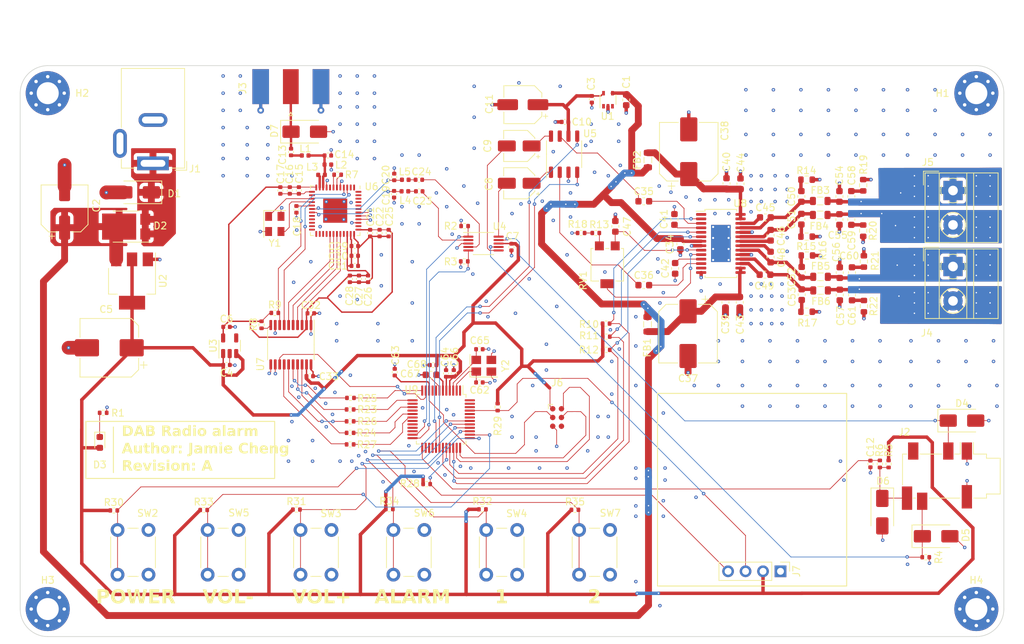
<source format=kicad_pcb>
(kicad_pcb (version 20221018) (generator pcbnew)
  (layers (0 "F.Cu" signal) (1 "In1.Cu" power) (2 "In2.Cu" power) (31 "B.Cu" signal) (34 "B.Paste" user) (35 "F.Paste" user) (36 "B.SilkS" user "B.Silkscreen") (37 "F.SilkS" user "F.Silkscreen") (38 "B.Mask" user) (39 "F.Mask" user) (44 "Edge.Cuts" user))
  (net 0 "")
  (net 1 "VCC")
  (net 2 "GND")
  (net 3 "+5V")
  (net 4 "+3.3V")
  (net 5 "+1V8")
  (net 6 "Net-(U5-VIN1)")
  (net 7 "/audio/PRE_AUDIO_R")
  (net 8 "Net-(U5-VIN2)")
  (net 9 "/audio/PRE_AUDIO_L")
  (net 10 "/audio/AUX_DETECT")
  (net 11 "Net-(D7-A1)")
  (net 12 "Net-(C13-Pad2)")
  (net 13 "Net-(U6-VHFI)")
  (net 14 "Net-(U6-ABYP)")
  (net 15 "Net-(U6-DACREF)")
  (net 16 "Net-(U6-ROUT)")
  (net 17 "Net-(U6-LOUT)")
  (net 18 "Net-(U6-DBYP)")
  (net 19 "Net-(C23-Pad1)")
  (net 20 "/audio/radio/RADIO_AUDIOR")
  (net 21 "Net-(C24-Pad1)")
  (net 22 "/audio/radio/RADIO_AUDIOL")
  (net 23 "/audio/AUDIO_L")
  (net 24 "Net-(U8-LINP)")
  (net 25 "/audio/AUDIO_R")
  (net 26 "Net-(U8-RINP)")
  (net 27 "Net-(U8-PVCCR_1)")
  (net 28 "Net-(U8-PVCCL_1)")
  (net 29 "Net-(U8-LINN)")
  (net 30 "Net-(U8-RINN)")
  (net 31 "Net-(U8-BSPL)")
  (net 32 "Net-(U8-OUTPL)")
  (net 33 "Net-(U8-BSNL)")
  (net 34 "Net-(U8-OUTNL)")
  (net 35 "Net-(U8-GVDD)")
  (net 36 "Net-(U8-BSNR)")
  (net 37 "Net-(U8-OUTNR)")
  (net 38 "Net-(U8-BSPR)")
  (net 39 "Net-(U8-OUTPR)")
  (net 40 "Net-(C50-Pad2)")
  (net 41 "Net-(C51-Pad2)")
  (net 42 "Net-(C52-Pad2)")
  (net 43 "Net-(C53-Pad2)")
  (net 44 "/audio/amplifier/AUDIO_PL")
  (net 45 "/audio/amplifier/AUDIO_NL")
  (net 46 "/audio/amplifier/AUDIO_PR")
  (net 47 "/audio/amplifier/AUDIO_NR")
  (net 48 "Net-(C58-Pad2)")
  (net 49 "Net-(C59-Pad2)")
  (net 50 "Net-(C60-Pad2)")
  (net 51 "Net-(C61-Pad2)")
  (net 52 "Net-(U9-PC14)")
  (net 53 "/mcu/~{RESET}")
  (net 54 "Net-(U9-PC15)")
  (net 55 "/power_supply/VIN")
  (net 56 "Net-(D3-K)")
  (net 57 "/audio/audio_jack/AUX_R")
  (net 58 "/audio/audio_jack/AUX_L")
  (net 59 "/mcu/SWDIO")
  (net 60 "/mcu/SWCLK")
  (net 62 "/mcu/I2C_SCK")
  (net 63 "/mcu/I2C_SDA")
  (net 64 "Net-(U6-VHFSW)")
  (net 65 "/audio/AUDIO_SEL_AUX")
  (net 66 "/audio/AUDIO_SEL_RADIO")
  (net 67 "Net-(U6-RFREF_1)")
  (net 68 "Net-(U6-RFREF_2)")
  (net 69 "Net-(U7-OE)")
  (net 70 "/audio/radio/~{RST}")
  (net 71 "/audio/~{AMP_SDN}")
  (net 72 "/audio/AMP_GAIN_SEL")
  (net 73 "/audio/AMP_MODE_SEL")
  (net 74 "Net-(R13-Pad1)")
  (net 75 "Net-(R13-Pad2)")
  (net 76 "Net-(U9-PA2)")
  (net 77 "/audio/radio/MOSI")
  (net 78 "Net-(U9-PA6)")
  (net 79 "/audio/radio/MISO")
  (net 80 "Net-(U9-PA1)")
  (net 81 "/audio/radio/SCLK")
  (net 82 "Net-(U9-PA4)")
  (net 83 "/audio/RADIO_SEL")
  (net 84 "Net-(U9-PA7)")
  (net 85 "/audio/~{RADIO_INT}")
  (net 86 "/mcu/BTN0")
  (net 87 "/mcu/BTN2")
  (net 88 "/mcu/BTN4")
  (net 89 "/mcu/BTN1")
  (net 90 "/mcu/BTN3")
  (net 91 "/mcu/BTN5")
  (net 92 "Net-(U8-PLIMIT)")
  (net 96 "/audio/VOL_CTRL_DATA")
  (net 97 "/audio/VOL_CTRL_CLK")
  (net 100 "/audio/radio/~{INT}")
  (net 103 "Net-(U6-XTALI)")
  (net 104 "Net-(U6-XTALO)")
  (net 114 "/audio/radio/SSEL")
  (net 123 "/audio/~{RADIO_RESET}")
  (net 143 "/audio/SPI_MOSI")
  (net 144 "/audio/SPI_MISO")
  (net 145 "/audio/SPI_SCLK")
  (net 147 "Net-(D6-A1)")
  (footprint "Connector_Audio:Jack_3.5mm_PJ31060-I_Horizontal_1" (layer "F.Cu") (at 180.275 121.675 -90)
    (fp_text reference "J2")
    (fp_text value "AudioJack3_Ground_SwitchTR")
  )
  (footprint "Inductor_SMD:L_0805_2012Metric" (layer "F.Cu") (at 163.3049 83.7046)
    (fp_text reference "FB4")
    (fp_text value "300 Ohm")
  )
  (footprint "Package_SO:VSSOP-10_3x3mm_P0.5mm" (layer "F.Cu") (at 114.35 87.86)
    (fp_text reference "U4")
    (fp_text value "TS5A23159DGS")
  )
  (footprint "Capacitor_SMD:C_0402_1005Metric" (layer "F.Cu") (at 96.2476 92.9948 -90)
    (fp_text reference "C27")
    (fp_text value "2n2")
  )
  (footprint "Capacitor_SMD:C_0402_1005Metric" (layer "F.Cu") (at 100.5656 86.34 -90)
    (fp_text reference "C25")
    (fp_text value "1u")
  )
  (footprint "Resistor_SMD:R_0402_1005Metric" (layer "F.Cu") (at 100.6605 126.469)
    (fp_text reference "R34")
    (fp_text value "100k")
  )
  (footprint "Capacitor_SMD:C_0603_1608Metric" (layer "F.Cu") (at 167.9277 95.3378 -90)
    (fp_text reference "C61")
    (fp_text value "1000p")
  )
  (footprint "Button_Switch_THT:SW_PUSH_6mm_H5mm" (layer "F.Cu") (at 114.75 136 90)
    (fp_text reference "SW4")
    (fp_text value "SW_Push")
  )
  (footprint "Resistor_SMD:R_0402_1005Metric" (layer "F.Cu") (at 111.6068 85.32 180)
    (fp_text reference "R2")
    (fp_text value "100k")
  )
  (footprint "Inductor_SMD:L_0805_2012Metric" (layer "F.Cu") (at 163.3557 94.6774)
    (fp_text reference "FB6")
    (fp_text value "300 Ohm")
  )
  (footprint "Capacitor_SMD:C_0402_1005Metric" (layer "F.Cu") (at 104.9594 78.5888)
    (fp_text reference "C24")
    (fp_text value "1u")
  )
  (footprint "Capacitor_SMD:C_0402_1005Metric" (layer "F.Cu") (at 126.197 70.1798 180)
    (fp_text reference "C10")
    (fp_text value "0u1")
  )
  (footprint "Capacitor_SMD:C_0603_1608Metric" (layer "F.Cu") (at 151.6106 96.3968 -90)
    (fp_text reference "C43")
    (fp_text value "1000p")
  )
  (footprint "Package_SO:HTSSOP-28-1EP_4.4x9.7mm_P0.65mm_EP2.85x5.4mm_ThermalVias" (layer "F.Cu") (at 148.86 87.85)
    (fp_text reference "U8")
    (fp_text value "TPA3138D2PWPR")
  )
  (footprint "Resistor_SMD:R_0603_1608Metric" (layer "F.Cu") (at 169.6549 96.9634 -90)
    (fp_text reference "R22")
    (fp_text value "68")
  )
  (footprint "Capacitor_SMD:C_0603_1608Metric" (layer "F.Cu") (at 160.6125 95.287 -90)
    (fp_text reference "C53")
    (fp_text value "330p")
  )
  (footprint "Package_TO_SOT_SMD:Nexperia_CFP15_SOT-1289" (layer "F.Cu") (at 62.4 85.4)
    (fp_text reference "D2")
    (fp_text value "PMEG030V030EPD")
  )
  (footprint "MountingHole:MountingHole_3.2mm_M3_Pad_Via" (layer "F.Cu") (at 51 141)
    (fp_text reference "H3")
    (fp_text value "MountingHole_Pad")
  )
  (footprint "Package_TO_SOT_SMD:SOT-223-3_TabPin2" (layer "F.Cu") (at 63.2572 93.3096 -90)
    (fp_text reference "U2")
    (fp_text value "TLV1117-33")
  )
  (footprint "Capacitor_SMD:C_0402_1005Metric" (layer "F.Cu") (at 86.1892 80.1424 -90)
    (fp_text reference "C16")
    (fp_text value "2n2")
  )
  (footprint "Capacitor_SMD:C_0603_1608Metric" (layer "F.Cu") (at 135.1 66.975 -90)
    (fp_text reference "C1")
    (fp_text value "0u1")
  )
  (footprint "Resistor_SMD:R_0603_1608Metric" (layer "F.Cu") (at 169.5533 79.3866 90)
    (fp_text reference "R19")
    (fp_text value "68")
  )
  (footprint "Capacitor_SMD:C_0603_1608Metric" (layer "F.Cu") (at 167.9234 92.0866 90)
    (fp_text reference "C60")
    (fp_text value "1000p")
  )
  (footprint "Diode_SMD:D_SMA" (layer "F.Cu") (at 180.1546 130.4154)
    (fp_text reference "D5")
    (fp_text value "SMAJ13CA")
  )
  (footprint "Capacitor_SMD:C_0402_1005Metric" (layer "F.Cu") (at 86.3748 74.5544 -90)
    (fp_text reference "C13")
    (fp_text value "33p")
  )
  (footprint "Capacitor_SMD:C_0402_1005Metric" (layer "F.Cu") (at 170.6042 119.9018 -90)
    (fp_text reference "C12")
    (fp_text value "0u1")
  )
  (footprint "Package_DFN_QFN:NXP_LQFN-48-1EP_7x7mm_P0.5mm_EP3.5x3.5mm_16xMask0.45x0.45" (layer "F.Cu") (at 92.7932 83.0888 -90)
    (fp_text reference "U6")
    (fp_text value "SI4684-A10-GM")
  )
  (footprint "Capacitor_SMD:C_0402_1005Metric" (layer "F.Cu") (at 110.0288 106.7427 90)
    (fp_text reference "C66")
    (fp_text value "1u")
  )
  (footprint "Resistor_SMD:R_0402_1005Metric" (layer "F.Cu") (at 84.0132 97.9472)
    (fp_text reference "R9")
    (fp_text value "100k")
  )
  (footprint "Diode_SMD:D_SMA" (layer "F.Cu") (at 64.0664 80.4164 180)
    (fp_text reference "D1")
    (fp_text value "SMAJ13CA")
  )
  (footprint "Capacitor_SMD:C_0603_1608Metric" (layer "F.Cu") (at 155.2785 92.3914)
    (fp_text reference "C49")
    (fp_text value "0u22")
  )
  (footprint "Capacitor_SMD:CP_Elec_8x10" (layer "F.Cu") (at 144.1938 74.5119 90)
    (fp_text reference "C38")
    (fp_text value "100u")
  )
  (footprint "Capacitor_SMD:C_0603_1608Metric" (layer "F.Cu") (at 149.5278 96.3968 -90)
    (fp_text reference "C39")
    (fp_text value "0u1")
  )
  (footprint "Capacitor_SMD:C_0402_1005Metric" (layer "F.Cu") (at 95.638 89.642)
    (fp_text reference "C30")
    (fp_text value "2n2")
  )
  (footprint "Capacitor_SMD:CP_Elec_4x5.4" (layer "F.Cu") (at 119.5454 79.095 180)
    (fp_text reference "C8")
    (fp_text value "2u2")
  )
  (footprint "Resistor_SMD:R_0402_1005Metric" (layer "F.Cu") (at 60.606 126.6628)
    (fp_text reference "R30")
    (fp_text value "100k")
  )
  (footprint "Capacitor_SMD:C_0603_1608Metric" (layer "F.Cu") (at 156.0913 86.651 90)
    (fp_text reference "C46")
    (fp_text value "0u22")
  )
  (footprint "Capacitor_SMD:C_0603_1608Metric" (layer "F.Cu") (at 133.5184 85.3608 90)
    (fp_text reference "C47")
    (fp_text value "1u")
  )
  (footprint "Resistor_SMD:R_0402_1005Metric" (layer "F.Cu") (at 132.2 103.32)
    (fp_text reference "R12")
    (fp_text value "100k")
  )
  (footprint "Connector:Tag-Connect_TC2030-IDC-FP_2x03_P1.27mm_Vertical" (layer "F.Cu") (at 125.05 113.15 -90)
    (fp_text reference "J6")
    (fp_text value "Conn_ARM_SWD_TagConnect_TC2030")
  )
  (footprint "Capacitor_SMD:C_0603_1608Metric" (layer "F.Cu") (at 151.7122 79.1756 90)
    (fp_text reference "C44")
    (fp_text value "1000p")
  )
  (footprint "Inductor_SMD:L_0805_2012Metric" (layer "F.Cu") (at 138.1994 99.5972 -90)
    (fp_text reference "FB1")
    (fp_text value "100 Ohm")
  )
  (footprint "Inductor_SMD:L_0402_1005Metric" (layer "F.Cu") (at 102.9782 78.5888)
    (fp_text reference "L5")
    (fp_text value "1000 Ohm")
  )
  (footprint "Resistor_SMD:R_0402_1005Metric" (layer "F.Cu") (at 178.6494 133.4606)
    (fp_text reference "R4")
    (fp_text value "10k")
  )
  (footprint "Capacitor_SMD:C_0402_1005Metric" (layer "F.Cu") (at 97.5684 92.9948 -90)
    (fp_text reference "C26")
    (fp_text value "8p2")
  )
  (footprint "Capacitor_SMD:C_0603_1608Metric" (layer "F.Cu") (at 167.8261 81.0122 90)
    (fp_text reference "C58")
    (fp_text value "1000p")
  )
  (footprint "Resistor_SMD:R_0603_1608Metric" (layer "F.Cu") (at 161.3702 89.5974)
    (fp_text reference "R16")
    (fp_text value "10")
  )
  (footprint "Capacitor_SMD:CP_Elec_6.3x5.4" (layer "F.Cu") (at 53.4528 82.75 90)
    (fp_text reference "C2")
    (fp_text value "10u")
  )
  (footprint "Capacitor_SMD:C_0402_1005Metric" (layer "F.Cu") (at 76.9928 99.9768)
    (fp_text reference "C6")
    (fp_text value "1u")
  )
  (footprint "Capacitor_SMD:C_0402_1005Metric" (layer "F.Cu") (at 101.3526 80.6868 -90)
    (fp_text reference "C19")
    (fp_text value "8p2")
  )
  (footprint "TerminalBlock_MetzConnect:TerminalBlock_MetzConnect_Type011_RT05502HBWC_1x02_P5.00mm_Horizontal" (layer "F.Cu") (at 182.61 80.15 -90)
    (fp_text reference "J5")
    (fp_text value "Screw_Terminal_01x02")
  )
  (footprint "Capacitor_SMD:C_0402_1005Metric" (layer "F.Cu") (at 105.0102 80.2652)
    (fp_text reference "C23")
    (fp_text value "1u")
  )
  (footprint "Capacitor_SMD:C_0603_1608Metric" (layer "F.Cu") (at 166.0989 81.0122 90)
    (fp_text reference "C54")
    (fp_text value "1000p")
  )
  (footprint "Resistor_SMD:R_0402_1005Metric" (layer "F.Cu") (at 171.9758 119.9018 90)
    (fp_text reference "R6")
    (fp_text value "49k9")
  )
  (footprint "Resistor_SMD:R_0402_1005Metric" (layer "F.Cu") (at 132.17 99.5)
    (fp_text reference "R10")
    (fp_text value "100k")
  )
  (footprint "Connector_Coaxial:SMA_Molex_73251-1153_EdgeMount_Horizontal" (layer "F.Cu") (at 86.34 66.7688 -90)
    (fp_text reference "J3")
    (fp_text value "Conn_Coaxial")
  )
  (footprint "Package_QFP:LQFP-48_7x7mm_P0.5mm" (layer "F.Cu") (at 108.2 113.3975 -90)
    (fp_text reference "U9")
    (fp_text value "STM32G070CBTx")
  )
  (footprint "Capacitor_SMD:C_0402_1005Metric" (layer "F.Cu") (at 87.1544 82.8856 -90)
    (fp_text reference "C18")
    (fp_text value "1u")
  )
  (footprint "Crystal:Crystal_SMD_EuroQuartz_MT-4Pin_3.2x2.5mm" (layer "F.Cu") (at 84.01 85.01 -90)
    (fp_text reference "Y1")
    (fp_text value "19.2MHz")
  )
  (footprint "Capacitor_SMD:C_0603_1608Metric" (layer "F.Cu") (at 166.1454 92.0866 90)
    (fp_text reference "C56")
    (fp_text value "1000p")
  )
  (footprint "Capacitor_SMD:C_0402_1005Metric" (layer "F.Cu") (at 94.9268 92.9948 -90)
    (fp_text reference "C28")
    (fp_text value "1u")
  )
  (footprint "Capacitor_SMD:C_0603_1608Metric" (layer "F.Cu") (at 106.7268 106.9459 180)
    (fp_text reference "C67")
    (fp_text value "4u7")
  )
  (footprint "Capacitor_SMD:C_0402_1005Metric" (layer "F.Cu") (at 108.9112 106.7427 90)
    (fp_text reference "C64")
    (fp_text value "0u1")
  )
  (footprint "Capacitor_SMD:C_0402_1005Metric" (layer "F.Cu") (at 99.2448 86.34 -90)
    (fp_text reference "C22")
    (fp_text value "2n2")
  )
  (footprint "Inductor_SMD:L_0805_2012Metric" (layer "F.Cu") (at 138.2502 75.7255 90)
    (fp_text reference "FB2")
    (fp_text value "100 Ohm")
  )
  (footprint "Capacitor_SMD:C_0402_1005Metric" (layer "F.Cu") (at 89.2456 97.998)
    (fp_text reference "C32")
    (fp_text value "0u1")
  )
  (footprint "Resistor_SMD:R_0402_1005Metric" (layer "F.Cu") (at 106.09 122.83)
    (fp_text reference "R28")
    (fp_text value "10k")
  )
  (footprint "Capacitor_SMD:C_0402_1005Metric" (layer "F.Cu") (at 113.7548 103.2239)
    (fp_text reference "C65")
    (fp_text value "5p6")
  )
  (footprint "Capacitor_SMD:C_0402_1005Metric" (layer "F.Cu") (at 87.51 80.1424 -90)
    (fp_text reference "C15")
    (fp_text value "8p2")
  )
  (footprint "Capacitor_SMD:C_0402_1005Metric" (layer "F.Cu") (at 95.638 88.2196)
    (fp_text reference "C29")
    (fp_text value "8p2")
  )
  (footprint "Resistor_SMD:R_0402_1005Metric" (layer "F.Cu") (at 73.6761 126.596)
    (fp_text reference "R33")
    (fp_text value "100k")
  )
  (footprint "Inductor_SMD:L_0402_1005Metric" (layer "F.Cu") (at 88.4244 75.0624)
    (fp_text reference "L1")
    (fp_text value "18n")
  )
  (footprint "Resistor_SMD:R_0402_1005Metric" (layer "F.Cu") (at 95.0108 110.3036 180)
    (fp_text reference "R25")
    (fp_text value "0")
  )
  (footprint "Capacitor_SMD:C_0402_1005Metric" (layer "F.Cu") (at 101.3756 78.1824 90)
    (fp_text reference "C20")
    (fp_text value "8p2")
  )
  (footprint "Capacitor_SMD:C_0603_1608Metric" (layer "F.Cu") (at 160.6082 92.0358 90)
    (fp_text reference "C52")
    (fp_text value "330p")
  )
  (footprint "Capacitor_SMD:CP_Elec_4x5.4" (layer "F.Cu") (at 119.5454 73.67 180)
    (fp_text reference "C9")
    (fp_text value "2u2")
  )
  (footprint "Inductor_SMD:L_0805_2012Metric" (layer "F.Cu") (at 163.3514 92.6962)
    (fp_text reference "FB5")
    (fp_text value "300 Ohm")
  )
  (footprint "Capacitor_SMD:C_0603_1608Metric" (layer "F.Cu") (at 142.2126 91.4692 90)
    (fp_text reference "C42")
    (fp_text value "1u")
  )
  (footprint "Resistor_SMD:R_0402_1005Metric" (layer "F.Cu") (at 94.96 117.06 180)
    (fp_text reference "R27")
    (fp_text value "0")
  )
  (footprint "Inductor_SMD:L_0402_1005Metric" (layer "F.Cu") (at 91.7264 76.3832)
    (fp_text reference "L2")
    (fp_text value "120n")
  )
  (footprint "Capacitor_SMD:C_0603_1608Metric" (layer "F.Cu") (at 142.111 84.3572 -90)
    (fp_text reference "C41")
    (fp_text value "1u")
  )
  (footprint "Inductor_SMD:L_0402_1005Metric" (layer "F.Cu") (at 90.804 77.8804 180)
    (fp_text reference "L3")
    (fp_text value "22n")
  )
  (footprint "Diode_SMD:D_SMA" (layer "F.Cu") (at 172.3314 126.9102 -90)
    (fp_text reference "D6")
    (fp_text value "SMAJ13CA")
  )
  (footprint "Button_Switch_THT:SW_PUSH_6mm_H5mm" (layer "F.Cu") (at 61.15 136 90)
    (fp_text reference "SW2")
    (fp_text value "SW_Push")
  )
  (footprint "Capacitor_SMD:C_0603_1608Metric" (layer "F.Cu") (at 155.3293 84.0602)
    (fp_text reference "C45")
    (fp_text value "0u22")
  )
  (footprint "Capacitor_SMD:C_0603_1608Metric" (layer "F.Cu") (at 166.0989 84.365 -90)
    (fp_text reference "C55")
    (fp_text value "1000p")
  )
  (footprint "Resistor_SMD:R_0402_1005Metric" (layer "F.Cu") (at 111.556 90.4508 180)
    (fp_text reference "R3")
    (fp_text value "100k")
  )
  (footprint "LED_SMD:LED_0603_1608Metric" (layer "F.Cu") (at 58.57 116.77 -90)
    (fp_text reference "D3")
    (fp_text value "RED")
  )
  (footprint "Capacitor_SMD:C_0402_1005Metric" (layer "F.Cu") (at 130.1 66.88 -90)
    (fp_text reference "C3")
    (fp_text value "0u47")
  )
  (footprint "Capacitor_SMD:CP_Elec_8x10" (layer "F.Cu") (at 59.9552 103.0124 180)
    (fp_text reference "C5")
    (fp_text value "100u")
  )
  (footprint "Capacitor_SMD:C_0402_1005Metric" (layer "F.Cu") (at 97.8732 86.34 -90)
    (fp_text reference "C21")
    (fp_text value "8p2")
  )
  (footprint "Inductor_SMD:L_0402_1005Metric" (layer "F.Cu") (at 102.9274 80.2652)
    (fp_text reference "L4")
    (fp_text value "1000 Ohm")
  )
  (footprint "Capacitor_SMD:C_0603_1608Metric" (layer "F.Cu") (at 166.1497 95.3378 -90)
    (fp_text reference "C57")
    (fp_text value "1000p")
  )
  (footprint "Resistor_SMD:R_0402_1005Metric" (layer "F.Cu") (at 94.962 113.7072 180)
    (fp_text reference "R26")
    (fp_text value "0")
  )
  (footprint "Inductor_SMD:L_0805_2012Metric" (layer "F.Cu") (at 163.3049 81.6726)
    (fp_text reference "FB3")
    (fp_text value "300 Ohm")
  )
  (footprint "MountingHole:MountingHole_3.2mm_M3_Pad_Via" (layer "F.Cu") (at 186 141)
    (fp_text reference "H4")
    (fp_text value "MountingHole_Pad")
  )
  (footprint "Resistor_SMD:R_0402_1005Metric" (layer "F.Cu") (at 114.1937 126.5)
    (fp_text reference "R32")
    (fp_text value "100k")
  )
  (footprint "Resistor_SMD:R_0402_1005Metric" (layer "F.Cu") (at 130.6756 86.326 180)
    (fp_text reference "R13")
    (fp_text value "0")
  )
  (footprint "Capacitor_SMD:C_0402_1005Metric" (layer "F.Cu") (at 76.9928 105.514)
    (fp_text reference "C4")
    (fp_text value "1u")
  )
  (footprint "Button_Switch_THT:SW_PUSH_6mm_H5mm" (layer "F.Cu") (at 87.75 136 90)
    (fp_text reference "SW3")
    (fp_text value "SW_Push")
  )
  (footprint "Capacitor_SMD:C_0603_1608Metric" (layer "F.Cu") (at 137.6536 93.9076)
    (fp_text reference "C36")
    (fp_text value "1u")
  )
  (footprint "MountingHole:MountingHole_3.2mm_M3_Pad_Via" (layer "F.Cu") (at 186 66)
    (fp_text reference "H1")
    (fp_text value "MountingHole_Pad")
  )
  (footprint "Crystal:Crystal_SMD_3225-4Pin_3.2x2.5mm" (layer "F.Cu") (at 114.3976 105.6251)
    (fp_text reference "Y2")
    (fp_text value "32.768KHz")
  )
  (footprint "Diode_SMD:D_SMA" (layer "F.Cu") (at 183.9138 113.6006)
    (fp_text reference "D4")
    (fp_text value "SMAJ13CA")
  )
  (footprint "Button_Switch_THT:SW_PUSH_6mm_H5mm" (layer "F.Cu") (at 74.25 136 90)
    (fp_text reference "SW5")
    (fp_text value "SW_Push")
  )
  (footprint "Capacitor_SMD:C_0402_1005Metric" (layer "F.Cu") (at 95.638 91.1152)
    (fp_text reference "C31")
    (fp_text value "1u")
  )
  (footprint "Resistor_SMD:R_0402_1005Metric" (layer "F.Cu") (at 128.542 86.326 180)
    (fp_text reference "R18")
    (fp_text value "10k")
  )
  (footprint "Resistor_SMD:R_0402_1005Metric" (layer "F.Cu") (at 94.96 111.98 180)
    (fp_text reference "R23")
    (fp_text value "0")
  )
  (footprint "Resistor_SMD:R_0603_1608Metric" (layer "F.Cu") (at 161.3237 78.5738)
    (fp_text reference "R14")
    (fp_text value "10")
  )
  (footprint "Package_SO:TSSOP-20_4.4x6.5mm_P0.65mm" (layer "F.Cu") (at 86.35 102.57 -90)
    (fp_text reference "U7")
    (fp_text value "TXS0108EPW")
  )
  (footprint "Capacitor_SMD:C_0402_1005Metric" (layer "F.Cu") (at 113.7548 108.0499)
    (fp_text reference "C62")
    (fp_text value "5p6")
  )
  (footprint "Resistor_SMD:R_0402_1005Metric" (layer "F.Cu") (at 82.0828 99.6744 -90)
    (fp_text reference "R8")
    (fp_text value "100k")
  )
  (footprint "Connector_BarrelJack:BarrelJack_GCT_DCJ200-10-A_Horizontal" (layer "F.Cu") (at 66.3 76.2 180)
    (fp_text reference "J1")
    (fp_text value "Barrel_Jack_Switch")
  )
  (footprint "Diode_SMD:D_SMA" (layer "F.Cu") (at 88.372 71.602)
    (fp_text reference "D7")
    (fp_text value "SMAJ13CA")
  )
  (footprint "Resistor_SMD:R_0402_1005Metric" (layer "F.Cu") (at 59.06 112.47)
    (fp_text reference "R1")
    (fp_text value "1k5")
  )
  (footprint "Capacitor_SMD:C_0402_1005Metric" (layer "F.Cu") (at 118.414 88.368 -90)
    (fp_text reference "C7")
    (fp_text value "0u1")
  )
  (footprint "Package_SO:SOP-8_3.9x4.9mm_P1.27mm" (layer "F.Cu") (at 126.07 74.87 90)
    (fp_text reference "U5")
    (fp_text value "M62429FP")
  )
  (footprint "Resistor_SMD:R_0402_1005Metric" (layer "F.Cu") (at 132.2 101.4)
    (fp_text reference "R11")
    (fp_text value "100k")
  )
  (footprint "Capacitor_SMD:C_0402_1005Metric" (layer "F.Cu") (at 84.8176 80.1424 -90)
    (fp_text reference "C17")
    (fp_text value "1u")
  )
  (footprint "MountingHole:MountingHole_3.2mm_M3_Pad_Via" (layer "F.Cu") (at 51 66)
    (fp_text reference "H2")
    (fp_text value "MountingHole_Pad")
  )
  (footprint "Capacitor_SMD:C_0603_1608Metric" (layer "F.Cu") (at 142.9746 87.9132 -90)
    (fp_text reference "C34")
    (fp_text value "1u")
  )
  (footprint "Capacitor_SMD:CP_Elec_5x5.4" (layer "F.Cu") (at 120.07 67.67 180)
    (fp_text reference "C11")
    (fp_text value "47u")
  )
  (footprint "Capacitor_SMD:C_0402_1005Metric" (layer "F.Cu") (at 101.45 106.56 90)
    (fp_text reference "C63")
    (fp_text value "0u1")
  )
  (footprint "Capacitor_SMD:C_0603_1608Metric" (layer "F.Cu") (at 167.8261 84.365 -90)
    (fp_text reference "C59")
    (fp_text value "1000p")
  )
  (footprint "TerminalBlock_MetzConnect:TerminalBlock_MetzConnect_Type011_RT05502HBWC_1x02_P5.00mm_Horizontal" (layer "F.Cu") (at 182.61 91.2 -90)
    (fp_text reference "J4")
    (fp_text value "Screw_Terminal_01x02")
  )
  (footprint "Capacitor_SMD:C_0603_1608Metric" (layer "F.Cu") (at 160.5617 84.3142 -90)
    (fp_text reference "C51")
    (fp_text value "330p")
  )
  (footprint "Capacitor_SMD:C_0603_1608Metric" (layer "F.Cu") (at 156.0913 89.8266 -90)
    (fp_text reference "C48")
    (fp_text value "0u22")
  )
  (footprint "Package_TO_SOT_SMD:SOT-353_SC-70-5" (layer "F.Cu") (at 132.45 66.95 90)
    (fp_text reference "U1")
    (fp_text value "TPS71550__SC70")
  )
  (footprint "Capacitor_SMD:C_0603_1608Metric" (layer "F.Cu") (at 160.5617 81.0122 90)
    (fp_text reference "C50")
    (fp_text value "330p")
  )
  (footprint "Resistor_SMD:R_0402_1005Metric" (layer "F.Cu") (at 127.6449 126.5706)
    (fp_text reference "R35")
    (fp_text value "100k")
  )
  (footprint "Capacitor_SMD:C_0603_1608Metric" (layer "F.Cu") (at 149.6802 79.1378 90)
    (fp_text reference "C40")
    (fp_text value "0u1")
  )
  (footprint "Resistor_SMD:R_0402_1005Metric" (layer "F.Cu") (at 93.1488 77.8564 180)
    (fp_text reference "R7")
    (fp_text value "0")
  )
  (footprint "Resistor_SMD:R_0402_1005Metric" (layer "F.Cu") (at 173.2458 119.9018 -90)
    (fp_text reference "R5")
    (fp_text value "100k")
  )
  (footprint "Resistor_SMD:R_0402_1005Metric" (layer "F.Cu") (at 116.41 111.63 -90)
    (fp_text reference "R29")
    (fp_text value "10k")
  )
  (footprint "Resistor_SMD:R_0603_1608Metric" (layer "F.Cu") (at 169.5533 85.9906 -90)
    (fp_text reference "R20")
    (fp_text value "68")
  )
  (footprint "Capacitor_SMD:C_0402_1005Metric" (layer "F.Cu") (at 91.7264 75.0624)
    (fp_text reference "C14")
    (fp_text value "2p7")
  )
  (footprint "Capacitor_SMD:C_0402_1005Metric" (layer "F.Cu") (at 107.0316 105.5235 180)
    (fp_text reference "C68")
    (fp_text value "0u1")
  )
  (footprint "Package_TO_SOT_SMD:SOT-23-5" (layer "F.Cu") (at 77.45 102.72 90)
    (fp_text reference "U3")
    (fp_text value "TLV70218_SOT23-5")
  )
  (footprint "Capacitor_SMD:C_0402_1005Metric" (layer "F.Cu") (at 89.0932 107.142)
    (fp_text reference "C33")
    (fp_text value "0u1")
  )
  (footprint "Connector_PinHeader_2.54mm:PinHeader_1x04_P2.54mm_Vertical" (layer "F.Cu") (at 157.53 135.51 -90)
    (fp_text reference "J7")
    (fp_text value "Conn_01x04")
  )
  (footprint "Resistor_SMD:R_0402_1005Metric" (layer "F.Cu") (at 94.96 115.3836 180)
    (fp_text reference "R24")
    (fp_text value "0")
  )
  (footprint "Button_Switch_THT:SW_PUSH_6mm_H5mm" (layer "F.Cu") (at 128.25 136 90)
    (fp_text reference "SW7")
    (fp_text value "SW_Push")
  )
  (footprint "Resistor_SMD:R_0603_1608Metric" (layer "F.Cu") (at 169.6506 90.461 90)
    (fp_text reference "R21")
    (fp_text value "68")
  )
  (footprint "Resistor_SMD:R_0603_1608Metric" (layer "F.Cu") (at 161.3237 97.7762)
    (fp_text reference "R17")
    (fp_text value "10")
  )
  (footprint "Capacitor_SMD:CP_Elec_8x10" (layer "F.Cu") (at 144.0922 100.9589 -90)
    (fp_text reference "C37")
    (fp_text value "100u")
  )
  (footprint "Resistor_SMD:R_0603_1608Metric" (layer "F.Cu") (at 161.3237 86.8542)
    (fp_text reference "R15")
    (fp_text value "10")
  )
  (footprint "Capacitor_SMD:C_0603_1608Metric" (layer "F.Cu") (at 137.6536 81.7156)
    (fp_text reference "C35")
    (fp_text value "1u")
  )
  (footprint "Potentiometer_SMD:Potentiometer_Bourns_3314G_Vertical" (layer "F.Cu") (at 132.35 90.9488)
    (fp_text reference "RV1")
    (fp_text value "100k")
  )
  (footprint "Button_Switch_THT:SW_PUSH_6mm_H5mm" (layer "F.Cu") (at 101.25 136 90)
    (fp_text reference "SW6")
    (fp_text value "SW_Push")
  )
  (footprint "Resistor_SMD:R_0402_1005Metric" (layer "F.Cu") (at 87.1552 126.5358)
    (fp_text reference "R31")
    (fp_text value "100k")
  )
  (gr_rect (start 56.55 113.72) (end 83.99 122.01) (stroke (width 0.15)) (fill none) (layer "F.SilkS"))
  (gr_rect (start 139.65 109.65) (end 167.15 137.65) (stroke (width 0.15)) (fill none) (layer "F.SilkS"))
  (gr_line (start 60.55 114.53) (end 60.55 121.16) (stroke (width 0.15)) (layer "F.SilkS"))
  (gr_line (start 190 66) (end 190 141) (stroke (width 0.1)) (layer "Edge.Cuts"))
  (gr_arc (start 186 62) (mid 188.828427 63.171573) (end 190 66) (stroke (width 0.1)) (layer "Edge.Cuts"))
  (gr_line (start 47 66) (end 47 141) (stroke (width 0.1)) (layer "Edge.Cuts"))
  (gr_arc (start 47 66) (mid 48.171573 63.171573) (end 51 62) (stroke (width 0.1)) (layer "Edge.Cuts"))
  (gr_line (start 51 62) (end 186 62) (stroke (width 0.1)) (layer "Edge.Cuts"))
  (gr_line (start 51 145) (end 186 145) (stroke (width 0.1)) (layer "Edge.Cuts"))
  (gr_arc (start 51 145) (mid 48.171573 143.828427) (end 47 141) (stroke (width 0.1)) (layer "Edge.Cuts"))
  (gr_arc (start 190 141) (mid 188.828427 143.828427) (end 186 145) (stroke (width 0.1)) (layer "Edge.Cuts"))
  (gr_text "POWER" (at 58 140.5) (layer "F.SilkS") (effects (font (size 2 2) (thickness 0.153) bold) (justify left bottom)))
  (gr_text "VOL+" (at 86.5 140.5) (layer "F.SilkS") (effects (font (size 2 2) (thickness 0.153) bold) (justify left bottom)))
  (gr_text "2" (at 129.5 140.5) (layer "F.SilkS") (effects (font (size 2 2) (thickness 0.153) bold) (justify left bottom)))
  (gr_text "ALARM" (at 98.5 140.5) (layer "F.SilkS") (effects (font (size 2 2) (thickness 0.153) bold) (justify left bottom)))
  (gr_text "1" (at 116 140.5) (layer "F.SilkS") (effects (font (size 2 2) (thickness 0.153) bold) (justify left bottom)))
  (gr_text "DAB Radio alarm\nAuthor: Jamie Cheng\nRevision: A" (at 61.75 121.14) (layer "F.SilkS") (effects (font (size 1.5 1.5) (thickness 0.153) bold) (justify left bottom)))
  (gr_text "VOL-" (at 73.5 140.5) (layer "F.SilkS") (effects (font (size 2 2) (thickness 0.153) bold) (justify left bottom)))
  (segment (start 136.86 70.46) (end 136.86 67.868274) (width 1) (layer "F.Cu") (net 1))
  (segment (start 122.8 87.93) (end 131.52 96.65) (width 1) (layer "F.Cu") (net 1))
  (segment (start 135.9 77.62) (end 134.9 77.62) (width 1) (layer "F.Cu") (net 1))
  (segment (start 137.4182 77.62) (end 138.2502 76.788) (width 1) (layer "F.Cu") (net 1))
  (segment (start 60.9572 85.8228) (end 60.9572 90.1596) (width 2) (layer "F.Cu") (net 1))
  (segment (start 137.68 96.7) (end 138.25 97.27) (width 1) (layer "F.Cu") (net 1))
  (segment (start 131.79 80.75) (end 132.95 81.91) (width 1) (layer "F.Cu") (net 1))
  (segment (start 138.34 125.97) (end 138.34 140.44) (width 1) (layer "F.Cu") (net 1))
  (segment (start 59.67 141.94) (end 50.38 132.65) (width 1) (layer "F.Cu") (net 1))
  (segment (start 134.35 81.91) (end 139.5782 87.1382) (width 1) (layer "F.Cu") (net 1))
  (segment (start 138.33 104.63) (end 138.33 120.87) (width 1) (layer "F.Cu") (net 1))
  (segment (start 137.66 96.68) (end 137.66 96.7) (width 1) (layer "F.Cu") (net 1))
  (segment (start 133.08 79.41) (end 133.61 78.88) (width 1) (layer "F.Cu") (net 1))
  (segment (start 137.66 96.7) (end 137.68 96.7) (width 1) (layer "F.Cu") (net 1))
  (segment (start 136.84 141.94) (end 59.67 141.94) (width 1) (layer "F.Cu") (net 1))
  (segment (start 131.79 80.75) (end 133.08 79.46) (width 1) (layer "F.Cu") (net 1))
  (segment (start 135.9 71.42) (end 136.86 70.46) (width 1) (layer "F.Cu") (net 1))
  (segment (start 134.89 65.99) (end 133.11 65.99) (width 0.5) (layer "F.Cu") (net 1))
  (segment (start 132.95 81.91) (end 134.35 81.91) (width 1) (layer "F.Cu") (net 1))
  (segment (start 140.13 102.83) (end 139.5 103.46) (width 1) (layer "F.Cu") (net 1))
  (segment (start 138.25 97.27) (end 138.25 98.4841) (width 1) (layer "F.Cu") (net 1))
  (segment (start 139.48 103.46) (end 139.48 103.48) (width 1) (layer "F.Cu") (net 1))
  (segment (start 138.33 121.75) (end 138.32 121.76) (width 1) (layer "F.Cu") (net 1))
  (segment (start 139.5 103.46) (end 139.48 103.46) (width 1) (layer "F.Cu") (net 1))
  (segment (start 138.34 140.44) (end 136.84 141.94) (width 1) (layer "F.Cu") (net 1))
  (segment (start 135.1 66.2) (end 134.89 65.99) (width 0.5) (layer "F.Cu") (net 1))
  (segment (start 61.38 85.4) (end 60.9572 85.8228) (width 2) (layer "F.Cu") (net 1))
  (segment (start 139.48 103.48) (end 138.33 104.63) (width 1) (layer "F.Cu") (net 1))
  (segment (start 143.3614 87.525) (end 145.9975 87.525) (width 0.5) (layer "F.Cu") (net 1))
  (segment (start 138.25 98.4841) (end 138.1994 98.5347) (width 1) (layer "F.Cu") (net 1))
  (segment (start 127.64 82.15) (end 130.39 82.15) (width 1) (layer "F.Cu") (net 1))
  (segment (start 126.32 82.15) (end 127.64 82.15) (width 1) (layer "F.Cu") (net 1))
  (segment (start 135.191726 66.2) (end 135.1 66.2) (width 1) (layer "F.Cu") (net 1))
  (segment (start 124.15 82.14) (end 122.8 83.49) (width 1) (layer "F.Cu") (net 1))
  (segment (start 142.9746 87.1382) (end 143.3614 87.525) (width 0.5) (layer "F.Cu") (net 1))
  (segment (start 137.63 96.65) (end 137.66 96.68) (width 1) (layer "F.Cu") (net 1))
  (segment (start 133.11 65.99) (end 133.1 66) (width 0.5) (layer "F.Cu") (net 1))
  (segment (start 138.33 120.87) (end 138.33 121.75) (width 1) (layer "F.Cu") (net 1))
  (segment (start 53.4528 90.2972) (end 53.4528 85.5312) (width 1) (layer "F.Cu") (net 1))
  (segment (start 136.86 67.868274) (end 135.191726 66.2) (width 1) (layer "F.Cu") (net 1))
  (segment (start 130.39 82.15) (end 131.79 80.75) (width 1) (layer "F.Cu") (net 1))
  (segment (start 135.9 77.62) (end 137.4182 77.62) (width 1) (layer "F.Cu") (net 1))
  (segment (start 133.08 79.46) (end 133.08 79.41) (width 1) (layer "F.Cu") (net 1))
  (segment (start 135.9 77.62) (end 135.9 71.42) (width 1) (layer "F.Cu") (net 1))
  (segment (start 122.8 83.49) (end 122.8 87.93) (width 1) (layer "F.Cu") (net 1))
  (segment (start 50.38 93.37) (end 53.4528 90.2972) (width 1) (layer "F.Cu") (net 1))
  (segment (start 131.52 96.65) (end 137.63 96.65) (width 1) (layer "F.Cu") (net 1))
  (segment (start 139.5782 87.1382) (end 142.9746 87.1382) (width 1) (layer "F.Cu") (net 1))
  (segment (start 50.38 132.65) (end 50.38 93.37) (width 1) (layer "F.Cu") (net 1))
  (via (at 140.13 102.83) (size 0.5) (drill 0.2) (layers "F.Cu" "B.Cu") (net 1))
  (via (at 126.32 82.15) (size 0.5) (drill 0.2) (layers "F.Cu" "B.Cu") (net 1))
  (via (at 123.53 82.76) (size 0.5) (drill 0.2) (layers "F.Cu" "B.Cu") (net 1))
  (via (at 127.64 82.15) (size 0.5) (drill 0.2) (layers "F.Cu" "B.Cu") (net 1))
  (via (at 138.34 125.97) (size 0.5) (drill 0.2) (layers "F.Cu" "B.Cu") (net 1))
  (via (at 138.34 126.94) (size 0.5) (drill 0.2) (layers "F.Cu" "B.Cu") (net 1))
  (via (at 135.88 77.6) (size 0.5) (drill 0.2) (layers "F.Cu" "B.Cu") (net 1))
  (via (at 124.15 82.14) (size 0.5) (drill 0.2) (layers "F.Cu" "B.Cu") (net 1))
  (via (at 137.66 96.7) (size 0.5) (drill 0.2) (layers "F.Cu" "B.Cu") (net 1))
  (via (at 139.48 103.46) (size 0.5) (drill 0.2) (layers "F.Cu" "B.Cu") (net 1))
  (via (at 138.25 97.27) (size 0.5) (drill 0.2) (layers "F.Cu" "B.Cu") (net 1))
  (via (at 138.33 120.87) (size 0.5) (drill 0.2) (layers "F.Cu" "B.Cu") (net 1))
  (via (at 133.61 78.88) (size 0.5) (drill 0.2) (layers "F.Cu" "B.Cu") (net 1))
  (via (at 134.9 77.62) (size 0.5) (drill 0.2) (layers "F.Cu" "B.Cu") (net 1))
  (via (at 132.91 79.56) (size 0.5) (drill 0.2) (layers "F.Cu" "B.Cu") (net 1))
  (via (at 138.32 121.76) (size 0.5) (drill 0.2) (layers "F.Cu" "B.Cu") (net 1))
  (segment (start 140.17 99.21) (end 137.66 96.7) (width 1) (layer "B.Cu") (net 1))
  (segment (start 138.34 121.85) (end 138.33 121.84) (width 1) (layer "B.Cu") (net 1))
  (segment (start 140.17 102.77) (end 140.17 99.21) (width 1) (layer "B.Cu") (net 1))
  (segment (start 138.34 125.97) (end 138.34 121.85) (width 1) (layer "B.Cu") (net 1))
  (segment (start 126.25 82.14) (end 124.15 82.14) (width 1) (layer "B.Cu") (net 1))
  (segment (start 138.34 125.97) (end 138.34 126.94) (width 1) (layer "B.Cu") (net 1))
  (segment (start 133.61 78.84) (end 134.83 77.62) (width 1) (layer "B.Cu") (net 1))
  (segment (start 138.33 121.84) (end 138.33 120.87) (width 1) (layer "B.Cu") (net 1))
  (segment (start 126.32 82.15) (end 127.64 82.15) (width 1) (layer "B.Cu") (net 1))
  (segment (start 134.9 77.62) (end 135.86 77.62) (width 1) (layer "B.Cu") (net 1))
  (segment (start 123.53 82.76) (end 123.52 82.77) (width 1) (layer "B.Cu") (net 1))
  (segment (start 124.15 82.14) (end 123.53 82.76) (width 1) (layer "B.Cu") (net 1))
  (segment (start 139.48 103.46) (end 140.17 102.77) (width 1) (layer "B.Cu") (net 1))
  (segment (start 135.86 77.62) (end 135.88 77.6) (width 1) (layer "B.Cu") (net 1))
  (segment (start 133.61 78.88) (end 133.61 78.84) (width 1) (layer "B.Cu") (net 1))
  (segment (start 127.64 82.15) (end 127.66 82.17) (width 1) (layer "B.Cu") (net 1))
  (segment (start 133.59 78.88) (end 132.91 79.56) (width 1) (layer "B.Cu") (net 1))
  (segment (start 134.83 77.62) (end 134.9 77.62) (width 1) (layer "B.Cu") (net 1))
  (segment (start 133.61 78.88) (end 133.59 78.88) (width 1) (layer "B.Cu") (net 1))
  (segment (start 92.23 77.14) (end 92.23 76.4018) (width 0.1) (layer "F.Cu") (net 2))
  (segment (start 53.4528 76.442) (end 53.4528 79.558) (width 2) (layer "F.Cu") (net 2))
  (segment (start 166.0989 85.14) (end 166.0989 86.1611) (width 0.5) (layer "F.Cu") (net 2))
  (segment (start 179.1594 133.4606) (end 179.1594 134.3094) (width 0.1) (layer "F.Cu") (net 2))
  (segment (start 97.89 83.74) (end 97.7912 83.8388) (width 0.1) (layer "F.Cu") (net 2))
  (segment (start 84.075 105.4325) (end 84.075 106.745) (width 0.1) (layer "F.Cu") (net 2))
  (segment (start 135.1 68.87) (end 135.1 67.75) (width 0.5) (layer "F.Cu") (net 2))
  (segment (start 144.0922 104.2089) (end 144.0922 106.6122) (width 1) (layer "F.Cu") (net 2))
  (segment (start 90.362 107.142) (end 89.5732 107.142) (width 0.2) (layer "F.Cu") (net 2))
  (segment (start 130.1 68.13) (end 130.1 67.36) (width 0.2) (layer "F.Cu") (net 2))
  (segment (start 59.5536 80.4164) (end 59.52 80.45) (width 2) (layer "F.Cu") (net 2))
  (segment (start 105.7635 105.5235) (end 106.5516 105.5235) (width 0.2) (layer "F.Cu") (net 2))
  (segment (start 184.625 122.375) (end 184.655 122.345) (width 0.1) (layer "F.Cu") (net 2))
  (segment (start 104.9641 106.9459) (end 105.9518 106.9459) (width 0.2) (layer "F.Cu") (net 2))
  (segment (start 172.3314 130.9314) (end 172.385 130.985) (width 0.1) (layer "F.Cu") (net 2))
  (segment (start 162.1487 86.8542) (end 163.2658 86.8542) (width 0.5) (layer "F.Cu") (net 2))
  (segment (start 127.224 86.326) (end 127.22 86.33) (width 0.1) (layer "F.Cu") (net 2))
  (segment (start 92.21 74.25) (end 92.21 75.0588) (width 0.1) (layer "F.Cu") (net 2))
  (segment (start 145.9975 92.7975) (end 146 92.8) (width 0.1) (layer "F.Cu") (net 2))
  (segment (start 162.1487 78.5738) (end 163.2262 78.5738) (width 0.5) (layer "F.Cu") (net 2))
  (segment (start 144.1938 68.7662) (end 144.2 68.76) (width 0.5) (layer "F.Cu") (net 2))
  (segment (start 166.1454 91.3116) (end 166.1454 90.1746) (width 0.5) (layer "F.Cu") (net 2))
  (segment (start 93.5432 79.0068) (end 93.75 78.8) (width 0.1) (layer "F.Cu") (net 2))
  (segment (start 133.5184 84.5858) (end 133.5184 83.6416) (width 0.5) (layer "F.Cu") (net 2))
  (segment (start 105.76 105.52) (end 105.7635 105.5235) (width 0.2) (layer "F.Cu") (net 2))
  (segment (start 151.6006 98.2306) (end 151.61 98.24) (width 1) (layer "F.Cu") (net 2))
  (segment (start 101.3526 81.9226) (end 101.36 81.93) (width 0.1) (layer "F.Cu") (net 2))
  (segment (start 115.4976 104.7751) (end 115.4976 103.9024) (width 0.1) (layer "F.Cu") (net 2))
  (segment (start 135.11 68.88) (end 135.1 68.87) (width 0.5) (layer "F.Cu") (net 2))
  (segment (start 89.275 105.4325) (end 89.275 106.205) (width 0.2) (layer "F.Cu") (net 2))
  (segment (start 169.6549 97.7884) (end 169.6549 98.7649) (width 0.5) (layer "F.Cu") (net 2))
  (segment (start 184.625 119.845) (end 184.675 119.895) (width 0.1) (layer "F.Cu") (net 2))
  (segment (start 111.046 91.294) (end 111.04 91.3) (width 0.1) (layer "F.Cu") (net 2))
  (segment (start 84.91 82.76) (end 84.91 83.91) (width 0.1) (layer "F.Cu") (net 2))
  (segment (start 90.372 71.602) (end 92.498 71.602) (width 0.1) (layer "F.Cu") (net 2))
  (segment (start 111.0968 85.32) (end 111.0968 84.5232) (width 0.1) (layer "F.Cu") (net 2))
  (segment (start 89.275 106.205) (end 89.5732 106.5032) (width 0.2) (layer "F.Cu") (net 2))
  (segment (start 169.5533 78.5616) (end 170.6784 78.5616) (width 0.5) (layer "F.Cu") (net 2))
  (segment (start 132.45 67.9) (end 132.45 68.72) (width 0.5) (layer "F.Cu") (net 2))
  (segment (start 78.21 105.55) (end 78.174 105.514) (width 0.1) (layer "F.Cu") (net 2))
  (segment (start 166.0989 79.1111) (end 166.11 79.1) (width 0.5) (layer "F.Cu") (net 2))
  (segment (start 187.7994 113.6006) (end 185.9138 113.6006) (width 0.1) (layer "F.Cu") (net 2))
  (segment (start 151.6106 97.1718) (end 151.6106 98.1106) (width 1) (layer "F.Cu") (net 2))
  (segment (start 142.9746 89.5654) (end 142.9746 88.6882) (width 0.5) (layer "F.Cu") (net 2))
  (segment (start 101.45 106.08) (end 101.45 105.42) (width 0.2) (layer "F.Cu") (net 2))
  (segment (start 78.25 99.98) (end 78.2468 99.9768) (width 0.2) (layer "F.Cu") (net 2))
  (segment (start 77.45 103.8575) (end 77.45 105.4912) (width 0.1) (layer "F.Cu") (net 2))
  (segment (start 81.9 86.12) (end 81.91 86.11) (width 0.1) (layer "F.Cu") (net 2))
  (segment (start 59.57 112.47) (end 59.57 111.72) (width 0.1) (layer "F.Cu") (net 2))
  (segment (start 111.14 87.86) (end 110.5 88.5) (width 0.1) (layer "F.Cu") (net 2))
  (segment (start 89.275 101.015) (end 89.27 101.02) (width 0.1) (layer "F.Cu") (net 2))
  (segment (start 115.0761 103.2239) (end 115.1 103.2) (width 0.1) (layer "F.Cu") (net 2))
  (segment (start 111.046 90.4508) (end 111.046 91.294) (width 0.1) (layer "F.Cu") (net 2))
  (segment (start 182.6754 130.4154) (end 184.305 132.045) (width 0.1) (layer "F.Cu") (net 2))
  (segment (start 96.1682 84.8388) (end 95.2112 84.8388) (width 0.1) (layer "F.Cu") (net 2))
  (segment (start 114.2348 103.2239) (end 115.0761 103.2239) (width 0.1) (layer "F.Cu") (net 2))
  (segment (start 179.1594 134.3094) (end 179.185 134.335) (width 0.1) (layer "F.Cu") (net 2))
  (segment (start 166.0989 86.1611) (end 166.09 86.17) (width 0.5) (layer "F.Cu") (net 2))
  (segment (start 83.425 106.515) (end 83.425 105.4325) (width 0.1) (layer "F.Cu") (net 2))
  (segment (start 85.01 82.66) (end 84.91 82.76) (width 0.1) (layer "F.Cu") (net 2))
  (segment (start 110.0288 105.53) (end 110.03 105.5288) (width 0.2) (layer "F.Cu") (net 2))
  (segment (start 151.7225 86.225) (end 153.375 86.225) (width 0.5) (layer "F.Cu") (net 2))
  (segment (start 97.8088 84.3388) (end 96.1682 84.3388) (width 0.1) (layer "F.Cu") (net 2))
  (segment (start 108.9112 106.2627) (end 108.9112 105.6812) (width 0.2) (layer "F.Cu") (net 2))
  (segment (start 169.5533 86.8156) (end 169.5533 87.6567) (width 0.5) (layer "F.Cu") (net 2))
  (segment (start 90.508 97.998) (end 89.7256 97.998) (width 0.2) (layer "F.Cu") (net 2))
  (segment (start 166.0989 80.2372) (end 166.0989 79.1111) (width 0.5) (layer "F.Cu") (net 2))
  (segment (start 126.705 78.795) (end 126.7 78.8) (width 0.1) (layer "F.Cu") (net 2))
  (segment (start 149.6802 77.3202) (end 149.67 77.31) (width 0.5) (layer "F.Cu") (net 2))
  (segment (start 142.97 89.57) (end 142.9746 89.5654) (width 0.5) (layer "F.Cu") (net 2))
  (segment (start 145.9975 92.075) (end 145.9975 92.7975) (width 0.5) (layer "F.Cu") (net 2))
  (segment (start 92.498 71.602) (end 92.5 71.6) (width 0.1) (layer "F.Cu") (net 2))
  (segment (start 84.075 99.7075) (end 84.075 100.785) (width 0.1) (layer "F.Cu") (net 2))
  (segment (start 166.1454 90.1746) (end 166.15 90.17) (width 0.5) (layer "F.Cu") (net 2))
  (segment (start 149.5278 97.1718) (end 149.5278 98.1178) (width 1) (layer "F.Cu") (net 2))
  (segment (start 184.625 118.025) (end 184.625 119.845) (width 0.1) (layer "F.Cu") (net 2))
  (segment (start 124.8002 70.1798) (end 125.717 70.1798) (width 0.5) (layer "F.Cu") (net 2))
  (segment (start 187.805 113.595) (end 187.7994 113.6006) (width 0.1) (layer "F.Cu") (net 2))
  (segment (start 95.2112 84.8388) (end 95.21 84.84) (width 0.1) (layer "F.Cu") (net 2))
  (segment (start 115.4976 107.2976) (end 116 107.8) (width 0.1) (layer "F.Cu") (net 2))
  (segment (start 145.9975 88.175) (end 144.625 88.175) (width 0.5) (layer "F.Cu") (net 2))
  (segment (start 149.6802 78.3628) (end 149.6802 77.4002) (width 0.5) (layer "F.Cu") (net 2))
  (segment (start 83.2 106.74) (end 83.425 106.515) (width 0.1) (layer "F.Cu") (net 2))
  (segment (start 90.51 98) (end 90.508 97.998) (width 0.2) (layer "F.Cu") (net 2))
  (segment (start 144.1938 71.2619) (end 144.1938 68.7662) (width 0.5) (layer "F.Cu") (net 2))
  (segment (start 163.2658 86.8542) (end 163.28 86.84) (width 0.5) (layer "F.Cu") (net 2))
  (segment (start 78.2468 99.9768) (end 77.4728 99.9768) (width 0.2) (layer "F.Cu") (net 2))
  (segment (start 77.45 105.4912) (end 77.4728 105.514) (width 0.1) (layer "F.Cu") (net 2))
  (segment (start 54.03 103.0124) (end 56.7052 103.0124) (width 2) (layer "F.Cu") (net 2))
  (segment (start 142.22 93.24) (end 142.2126 93.2326) (width 0.1) (layer "F.Cu") (net 2))
  (segment (start 106.216598 106.9459) (end 107.95 108.679302) (width 0.1) (layer "F.Cu") (net 2))
  (segment (start 118.414 89.604) (end 118.414 88.848) (width 0.2) (layer "F.Cu") (net 2))
  (segment (start 166.1497 96.1128) (end 166.1497 97.0703) (width 0.5) (layer "F.Cu") (net 2))
  (segment (start 172.3314 128.9102) (end 172.3314 130.9314) (width 0.1) (layer "F.Cu") (net 2))
  (segment (start 91.5432 78.7868) (end 91.64 78.69) (width 0.1) (layer "F.Cu") (net 2))
  (segment (start 115.2499 108.0499) (end 115.3 108.1) (width 0.1) (layer "F.Cu") (net 2))
  (segment (start 62.0664 80.4164) (end 59.5536 80.4164) (width 2) (layer "F.Cu") (net 2))
  (segment (start 101.3526 81.1668) (end 101.3526 81.9226) (width 0.1) (layer "F.Cu") (net 2))
  (segment (start 59.57 111.72) (end 59.62 111.67) (width 0.1) (layer "F.Cu") (net 2))
  (segment (start 170.6042 120.3818) (end 170.6042 121.1842) (width 0.1) (layer "F.Cu") (net 2))
  (segment (start 153.375 86.225) (end 153.4 86.2) (width 0.5) (layer "F.Cu") (net 2))
  (segment (start 110.0288 106.2627) (end 110.0288 105.7012) (width 0.2) (layer "F.Cu") (net 2))
  (segment (start 163.2262 78.5738) (end 163.24 78.56) (width 0.5) (layer "F.Cu") (net 2))
  (segment (start 101.3756 77.7024) (end 101.3756 76.9044) (width 0.1) (layer "F.Cu") (net 2))
  (segment (start 149.5178 98.2378) (end 149.52 98.24) (width 1) (layer "F.Cu") (net 2))
  (segment (start 151.7122 77.3722) (end 151.71 77.37) (width 0.5) (layer "F.Cu") (net 2))
  (segment (start 169.5533 87.6567) (end 169.52 87.69) (width 0.5) (layer "F.Cu") (net 2))
  (segment (start 170.6042 121.1842) (end 170.61 121.19) (width 0.1) (layer "F.Cu") (net 2))
  (segment (start 111.0968 84.5232) (end 111.11 84.51) (width 0.1) (layer "F.Cu") (net 2))
  (segment (start 84.075 100.785) (end 84.05 100.81) (width 0.1) (layer "F.Cu") (net 2))
  (segment (start 96.1682 83.3388) (end 97.5712 83.3388) (width 0.1) (layer "F.Cu") (net 2))
  (segment (start 169.6506 88.6294) (end 169.6506 89.636) (width 0.5) (layer "F.Cu") (net 2))
  (segment (start 67.2596 90.1596) (end 67.3 90.2) (width 0.1) (layer "F.Cu") (net 2))
  (segment (start 124.79 70.19) (end 124.8002 70.1798) (width 0.5) (layer "F.Cu") (net 2))
  (segment (start 151.7225 89.475) (end 153.275 89.475) (width 0.5) (layer "F.Cu") (net 2))
  (segment (start 97.7912 83.8388) (end 96.1682 83.8388) (width 0.1) (layer "F.Cu") (net 2))
  (segment (start 97.91 84.44) (end 97.8088 84.3388) (width 0.1) (layer "F.Cu") (net 2))
  (segment (start 89.275 99.7075) (end 89.275 98.4486) (width 0.2) (layer "F.Cu") (net 2))
  (segment (start 84.075 106.745) (end 84.1 106.77) (width 0.1) (layer "F.Cu") (net 2))
  (segment (start 87.16 84.13) (end 87.1544 84.1244) (width 0.1) (layer "F.Cu") (net 2))
  (segment (start 87.1544 84.1244) (end 87.1544 83.3656) (width 0.1) (layer "F.Cu") (net 2))
  (segment (start 151.7122 78.4006) (end 151.7122 77.4522) (width 0.5) (layer "F.Cu") (net 2))
  (segment (start 144.625 88.175) (end 144.6 88.2) (width 0.1) (layer "F.Cu") (net 2))
  (segment (start 118.43 89.62) (end 118.414 89.604) (width 0.2) (layer "F.Cu") (net 2))
  (segment (start 128.032 86.326) (end 127.224 86.326) (width 0.1) (layer "F.Cu") (net 2))
  (segment (start 182.1546 130.4154) (end 182.6754 130.4154) (width 0.1) (layer "F.Cu") (net 2))
  (segment (start 105.9518 106.9459) (end 106.216598 106.9459) (width 0.1) (layer "F.Cu") (net 2))
  (segment (start 133.5184 83.6416) (end 133.54 83.62) (width 0.5) (layer "F.Cu") (net 2))
  (segment (start 117.87 67.67) (end 115.6 67.67) (width 0.5) (layer "F.Cu") (net 2))
  (segment (start 92.21 75.0588) (end 92.2064 75.0624) (width 0.1) (layer "F.Cu") (net 2))
  (segment (start 65.5572 90.1596) (end 67.2596 90.1596) (width 0.5) (layer "F.Cu") (net 2))
  (segment (start 91.5432 79.7138) (end 91.5432 78.7868) (width 0.1) (layer "F.Cu") (net 2))
  (segment (start 89.275 99.7075) (end 89.275 101.015) (width 0.1) (layer "F.Cu") (net 2))
  (segment (start 163.3274 89.5974) (end 163.36 89.63) (width 0.5) (layer "F.Cu") (net 2))
  (segment (start 93.5432 79.7138) (end 93.5432 79.0068) (width 0.1) (layer "F.Cu") (net 2))
  (segment (start 97.5712 83.3388) (end 97.91 83) (width 0.1) (layer "F.Cu") (net 2))
  (segment (start 142.111 82.511) (end 142.111 83.5822) (width 0.1) (layer "F.Cu") (net 2))
  (segment (start 89.275 98.4486) (end 89.7256 97.998) (width 0.2) (layer "F.Cu") (net 2))
  (segment (start 144.0922 106.6122) (end 144.1 106.62) (width 1) (layer "F.Cu") (net 2))
  (segment (start 115.4976 103.9024) (end 115.9 103.5) (width 0.1) (layer "F.Cu") (net 2))
  (segment (start 142.11 82.51) (end 142.111 82.511) (width 0.1) (layer "F.Cu") (net 2))
  (segment (start 142.2126 93.2326) (end 142.2126 92.2442) (width 0.1) (layer "F.Cu") (net 2))
  (segment (start 107.95 108.679302) (end 107.95 109.235) (width 0.1) (layer "F.Cu") (net 2))
  (segment (start 92.23 76.4018) (end 92.2114 76.3832) (width 0.1) (layer "F.Cu") (net 2))
  (segment (start 166.1497 97.0703) (end 166.12 97.1) (width 0.5) (layer "F.Cu") (net 2))
  (segment (start 112.15 87.86) (end 111.14 87.86) (width 0.1) (layer "F.Cu") (net 2))
  (segment (start 90.38 107.16) (end 90.362 107.142) (width 0.2) (layer "F.Cu") (net 2))
  (segment (start 124.99 114.995) (end 124.99 117.34) (width 0.1) (layer "F.Cu") (net 2))
  (segment (start 126.705 77.495) (end 126.705 78.795) (width 0.1) (layer "F.Cu") (net 2))
  (segment (start 108.9112 105.51) (end 108.91 105.5088) (width 0.2) (layer "F.Cu") (net 2))
  (segment (start 81.91 86.11) (end 83.11 86.11) (width 0.1) (layer "F.Cu") (net 2))
  (segment (start 89.5732 106.5032) (end 89.5732 107.142) (width 0.2) (layer "F.Cu") (net 2))
  (segment (start 114.2348 108.0499) (end 115.2499 108.0499) (width 0.1) (layer "F.Cu") (net 2))
  (segment (start 115.4976 106.4751) (end 115.4976 107.2976) (width 0.1) (layer "F.Cu") (net 2))
  (segment (start 184.625 124.675) (end 184.625 122.375) (width 0.1) (layer "F.Cu") (net 2))
  (segment (start 170.6784 78.5616) (end 170.68 78.56) (width 0.5) (layer "F.Cu") (net 2))
  (segment (start 162.1487 97.7762) (end 163.1662 97.7762) (width 0.5) (layer "F.Cu") (net 2))
  (segment (start 78.174 105.514) (end 77.4728 105.514) (width 0.1) (layer "F.Cu") (net 2))
  (segment (start 169.6549 98.7649) (end 169.66 98.77) (width 0.5) (layer "F.Cu") (net 2))
  (segment (start 163.1662 97.7762) (end 163.19 97.8) (width 0.5) (layer "F.Cu") (net 2))
  (segment (start 124.415 114.42) (end 124.99 114.995) (width 0.1) (layer "F.Cu") (net 2))
  (segment (start 101.3756 76.9044) (end 101.39 76.89) (width 0.1) (layer "F.Cu") (net 2))
  (segment (start 162.1952 89.5974) (end 163.3274 89.5974) (width 0.5) (layer "F.Cu") (net 2))
  (segment (start 153.275 89.475) (end 153.3 89.5) (width 0.5) (layer "F.Cu") (net 2))
  (segment (start 104.94 106.97) (end 104.9641 106.9459) (width 0.2) (layer "F.Cu") (net 2))
  (via (at 104 96.5) (size 0.5) (drill 0.2) (layers "F.Cu" "B.Cu") (net 2))
  (via (at 136.5 108.5) (size 0.5) (drill 0.2) (layers "F.Cu" "B.Cu") (net 2))
  (via (at 54.03 103.0124) (size 0.5) (drill 0.2) (layers "F.Cu" "B.Cu") (net 2))
  (via (at 150 81.5) (size 0.5) (drill 0.2) (layers "F.Cu" "B.Cu") (net 2))
  (via (at 115.9 103.5) (size 0.5) (drill 0.2) (layers "F.Cu" "B.Cu") (net 2))
  (via (at 134.25 76.5) (size 0.5) (drill 0.2) (layers "F.Cu" "B.Cu") (net 2))
  (via (at 169.6506 88.6294) (size 0.5) (drill 0.2) (layers "F.Cu" "B.Cu") (net 2))
  (via (at 170.68 78.56) (size 0.5) (drill 0.2) (layers "F.Cu" "B.Cu") (net 2))
  (via (at 83 75.5) (size 0.5) (drill 0.2) (layers "F.Cu" "B.Cu") (net 2))
  (via (at 92.23 77.14) (size 0.5) (drill 0.2) (layers "F.Cu" "B.Cu") (net 2))
  (via (at 93.5 95.5) (size 0.5) (drill 0.2) (layers "F.Cu" "B.Cu") (net 2))
  (via (at 139.7 90.1) (size 0.5) (drill 0.2) (layers "F.Cu" "B.Cu") (net 2))
  (via (at 158.5 87) (size 0.5) (drill 0.2) (layers "F.Cu" "B.Cu") (net 2))
  (via (at 105 75) (size 0.5) (drill 0.2) (layers "F.Cu" "B.Cu") (net 2))
  (via (at 160.5 65.5) (size 0.5) (drill 0.2) (layers "F.Cu" "B.Cu") (net 2))
  (via (at 153.4 86.2) (size 0.5) (drill 0.2) (layers "F.Cu" "B.Cu") (net 2))
  (via (at 105.76 105.52) (size 0.5) (drill 0.2) (layers "F.Cu" "B.Cu") (net 2))
  (via (at 140.75 122.25) (size 0.5) (drill 0.2) (layers "F.Cu" "B.Cu") (net 2))
  (via (at 90.38 107.16) (size 0.5) (drill 0.2) (layers "F.Cu" "B.Cu") (net 2))
  (via (at 164 105) (size 0.5) (drill 0.2) (layers "F.Cu" "B.Cu") (net 2))
  (via (at 108.91 105.5088) (size 0.5) (drill 0.2) (layers "F.Cu" "B.Cu") (net 2))
  (via (at 156.5 75) (size 0.5) (drill 0.2) (layers "F.Cu" "B.Cu") (net 2))
  (via (at 76.5 78) (size 0.5) (drill 0.2) (layers "F.Cu" "B.Cu") (net 2))
  (via (at 113 65) (size 0.5) (drill 0.2) (layers "F.Cu" "B.Cu") (net 2))
  (via (at 81.9 86.12) (size 0.5) (drill 0.2) (layers "F.Cu" "B.Cu") (net 2))
  (via (at 148 81.5) (size 0.5) (drill 0.2) (layers "F.Cu" "B.Cu") (net 2))
  (via (at 179.185 134.335) (size 0.5) (drill 0.2) (layers "F.Cu" "B.Cu") (net 2))
  (via (at 118.5 113) (size 0.5) (drill 0.2) (layers "F.Cu" "B.Cu") (net 2))
  (via (at 131 116) (size 0.5) (drill 0.2) (layers "F.Cu" "B.Cu") (net 2))
  (via (at 145.25 124.75) (size 0.5) (drill 0.2) (layers "F.Cu" "B.Cu") (net 2))
  (via (at 151.61 98.24) (size 0.5) (drill 0.2) (layers "F.Cu" "B.Cu") (net 2))
  (via (at 79 66) (size 0.5) (drill 0.2) (layers "F.Cu" "B.Cu") (net 2))
  (via (at 156.25 99.5) (size 0.5) (drill 0.2) (layers "F.Cu" "B.Cu") (net 2))
  (via (at 158.5 80) (size 0.5) (drill 0.2) (layers "F.Cu" "B.Cu") (net 2))
  (via (at 127.22 86.33) (size 0.5) (drill 0.2) (layers "F.Cu" "B.Cu") (net 2))
  (via (at 105 85) (size 0.5) (drill 0.2) (layers "F.Cu" "B.Cu") (net 2))
  (via (at 130.1 68.13) (size 0.5) (drill 0.2) (layers "F.Cu" "B.Cu") (net 2))
  (via (at 148.5 102) (size 0.5) (drill 0.2) (layers "F.Cu" "B.Cu") (net 2))
  (via (at 156.25 95.5) (size 0.5) (drill 0.2) (layers "F.Cu" "B.Cu") (net 2))
  (via (at 164 102) (size 0.5) (drill 0.2) (layers "F.Cu" "B.Cu") (net 2))
  (via (at 180.5 111.5) (size 0.5) (drill 0.2) (layers "F.Cu" "B.Cu") (net 2))
  (via (at 152.5 75) (size 0.5) (drill 0.2) (layers "F.Cu" "B.Cu") (net 2))
  (via (at 76.5 63.5) (size 0.5) (drill 0.2) (layers "F.Cu" "B.Cu") (net 2))
  (via (at 185 111.5) (size 0.5) (drill 0.2) (layers "F.Cu" "B.Cu") (net 2))
  (via (at 156.25 97.5) (size 0.5) (drill 0.2) (layers "F.Cu" "B.Cu") (net 2))
  (via (at 180.5 102) (size 0.5) (drill 0.2) (layers "F.Cu" "B.Cu") (net 2))
  (via (at 114.75 96.25) (size 0.5) (drill 0.2) (layers "F.Cu" "B.Cu") (net 2))
  (via (at 110.03 105.5288) (size 0.5) (drill 0.2) (layers "F.Cu" "B.Cu") (net 2))
  (via (at 154.75 81.75) (size 0.5) (drill 0.2) (layers "F.Cu" "B.Cu") (net 2))
  (via (at 170.61 121.19) (size 0.5) (drill 0.2) (layers "F.Cu" "B.Cu") (net 2))
  (via (at 76.5 75.5) (size 0.5) (drill 0.2) (layers "F.Cu" "B.Cu") (net 2))
  (via (at 136.5 102.75) (size 0.5) (drill 0.2) (layers "F.Cu" "B.Cu") (net 2))
  (via (at 124.5 84.5) (size 0.5) (drill 0.2) (layers "F.Cu" "B.Cu") (net 2))
  (via (at 91.4 111.1) (size 0.5) (drill 0.2) (layers "F.Cu" "B.Cu") (net 2))
  (via (at 113.5 82) (size 0.5) (drill 0.2) (layers "F.Cu" "B.Cu") (net 2))
  (via (at 188 75) (size 0.5) (drill 0.2) (layers "F.Cu" "B.Cu") (net 2))
  (via (at 86.5 78) (size 0.5) (drill 0.2) (layers "F.Cu" "B.Cu") (net 2))
  (via (at 121.5 108.5) (size 0.5) (drill 0.2) (layers "F.Cu" "B.Cu") (net 2))
  (via (at 115.1 103.2) (size 0.5) (drill 0.2) (layers "F.Cu" "B.Cu") (net 2))
  (via (at 96 96) (size 0.5) (drill 0.2) (layers "F.Cu" "B.Cu") (net 2))
  (via (at 124.5 74.5) (size 0.5) (drill 0.2) (layers "F.Cu" "B.Cu") (net 2))
  (via (at 142.97 89.57) (size 0.5) (drill 0.2) (layers "F.Cu" "B.Cu") (net 2))
  (via (at 140 140.5) (size 0.5) (drill 0.2) (layers "F.Cu" "B.Cu") (net 2))
  (via (at 92.75 109.5) (size 0.5) (drill 0.2) (layers "F.Cu" "B.Cu") (net 2))
  (via (at 97.89 83.74) (size 0.5) (drill 0.2) (layers "F.Cu" "B.Cu") (net 2))
  (via (at 134 70.5) (size 0.5) (drill 0.2) (layers "F.Cu" "B.Cu") (net 2))
  (via (at 154.75 93.75) (size 0.5) (drill 0.2) (layers "F.Cu" "B.Cu") (net 2))
  (via (at 168 105) (size 0.5) (drill 0.2) (layers "F.Cu" "B.Cu") (net 2))
  (via (at 99.5 94) (size 0.5) (drill 0.2) (layers "F.Cu" "B.Cu") (net 2))
  (via (at 163.36 89.63) (size 0.5) (drill 0.2) (layers "F.Cu" "B.Cu") (net 2))
  (via (at 149.52 98.24) (size 0.5) (drill 0.2) (layers "F.Cu" "B.Cu") (net 2))
  (via (at 184 75) (size 0.5) (drill 0.2) (layers "F.Cu" "B.Cu") (net 2))
  (via (at 91.64 78.69) (size 0.5) (drill 0.2) (layers "F.Cu" "B.Cu") (net 2))
  (via (at 184.5 102) (size 0.5) (drill 0.2) (layers "F.Cu" "B.Cu") (net 2))
  (via (at 98.5 70.5) (size 0.5) (drill 0.2) (layers "F.Cu" "B.Cu") (net 2))
  (via (at 97.2 118.1) (size 0.5) (drill 0.2) (layers "F.Cu" "B.Cu") (net 2))
  (via (at 132.8 100.4) (size 0.5) (drill 0.2) (layers "F.Cu" "B.Cu") (net 2))
  (via (at 158.5 81.75) (size 0.5) (drill 0.2) (layers "F.Cu" "B.Cu") (net 2))
  (via (at 91.5 114.5) (size 0.5) (drill 0.2) (layers "F.Cu" "B.Cu") (net 2))
  (via (at 168.5 72) (size 0.5) (drill 0.2) (layers "F.Cu" "B.Cu") (net 2))
  (via (at 93.5 66) (size 0.5) (drill 0.2) (layers "F.Cu" "B.Cu") (net 2))
  (via (at 166.09 86.17) (size 0.5) (drill 0.2) (layers "F.Cu" "B.Cu") (net 2))
  (via (at 132.5 116) (size 0.5) (drill 0.2) (layers "F.Cu" "B.Cu") (net 2))
  (via (at 140.5 112.5) (size 0.5) (drill 0.2) (layers "F.Cu" "B.Cu") (net 2))
  (via (at 109 112) (size 0.5) (drill 0.2) (layers "F.Cu" "B.Cu") (net 2))
  (via (at 160 102) (size 0.5) (drill 0.2) (layers "F.Cu" "B.Cu") (net 2))
  (via (at 83 71) (size 0.5) (drill 0.2) (layers "F.Cu" "B.Cu") (net 2))
  (via (at 158.5 78) (size 0.5) (drill 0.2) (layers "F.Cu" "B.Cu") (net 2))
  (via (at 123.5 102.5) (size 0.5) (drill 0.2) (layers "F.Cu" "B.Cu") (net 2))
  (via (at 96 75.5) (size 0.5) (drill 0.2) (layers "F.Cu" "B.Cu") (net 2))
  (via (at 98.5 73) (size 0.5) (drill 0.2) (layers "F.Cu" "B.Cu") (net 2))
  (via (at 149.67 77.31) (size 0.5) (drill 0.2) (layers "F.Cu" "B.Cu") (net 2))
  (via (at 189 108.5) (size 0.5) (drill 0.2) (layers "F.Cu" "B.Cu") (net 2))
  (via (at 122.5 120.5) (size 0.5) (drill 0.2) (layers "F.Cu" "B.Cu") (net 2))
  (via (at 113 69.5) (size 0.5) (drill 0.2) (layers "F.Cu" "B.Cu") (net 2))
  (via (at 87.16 84.13) (size 0.5) (drill 0.2) (layers "F.Cu" "B.Cu") (net 2))
  (via (at 118.43 89.62) (size 0.5) (drill 0.2) (layers "F.Cu" "B.Cu") (net 2))
  (via (at 154.75 95.5) (size 0.5) (drill 0.2) (layers "F.Cu" "B.Cu") (net 2))
  (via (at 111.11 84.51) (size 0.5) (drill 0.2) (layers "F.Cu" "B.Cu") (net 2))
  (via (at 131 113) (size 0.5) (drill 0.2) (layers "F.Cu" "B.Cu") (net 2))
  (via (at 83.2 106.74) (size 0.5) (drill 0.2) (layers "F.Cu" "B.Cu") (net 2))
  (via (at 176 72) (size 0.5) (drill 0.2) (layers "F.Cu" "B.Cu") (net 2))
  (via (at 150 83.5) (size 0.5) (drill 0.2) (layers "F.Cu" "B.Cu") (net 2))
  (via (at 156 108.5) (size 0.5) (drill 0.2) (layers "F.Cu" "B.Cu") (net 2))
  (via (at 133.54 83.62) (size 0.5) (drill 0.2) (layers "F.Cu" "B.Cu") (net 2))
  (via (at 139.9 79.5) (size 0.5) (drill 0.2) (layers "F.Cu" "B.Cu") (net 2))
  (via (at 164.5 72) (size 0.5) (drill 0.2) (layers "F.Cu" "B.Cu") (net 2))
  (via (at 125 97) (size 0.5) (drill 0.2) (layers "F.Cu" "B.Cu") (net 2))
  (via (at 169.66 98.77) (size 0.5) (drill 0.2) (layers "F.Cu" "B.Cu") (net 2))
  (via (at 95.2 119.5) (size 0.5) (drill 0.2) (layers "F.Cu" "B.Cu") (net 2))
  (via (at 111.5 79.5) (size 0.5) (drill 0.2) (layers "F.Cu" "B.Cu") (net 2))
  (via (at 122.9 81.7) (size 0.5) (drill 0.2) (layers "F.Cu" "B.Cu") (net 2))
  (via (at 96 63.5) (size 0.5) (drill 0.2) (layers "F.Cu" "B.Cu") (net 2))
  (via (at 99 99.5) (size 0.5) (drill 0.2) (layers "F.Cu" "B.Cu") (net 2))
  (via (at 126.7 78.8) (size 0.5) (drill 0.2) (layers "F.Cu" "B.Cu") (net 2))
  (via (at 136.5 122) (size 0.5) (drill 0.2) (layers "F.Cu" "B.Cu") (net 2))
  (via (at 164 108.5) (size 0.5) (drill 0.2) (layers "F.Cu" "B.Cu") (net 2))
  (via (at 134 73) (size 0.5) (drill 0.2) (layers "F.Cu" "B.Cu") (net 2))
  (via (at 180 75) (size 0.5) (drill 0.2) (layers "F.Cu" "B.Cu") (net 2))
  (via (at 157.75 99.5) (size 0.5) (drill 0.2) (layers "F.Cu" "B.Cu") (net 2))
  (via (at 160.5 72) (size 0.5) (drill 0.2) (layers "F.Cu" "B.Cu") (net 2))
  (via (at 113 74) (size 0.5) (drill 0.2) (layers "F.Cu" "B.Cu") (net 2))
  (via (at 134.1 103.2) (size 0.5) (drill 0.2) (layers "F.Cu" "B.Cu") (net 2))
  (via (at 79 68.5) (size 0.5) (drill 0.2) (layers "F.Cu" "B.Cu") (net 2))
  (via (at 80 73.5) (size 0.5) (drill 0.2) (layers "F.Cu" "B.Cu") (net 2))
  (via (at 85.01 82.66) (size 0.5) (drill 0.2) (layers "F.Cu" "B.Cu") (net 2))
  (via (at 154.75 80) (size 0.5) (drill 0.2) (layers "F.Cu" "B.Cu") (net 2))
  (via (at 86 116.5) (size 0.5) (drill 0.2) (layers "F.Cu" "B.Cu") (net 2))
  (via (at 112.8 92.3) (size 0.5) (drill 0.2) (layers "F.Cu" "B.Cu") (net 2))
  (via (at 172 105) (size 0.5) (drill 0.2) (layers "F.Cu" "B.Cu") (net 2))
  (via (at 118.5 83.5) (size 0.5) (drill 0.2) (layers "F.Cu" "B.Cu") (net 2))
  (via (at 152 105) (size 0.5) (drill 0.2) (layers "F.Cu" "B.Cu") (net 2))
  (via (at 132.45 68.72) (size 0.5) (drill 0.2) (layers "F.Cu" "B.Cu") (net 2))
  (via (at 86.5 108.6) (size 0.5) (drill 0.2) (layers "F.Cu" "B.Cu") (net 2))
  (via (at 86.5 113.75) (size 0.5) (drill 0.2) (layers "F.Cu" "B.Cu") (net 2))
  (via (at 130 73) (size 0.5) (drill 0.2) (layers "F.Cu" "B.Cu") (net 2))
  (via (at 164.5 75) (size 0.5) (drill 0.2) (layers "F.Cu" "B.Cu") (net 2))
  (via (at 99.5 89.5) (size 0.5) (drill 0.2) (layers "F.Cu" "B.Cu") (net 2))
  (via (at 136.5 126) (size 0.5) (drill 0.2) (layers "F.Cu" "B.Cu") (net 2))
  (via (at 164.5 68.5) (size 0.5) (drill 0.2) (layers "F.Cu" "B.Cu") (net 2))
  (via (at 96 73) (size 0.5) (drill 0.2) (layers "F.Cu" "B.Cu") (net 2))
  (via (at 118 120.5) (size 0.5) (drill 0.2) (layers "F.Cu" "B.Cu") (net 2))
  (via (at 153.3 89.5) (size 0.5) (drill 0.2) (layers "F.Cu" "B.Cu") (net 2))
  (via (at 94.04 84.36) (size 0.5) (drill 0.2) (layers "F.Cu" "B.Cu") (net 2))
  (via (at 176.5 105) (size 0.5) (drill 0.2) (layers "F.Cu" "B.Cu") (net 2))
  (via (at 160.5 68.5) (size 0.5) (drill 0.2) (layers "F.Cu" "B.Cu") (net 2))
  (via (at 136.5 137) (size 0.5) (drill 0.2) (layers "F.Cu" "B.Cu") (net 2))
  (via (at 122 116) (size 0.5) (drill 0.2) (layers "F.Cu" "B.Cu") (net 2))
  (via (at 184.655 122.345) (size 0.5) (drill 0.2) (layers "F.Cu" "B.Cu") (net 2))
  (via (at 80 71) (size 0.5) (drill 0.2) (layers "F.Cu" "B.Cu") (net 2))
  (via (at 103.5 117.25) (size 0.5) (drill 0.2) (layers "F.Cu" "B.Cu") (net 2))
  (via (at 156 111.5) (size 0.5) (drill 0.2) (layers "F.Cu" "B.Cu") (net 2))
  (via (at 93.5 73) (size 0.5) (drill 0.2) (layers "F.Cu" "B.Cu") (net 2))
  (via (at 94.07 81.77) (size 0.5) (drill 0.2) (layers "F.Cu" "B.Cu") (net 2))
  (via (at 140.5 127.5) (size 0.5) (drill 0.2) (layers "F.Cu" "B.Cu") (net 2))
  (via (at 101.39 76.89) (size 0.5) (drill 0.2) (layers "F.Cu" "B.Cu") (net 2))
  (via (at 92.4 112.7) (size 0.5) (drill 0.2) (layers "F.Cu" "B.Cu") (net 2))
  (via (at 140 96.5) (size 0.5) (drill 0.2) (layers "F.Cu" "B.Cu") (net 2))
  (via (at 92.21 74.25) (size 0.5) (drill 0.2) (layers "F.Cu" "B.Cu") (net 2))
  (via (at 168 102) (size 0.5) (drill 0.2) (layers "F.Cu" "B.Cu") (net 2))
  (via (at 110 112.75) (size 0.5) (drill 0.2) (layers "F.Cu" "B.Cu") (net 2))
  (via (at 126.5 89.5) (size 0.5) (drill 0.2) (layers "F.Cu" "B.Cu") (net 2))
  (via (at 168.5 75) (size 0.5) (drill 0.2) (layers "F.Cu" "B.Cu") (net 2))
  (via (at 129.5 118) (size 0.5) (drill 0.2) (layers "F.Cu" "B.Cu") (net 2))
  (via (at 176.5 102) (size 0.5) (drill 0.2) (layers "F.Cu" "B.Cu") (net 2))
  (via (at 180.5 108.5) (size 0.5) (drill 0.2) (layers "F.Cu" "B.Cu") (net 2))
  (via (at 89.27 101.02) (size 0.5) (drill 0.2) (layers "F.Cu" "B.Cu") (net 2))
  (via (at 180.5 105) (size 0.5) (drill 0.2) (layers "F.Cu" "B.Cu") (net 2))
  (via (at 93 99.5) (size 0.5) (drill 0.2) (layers "F.Cu" "B.Cu") (net 2))
  (via (at 115.6 67.67) (size 0.5) (drill 0.2) (layers "F.Cu" "B.Cu") (net 2))
  (via (at 156.5 68.5) (size 0.5) (drill 0.2) (layers "F.Cu" "B.Cu") (net 2))
  (via (at 166.12 97.1) (size 0.5) (drill 0.2) (layers "F.Cu" "B.Cu") (net 2))
  (via (at 124.79 70.19) (size 0.5) (drill 0.2) (layers "F.Cu" "B.Cu") (net 2))
  (via (at 184 72) (size 0.5) (drill 0.2) (layers "F.Cu" "B.Cu") (net 2))
  (via (at 119.5 64.5) (size 0.5) (drill 0.2) (layers "F.Cu" "B.Cu") (net 2))
  (via (at 176 75) (size 0.5) (drill 0.2) (layers "F.Cu" "B.Cu") (net 2))
  (via (at 172.385 130.985) (size 0.5) (drill 0.2) (layers "F.Cu" "B.Cu") (net 2))
  (via (at 89.9 108.9) (size 0.5) (drill 0.2) (layers "F.Cu" "B.Cu") (net 2))
  (via (at 156 105) (size 0.5) (drill 0.2) (layers "F.Cu" "B.Cu") (net 2))
  (via (at 146 92.8) (size 0.5) (drill 0.2) (layers "F.Cu" "B.Cu") (net 2))
  (via (at 92.5 71.6) (size 0.5) (drill 0.2) (layers "F.Cu" "B.Cu") (net 2))
  (via (at 136.5 120.5) (size 0.5) (drill 0.2) (layers "F.Cu" "B.Cu") (net 2))
  (via (at 78.21 105.55) (size 0.5) (drill 0.2) (layers "F.Cu" "B.Cu") (net 2))
  (via (at 157.75 93.75) (size 0.5) (drill 0.2) (layers "F.Cu" "B.Cu") (net 2))
  (via (at 152.5 68.5) (size 0.5) (drill 0.2) (layers "F.Cu" "B.Cu") (net 2))
  (via (at 99 102) (size 0.5) (drill 0.2) (layers "F.Cu" "B.Cu") (net 2))
  (via (at 104 102) (size 0.5) (drill 0.2) (layers "F.Cu" "B.Cu") (net 2))
  (via (at 124.99 117.34) (size 0.5) (drill 0.2) (layers "F.Cu" "B.Cu") (net 2))
  (via (at 172.5 72) (size 0.5) (drill 0.2) (layers "F.Cu" "B.Cu") (net 2))
  (via (at 176.5 108.5) (size 0.5) (drill 0.2) (layers "F.Cu" "B.Cu") (net 2))
  (via (at 86.75 93.5) (size 0.5) (drill 0.2) (layers "F.Cu" "B.Cu") (net 2))
  (via (at 95 107) (size 0.5) (drill 0.2) (layers "F.Cu" "B.Cu") (net 2))
  (via (at 110.5 88.5) (size 0.5) (drill 0.2) (layers "F.Cu" "B.Cu") (net 2))
  (via (at 102.5 82.5) (size 0.5) (drill 0.2) (layers "F.Cu" "B.Cu") (net 2))
  (via (at 102.5 85) (size 0.5) (drill 0.2) (layers "F.Cu" "B.Cu") (net 2))
  (via (at 79 63.5) (size 0.5) (drill 0.2) (layers "F.Cu" "B.Cu") (net 2))
  (via (at 163.24 78.56) (size 0.5) (drill 0.2) (layers "F.Cu" "B.Cu") (net 2))
  (via (at 153.25 78) (size 0.5) (drill 0.2) (layers "F.Cu" "B.Cu") (net 2))
  (via (at 163.19 97.8) (size 0.5) (drill 0.2) (layers "F.Cu" "B.Cu") (net 2))
  (via (at 188.5 105) (size 0.5) (drill 0.2) (layers "F.Cu" "B.Cu") (net 2))
  (via (at 132.5 78) (size 0.5) (drill 0.2) (layers "F.Cu" "B.Cu") (net 2))
  (via (at 91.5 81.78) (size 0.5) (drill 0.2) (layers "F.Cu" "B.Cu") (net 2))
  (via (at 98.5 68) (size 0.5) (drill 0.2) (layers "F.Cu" "B.Cu") (net 2))
  (via (at 116 107.8) (size 0.5) (drill 0.2) (layers "F.Cu" "B.Cu") (net 2))
  (via (at 91.44 84.32) (size 0.5) (drill 0.2) (layers "F.Cu" "B.Cu") (net 2))
  (via (at 153.25 99.5) (size 0.5) (drill 0.2) (layers "F.Cu" "B.Cu") (net 2))
  (via (at 93.5 63.5) (size 0.5) (drill 0.2) (layers "F.Cu" "B.Cu") (net 2))
  (via (at 93.5 70.5) (size 0.5) (drill 0.2) (layers "F.Cu" "B.Cu") (net 2))
  (via (at 90.51 98) (size 0.5) (drill 0.2) (layers "F.Cu" "B.Cu") (net 2))
  (via (at 142.22 93.24) (size 0.5) (drill 0.2) (layers "F.Cu" "B.Cu") (net 2))
  (via (at 87.5 110.2) (size 0.5) (drill 0.2) (layers "F.Cu" "B.Cu") (net 2))
  (via (at 104 90.5) (size 0.5) (drill 0.2) (layers "F.Cu" "B.Cu") (net 2))
  (via (at 152 102) (size 0.5) (drill 0.2) (layers "F.Cu" "B.Cu") (net 2))
  (via (at 187.805 113.595) (size 0.5) (drill 0.2) (layers "F.Cu" "B.Cu") (net 2))
  (via (at 168.5 65.5) (size 0.5) (drill 0.2) (layers "F.Cu" "B.Cu") (net 2))
  (via (at 145.8 81.5) (size 0.5) (drill 0.2) (layers "F.Cu" "B.Cu") (net 2))
  (via (at 96 70.5) (size 0.5) (drill 0.2) (layers "F.Cu" "B.Cu") (net 2))
  (via (at 168 111.5) (size 0.5) (drill 0.2) (layers "F.Cu" "B.Cu") (net 2))
  (via (at 188.5 102) (size 0.5) (drill 0.2) (layers "F.Cu" "B.Cu") (net 2))
  (via (at 156.5 72) (size 0.5) (drill 0.2) (layers "F.Cu" "B.Cu") (net 2))
  (via (at 83 78) (size 0.5) (drill 0.2) (layers "F.Cu" "B.Cu") (net 2))
  (via (at 160 108.5) (size 0.5) (drill 0.2) (layers "F.Cu" "B.Cu") (net 2))
  (via (at 96 66) (size 0.5) (drill 0.2) (layers "F.Cu" "B.Cu") (net 2))
  (via (at 188 72) (size 0.5) (drill 0.2) (layers "F.Cu" "B.Cu") (net 2))
  (via (at 152.5 65.5) (size 0.5) (drill 0.2) (layers "F.Cu" "B.Cu") (net 2))
  (via (at 98.5 63.5) (size 0.5) (drill 0.2) (layers "F.Cu" "B.Cu") (net 2))
  (via (at 152 111.5) (size 0.5) (drill 0.2) (layers "F.Cu" "B.Cu") (net 2))
  (via (at 105 82.5) (size 0.5) (drill 0.2) (layers "F.Cu" "B.Cu") (net 2))
  (via (at 76.5 73.5) (size 0.5) (drill 0.2) (layers "F.Cu" "B.Cu") (net 2))
  (via (at 93.75 78.8) (size 0.5) (drill 0.2) (layers "F.Cu" "B.Cu") (net 2))
  (via (at 152 108.5) (size 0.5) (drill 0.2) (layers "F.Cu" "B.Cu") (net 2))
  (via (at 87.2 85.9) (size 0.5) (drill 0.2) (layers "F.Cu" "B.Cu") (net 2))
  (via (at 96 68) (size 0.5) (drill 0.2) (layers "F.Cu" "B.Cu") (net 2))
  (via (at 140.5 125.25) (size 0.5) (drill 0.2) (layers "F.Cu" "B.Cu") (net 2))
  (via (at 148.5 105) (size 0.5) (drill 0.2) (layers "F.Cu" "B.Cu") (net 2))
  (via (at 166.11 79.1) (size 0.5) (drill 0.2) (layers "F.Cu" "B.Cu") (net 2))
  (via (at 109.8 86.5) (size 0.5) (drill 0.2) (layers "F.Cu" "B.Cu") (net 2))
  (via (at 180 65.5) (size 0.5) (drill 0.2) (layers "F.Cu" "B.Cu") (net 2))
  (via (at 132 92) (size 0.5) (drill 0.2) (layers "F.Cu" "B.Cu") (net 2))
  (via (at 154.75 99.5) (size 0.5) (drill 0.2) (layers "F.Cu" "B.Cu") (net 2))
  (via (at 156.25 93.75) (size 0.5) (drill 0.2) (layers "F.Cu" "B.Cu") (net 2))
  (via (at 107.5 80.5) (size 0.5) (drill 0.2) (layers "F.Cu" "B.Cu") (net 2))
  (via (at 144.6 88.2) (size 0.5) (drill 0.2) (layers "F.Cu" "B.Cu") (net 2))
  (via (at 153.25 81.75) (size 0.5) (drill 0.2) (layers "F.Cu" "B.Cu") (net 2))
  (via (at 133 109.75) (size 0.5) (drill 0.2) (layers "F.Cu" "B.Cu") (net 2))
  (via (at 136.5 127.5) (size 0.5) (drill 0.2) (layers "F.Cu" "B.Cu") (net 2))
  (via (at 184.5 105) (size 0.5) (drill 0.2) (layers "F.Cu" "B.Cu") (net 2))
  (via (at 53.4528 76.442) (size 0.5) (drill 0.2) (layers "F.Cu" "B.Cu") (net 2))
  (via (at 95.21 84.84) (size 0.5) (drill 0.2) (layers "F.Cu" "B.Cu") (net 2))
  (via (at 176 65.5) (size 0.5) (drill 0.2) (layers "F.Cu" "B.Cu") (net 2))
  (via (at 172.5 65.5) (size 0.5) (drill 0.2) (layers "F.Cu" "B.Cu") (net 2))
  (via (at 168 108.5) (size 0.5) (drill 0.2) (layers "F.Cu" "B.Cu") (net 2))
  (via (at 98.5 66) (size 0.5) (drill 0.2) (layers "F.Cu" "B.Cu") (net 2))
  (via (at 76.5 66) (size 0.5) (drill 0.2) (layers "F.Cu" "B.Cu") (net 2))
  (via (at 148.5 108.5) (size 0.5) (drill 0.2) (layers "F.Cu" "B.Cu") (net 2))
  (via (at 148 83.5) (size 0.5) (drill 0.2) (layers "F.Cu" "B.Cu") (net 2))
  (via (at 156.75 78) (size 0.5) (drill 0.2) (layers "F.Cu" "B.Cu") (net 2))
  (via (at 153.25 83.25) (size 0.5) (drill 0.2) (layers "F.Cu" "B.Cu") (net 2))
  (via (at 123.5 106.25) (size 0.5) (drill 0.2) (layers "F.Cu" "B.Cu") (net 2))
  (via (at 109 77) (size 0.5) (drill 0.2) (layers "F.Cu" "B.Cu") (net 2))
  (via (at 104.25 121) (size 0.5) (drill 0.2) (layers "F.Cu" "B.Cu") (net 2))
  (via (at 176.5 111.5) (size 0.5) (drill 0.2) (layers "F.Cu" "B.Cu") (net 2))
  (via (at 59.62 111.67) (size 0.5) (drill 0.2) (layers "F.Cu" "B.Cu") (net 2))
  (via (at 84.07 100.89) (size 0.5) (drill 0.2) (layers "F.Cu" "B.Cu") (net 2))
  (via (at 102.5 75) (size 0.5) (drill 0.2) (layers "F.Cu" "B.Cu") (net 2))
  (via (at 89.5 119.5) (size 0.5) (drill 0.2) (layers "F.Cu" "B.Cu") (net 2))
  (via (at 144.2 68.76) (size 0.5) (drill 0.2) (layers "F.Cu" "B.Cu") (net 2))
  (via (at 130.5 77.5) (size 0.5) (drill 0.2) (layers "F.Cu" "B.Cu") (net 2))
  (via (at 108.75 121.5) (size 0.5) (drill 0.2) (layers "F.Cu" "B.Cu") (net 2))
  (via (at 95.1 81.9) (size 0.5) (drill 0.2) (layers "F.Cu" "B.Cu") (net 2))
  (via (at 59.52 80.45) (size 0.5) (drill 0.2) (layers "F.Cu" "B.Cu") (net 2))
  (via (at 119.8 82.1) (size 0.5) (drill 0.2) (layers "F.Cu" "B.Cu") (net 2))
  (via (at 101.36 81.93) (size 0.5) (drill 0.2) (layers "F.Cu" "B.Cu") (net 2))
  (via (at 140.75 120.5) (size 0.5) (drill 0.2) (layers "F.Cu" "B.Cu") (net 2))
  (via (at 80 75.5) (size 0.5) (drill 0.2) (layers "F.Cu" "B.Cu") (net 2))
  (via (at 105.5 111.75) (size 0.5) (drill 0.2) (layers "F.Cu" "B.Cu") (net 2))
  (via (at 164 111.5) (size 0.5) (drill 0.2) (layers "F.Cu" "B.Cu") (net 2))
  (via (at 127 80.5) (size 0.5) (drill 0.2) (layers "F.Cu" "B.Cu") (net 2))
  (via (at 109 82.5) (size 0.5) (drill 0.2) (layers "F.Cu" "B.Cu") (net 2))
  (via (at 98.5 75.5) (size 0.5) (drill 0.2) (layers "F.Cu" "B.Cu") (net 2))
  (via (at 145 108.5) (size 0.5) (drill 0.2) (layers "F.Cu" "B.Cu") (net 2))
  (via (at 76.5 71) (size 0.5) (drill 0.2) (layers "F.Cu" "B.Cu") (net 2))
  (via (at 133 105) (size 0.5) (drill 0.2) (layers "F.Cu" "B.Cu") (net 2))
  (via (at 93.5 119.5) (size 0.5) (drill 0.2) (layers "F.Cu" "B.Cu") (net 2))
  (via (at 127 84) (size 0.5) (drill 0.2) (layers "F.Cu" "B.Cu") (net 2))
  (via (at 89.5 116.5) (size 0.5) (drill 0.2) (layers "F.Cu" "B.Cu") (net 2))
  (via (at 104.94 106.97) (size 0.5) (drill 0.2) (layers "F.Cu" "B.Cu") (net 2))
  (via (at 135.11 68.88) (size 0.5) (drill 0.2) (layers "F.Cu" "B.Cu") (net 2))
  (via (at 156.5 65.5) (size 0.5) (drill 0.2) (layers "F.Cu" "B.Cu") (net 2))
  (via (at 118.5 116) (size 0.5) (drill 0.2) (layers "F.Cu" "B.Cu") (net 2))
  (via (at 146 94.75) (size 0.5) (drill 0.2) (layers "F.Cu" "B.Cu") (net 2))
  (via (at 156.75 80) (size 0.5) (drill 0.2) (layers "F.Cu" "B.Cu") (net 2))
  (via (at 154.75 78) (size 0.5) (drill 0.2) (layers "F.Cu" "B.Cu") (net 2))
  (via (at 80 78) (size 0.5) (drill 0.2) (layers "F.Cu" "B.Cu") (net 2))
  (via (at 111 120.25) (size 0.5) (drill 0.2) (layers "F.Cu" "B.Cu") (net 2))
  (via (at 184.675 119.895) (size 0.5) (drill 0.2) (layers "F.Cu" "B.Cu") (net 2))
  (via (at 172 102) (size 0.5) (drill 0.2) (layers "F.Cu" "B.Cu") (net 2))
  (via (at 176 68.5) (size 0.5) (drill 0.2) (layers "F.Cu" "B.Cu") (net 2))
  (via (at 130 70.5) (size 0.5) (drill 0.2) (layers "F.Cu" "B.Cu") (net 2))
  (via (at 180 68.5) (size 0.5) (drill 0.2) (layers "F.Cu" "B.Cu") (net 2))
  (via (at 158.5 89) (size 0.5) (drill 0.2) (layers "F.Cu" "B.Cu") (net 2))
  (via (at 67.3 90.2) (size 0.5) (drill 0.2) (layers "F.Cu" "B.Cu") (net 2))
  (via (at 90.6 85.4) (size 0.5) (drill 0.2) (layers "F.Cu" "B.Cu") (net 2))
  (via (at 163.28 86.84) (size 0.5) (drill 0.2) (layers "F.Cu" "B.Cu") (net 2))
  (via (at 89.25 90.5) (size 0.5) (drill 0.2) (layers "F.Cu" "B.Cu") (net 2))
  (via (at 172 111.5) (size 0.5) (drill 0.2) (layers "F.Cu" "B.Cu") (net 2))
  (via (at 141.6 80.4) (size 0.5) (drill 0.2) (layers "F.Cu" "B.Cu") (net 2))
  (via (at 166.15 90.17) (size 0.5) (drill 0.2) (layers "F.Cu" "B.Cu") (net 2))
  (via (at 86 119.5) (size 0.5) (drill 0.2) (layers "F.Cu" "B.Cu") (net 2))
  (via (at 96.2 118.7) (size 0.5) (drill 0.2) (layers "F.Cu" "B.Cu") (net 2))
  (via (at 121 93) (size 0.5) (drill 0.2) (layers "F.Cu" "B.Cu") (net 2))
  (via (at 151.71 77.37) (size 0.5) (drill 0.2) (layers "F.Cu" "B.Cu") (net 2))
  (via (at 157.75 95.5) (size 0.5) (drill 0.2) (layers "F.Cu" "B.Cu") (net 2))
  (via (at 157.75 97.5) (size 0.5) (drill 0.2) (layers "F.Cu" "B.Cu") (net 2))
  (via (at 172.5 75) (size 0.5) (drill 0.2) (layers "F.Cu" "B.Cu") (net 2))
  (via (at 99.75 122.5) (size 0.5) (drill 0.2) (layers "F.Cu" "B.Cu") (net 2))
  (via (at 78.25 99.98) (size 0.5) (drill 0.2) (layers "F.Cu" "B.Cu") (net 2))
  (via (at 189 111.5) (size 0.5) (drill 0.2) (layers "F.Cu" "B.Cu") (net 2))
  (via (at 156 102) (size 0.5) (drill 0.2) (layers "F.Cu" "B.Cu") (net 2))
  (via (at 144.1 106.62) (size 0.5) (drill 0.2) (layers "F.Cu" "B.Cu") (net 2))
  (via (at 93 102) (size 0.5) (drill 0.2) (layers "F.Cu" "B.Cu") (net 2))
  (via (at 107.75 119.75) (size 0.5) (drill 0.2) (layers "F.Cu" "B.Cu") (net 2))
  (via (at 169.52 87.69) (size 0.5) (drill 0.2) (layers "F.Cu" "B.Cu") (net 2))
  (via (at 119 98) (size 0.5) (drill 0.2) (layers "F.Cu" "B.Cu") (net 2))
  (via (at 152.5 72) (size 0.5) (drill 0.2) (layers "F.Cu" "B.Cu") (net 2))
  (via (at 125.5 65) (size 0.5) (drill 0.2) (layers "F.Cu" "B.Cu") (net 2))
  (via (at 101.45 105.42) (size 0.5) (drill 0.2) (layers "F.Cu" "B.Cu") (net 2))
  (via (at 153.25 93.75) (size 0.5) (drill 0.2) (layers "F.Cu" "B.Cu") (net 2))
  (via (at 172.5 68.5) (size 0.5) (drill 0.2) (layers "F.Cu" "B.Cu") (net 2))
  (via (at 115.3 108.1) (size 0.5) (drill 0.2) (layers "F.Cu" "B.Cu") (net 2))
  (via (at 185 108.5) (size 0.5) (drill 0.2) (layers "F.Cu" "B.Cu") (net 2))
  (via (at 160.5 75) (size 0.5) (drill 0.2) (layers "F.Cu" "B.Cu") (net 2))
  (via (at 148.75 93.75) (size 0.5) (drill 0.2) (layers "F.Cu" "B.Cu") (net 2))
  (via (at 180 72) (size 0.5) (drill 0.2) (layers "F.Cu" "B.Cu") (net 2))
  (via (at 122 118) (size 0.5) (drill 0.2) (layers "F.Cu" "B.Cu") (net 2))
  (via (at 97.91 84.44) (size 0.5) (drill 0.2) (layers "F.Cu" "B.Cu") (net 2))
  (via (at 168.5 68.5) (size 0.5) (drill 0.2) (layers "F.Cu" "B.Cu") (net 2))
  (via (at 176 134.5) (size 0.5) (drill 0.2) (layers "F.Cu" "B.Cu") (net 2))
  (via (at 154.75 97.5) (size 0.5) (drill 0.2) (layers "F.Cu" "B.Cu") (net 2))
  (via (at 129.2 73.6) (size 0.5) (drill 0.2) (layers "F.Cu" "B.Cu") (net 2))
  (via (at 84.1 106.77) (size 0.5) (drill 0.2) (layers "F.Cu" "B.Cu") (net 2))
  (via (at 153.25 80) (size 0.5) (drill 0.2) (layers "F.Cu" "B.Cu") (net 2))
  (via (at 83 73.5) (size 0.5) (drill 0.2) (layers "F.Cu" "B.Cu") (net 2))
  (via (at 172 108.5) (size 0.5) (drill 0.2) (layers "F.Cu" "B.Cu") (net 2))
  (via (at 76.5 68.5) (size 0.5) (drill 0.2) (layers "F.Cu" "B.Cu") (net 2))
  (via (at 139.7 92) (size 0.5) (drill 0.2) (layers "F.Cu" "B.Cu") (net 2))
  (via (at 142.11 82.51) (size 0.5) (drill 0.2) (layers "F.Cu" "B.Cu") (net 2))
  (via (at 97.91 83) (size 0.5) (drill 0.2) (layers "F.Cu" "B.Cu") (net 2))
  (via (at 184.305 132.045) (size 0.5) (drill 0.2) (layers "F.Cu" "B.Cu") (net 2))
  (via (at 136.5 98.5) (size 0.5) (drill 0.2) (layers "F.Cu" "B.Cu") (net 2))
  (via (at 132.5 113) (size 0.5) (drill 0.2) (layers "F.Cu" "B.Cu") (net 2))
  (via (at 160 111.5) (size 0.5) (drill 0.2) (layers "F.Cu" "B.Cu") (net 2))
  (via (at 156.75 81.75) (size 0.5) (drill 0.2) (layers "F.Cu" "B.Cu") (net 2))
  (via (at 166.25 119.5) (size 0.5) (drill 0.2) (layers "F.Cu" "B.Cu") (net 2))
  (via (at 140.5 95) (size 0.5) (drill 0.2) (layers "F.Cu" "B.Cu") (net 2))
  (via (at 126.5 120.5) (size 0.5) (drill 0.2) (layers "F.Cu" "B.Cu") (net 2))
  (via (at 143.8 81.1) (size 0.5) (drill 0.2) (layers "F.Cu" "B.Cu") (net 2))
  (via (at 111.04 91.3) (size 0.5) (drill 0.2) (layers "F.Cu" "B.Cu") (net 2))
  (via (at 153.25 97.5) (size 0.5) (drill 0.2) (layers "F.Cu" "B.Cu") (net 2))
  (via (at 112.5 120.5) (size 0.5) (drill 0.2) (layers "F.Cu" "B.Cu") (net 2))
  (via (at 166.75 122.25) (size 0.5) (drill 0.2) (layers "F.Cu" "B.Cu") (net 2))
  (via (at 115 98.5) (size 0.5) (drill 0.2) (layers "F.Cu" "B.Cu") (net 2))
  (via (at 164.5 65.5) (size 0.5) (drill 0.2) (layers "F.Cu" "B.Cu") (net 2))
  (via (at 153.25 95.5) (size 0.5) (drill 0.2) (layers "F.Cu" "B.Cu") (net 2))
  (via (at 160 105) (size 0.5) (drill 0.2) (layers "F.Cu" "B.Cu") (net 2))
  (via (at 93.5 68) (size 0.5) (drill 0.2) (layers "F.Cu" "B.Cu") (net 2))
  (segment (start 126.705 70.2078) (end 126.677 70.1798) (width 0.5) (layer "F.Cu") (net 3))
  (segment (start 126.705 72.245) (end 126.705 70.2078) (width 0.5) (layer "F.Cu") (net 3))
  (segment (start 131.4 66.4) (end 131.8 66) (width 0.2) (layer "F.Cu") (net 3))
  (segment (start 130.1 66.4) (end 131.4 66.4) (width 0.2) (layer "F.Cu") (net 3))
  (segment (start 122.27 67.67) (end 125.91 67.67) (width 0.5) (layer "F.Cu") (net 3))
  (segment (start 126.677 68.437) (end 126.677 70.1798) (width 0.5) (layer "F.Cu") (net 3))
  (segment (start 126.26 68.02) (end 126.677 68.437) (width 0.5) (layer "F.Cu") (net 3))
  (segment (start 127.88 66.4) (end 126.26 68.02) (width 0.5) (layer "F.Cu") (net 3))
  (segment (start 130.1 66.4) (end 127.88 66.4) (width 0.5) (layer "F.Cu") (net 3))
  (segment (start 125.91 67.67) (end 126.26 68.02) (width 0.5) (layer "F.Cu") (net 3))
  (segment (start 131.69 99.53) (end 131.66 99.5) (width 0.5) (layer "F.Cu") (net 4))
  (segment (start 119.42 90.27) (end 119.42 88.3) (width 0.5) (layer "F.Cu") (net 4))
  (segment (start 55.94845 126.6628) (end 55.94125 126.67) (width 0.5) (layer "F.Cu") (net 4))
  (segment (start 105.57 121.7) (end 105.57 122.82) (width 0.5) (layer "F.Cu") (net 4))
  (segment (start 112.2 126.5) (end 111.82 126.88) (width 0.5) (layer "F.Cu") (net 4))
  (segment (start 118.414 87.888) (end 118.386 87.86) (width 0.5) (layer "F.Cu") (net 4))
  (segment (start 154.99 135.51) (end 154.99 138.66) (width 0.5) (layer "F.Cu") (net 4))
  (segment (start 76.5128 107.97) (end 76.5128 108.4028) (width 0.5) (layer "F.Cu") (net 4))
  (segment (start 155.04 138.71) (end 139.79 138.71) (width 0.5) (layer "F.Cu") (net 4))
  (segment (start 76.5128 105.514) (end 76.5128 103.8703) (width 0.2) (layer "F.Cu") (net 4))
  (segment (start 118.386 87.86) (end 116.55 87.86) (width 0.2) (layer "F.Cu") (net 4))
  (segment (start 179.6 123.3) (end 179.6 116.8) (width 0.5) (layer "F.Cu") (net 4))
  (segment (start 119.008 87.888) (end 118.414 87.888) (width 0.5) (layer "F.Cu") (net 4))
  (segment (start 112.84 96.85) (end 119.42 90.27) (width 0.5) (layer "F.Cu") (net 4))
  (segment (start 69.46 138.87) (end 83.16 138.87) (width 0.5) (layer "F.Cu") (net 4))
  (segment (start 113.6837 126.5) (end 112.2 126.5) (width 0.5) (layer "F.Cu") (net 4))
  (segment (start 55.94125 114.92875) (end 55.94125 126.67) (width 0.5) (layer "F.Cu") (net 4))
  (segment (start 110.99 106.39) (end 110.1573 107.2227) (width 0.5) (layer "F.Cu") (net 4))
  (segment (start 131 104.93) (end 131.69 104.24) (width 0.5) (layer "F.Cu") (net 4))
  (segment (start 60.096 126.6628) (end 55.94845 126.6628) (width 0.5) (layer "F.Cu") (net 4))
  (segment (start 55.94125 126.67) (end 55.94125 132.700439) (width 0.5) (layer "F.Cu") (net 4))
  (segment (start 121.865 106.765) (end 120.8 105.7) (width 0.5) (layer "F.Cu") (net 4))
  (segment (start 100.1505 126.469) (end 100.1505 123.9295) (width 0.5) (layer "F.Cu") (net 4))
  (segment (start 112.84 99.42) (end 116.11 99.42) (width 0.5) (layer "F.Cu") (net 4))
  (segment (start 124.415 111.88) (end 124.021301 111.486301) (width 0.1) (layer "F.Cu") (net 4))
  (segment (start 55.94125 117.5575) (end 58.57 117.5575) (width 0.5) (layer "F.Cu") (net 4))
  (segment (start 61.27 138.87) (end 69.46 138.87) (width 0.5) (layer "F.Cu") (net 4))
  (segment (start 73.1661 126.596) (end 69.46 130.3021) (width 0.5) (layer "F.Cu") (net 4))
  (segment (start 60.46 138.87) (end 61.27 138.87) (width 0.5) (layer "F.Cu") (net 4))
  (segment (start 74.604 105.514) (end 76.5128 105.514) (width 0.5) (layer "F.Cu") (net 4))
  (segment (start 108.95 107.2615) (end 108.95 109.235) (width 0.2) (layer "F.Cu") (net 4))
  (segment (start 124.021301 111.486301) (end 124.021301 108.911301) (width 0.1) (layer "F.Cu") (net 4))
  (segment (start 76.5128 108.4028) (end 79.89 111.78) (width 0.5) (layer "F.Cu") (net 4))
  (segment (start 107.58 105.4551) (end 107.5116 105.5235) (width 0.5) (layer "F.Cu") (net 4))
  (segment (start 116.41 109.18) (end 116.41 111.12) (width 0.5) (layer "F.Cu") (net 4))
  (segment (start 90.34 108.15) (end 89.28 108.15) (width 0.5) (layer "F.Cu") (net 4))
  (segment (start 174 116) (end 173.2458 116.7542) (width 0.5) (layer "F.Cu") (net 4))
  (segment (start 91.17 108.98) (end 90.34 108.15) (width 0.5) (layer "F.Cu") (net 4))
  (segment (start 111.82 128.24) (end 111.82 138.81) (width 0.5) (layer "F.Cu") (net 4))
  (segment (start 63.2572 90.1596) (end 63.2572 96.4596) (width 0.5) (layer "F.Cu") (net 4))
  (segment (start 63.2052 103.3248) (end 55.95 110.58) (width 0.5) (layer "F.Cu") (net 4))
  (segment (start 178.8 116) (end 174 116) (width 0.5) (layer "F.Cu") (net 4))
  (segment (start 79.36 106.08) (end 79.36 104.8175) (width 0.5) (layer "F.Cu") (net 4))
  (segment (start 120.8 105.7) (end 119.93 105.7) (width 0.5) (layer "F.Cu") (net 4))
  (segment (start 110.11 104.15) (end 110.99 105.03) (width 0.5) (layer "F.Cu") (net 4))
  (segment (start 110.99 105.03) (end 110.99 106.39) (width 0.5) (layer "F.Cu") (net 4))
  (segment (start 119.91 103.22) (end 119.91 105.68) (width 0.5) (layer "F.Cu") (net 4))
  (segment (start 100.1505 126.469) (end 96.46 130.1595) (width 0.5) (layer "F.Cu") (net 4))
  (segment (start 88.625 107.1302) (end 88.6132 107.142) (width 0.2) (layer "F.Cu") (net 4))
  (segment (start 63.2052 103.0124) (end 72.1024 103.0124) (width 0.5) (layer "F.Cu") (net 4))
  (segment (start 154.99 138.66) (end 155.04 138.71) (width 0.5) (layer "F.Cu") (net 4))
  (segment (start 100.1505 123.9295) (end 100.16 123.92) (width 0.5) (layer "F.Cu") (net 4))
  (segment (start 55.94125 114.92875) (end 55.94125 117.5575) (width 0.5) (layer "F.Cu") (net 4))
  (segment (start 76.5128 106.99) (end 76.5128 107.97) (width 0.5) (layer "F.Cu") (net 4))
  (segment (start 173.2458 116.7542) (end 173.2458 119.3918) (width 0.5) (layer "F.Cu") (net 4))
  (segment (start 107.58 104.15) (end 107.58 105.4551) (width 0.5) (layer "F.Cu") (net 4))
  (segment (start 120.8 105.7) (end 120.82 105.7) (width 0.5) (layer "F.Cu") (net 4))
  (segment (start 124.021301 108.911301) (end 123.96 108.85) (width 0.1) (layer "F.Cu") (net 4))
  (segment (start 79.36 104.8175) (end 78.4 103.8575) (width 0.5) (layer "F.Cu") (net 4))
  (segment (start 185.5 133.7) (end 185.5 129.2) (width 0.5) (layer "F.Cu") (net 4))
  (segment (start 136.68 138.73) (end 136.54 138.87) (width 0.5) (layer "F.Cu") (net 4))
  (segment (start 91.17 109) (end 91.17 108.98) (width 0.5) (layer "F.Cu") (net 4))
  (segment (start 110.1573 107.2227) (end 110.0288 107.2227) (width 0.5) (layer "F.Cu") (net 4))
  (segment (start 83.16 138.87) (end 96.46 138.87) (width 0.5) (layer "F.Cu") (net 4))
  (segment (start 76.5128 103.8703) (end 76.5 103.8575) (width 0.2) (layer "F.Cu") (net 4))
  (segment (start 131.69 104.24) (end 131.69 103.32) (width 0.5) (layer "F.Cu") (net 4))
  (segment (start 120.82 105.7) (end 121.59 104.93) (width 0.5) (layer "F.Cu") (net 4))
  (segment (start 55.95 132.709189) (end 55.95 134.36) (width 0.5) (layer "F.Cu") (net 4))
  (segment (start 78.45 106.99) (end 79.36 106.08) (width 0.5) (layer "F.Cu") (net 4))
  (segment (start 160.65 138.7) (end 180.5 138.7) (width 0.5) (layer "F.Cu") (net 4))
  (segment (start 55.94125 132.700439) (end 55.95 132.709189) (width 0.5) (layer "F.Cu") (net 4))
  (segment (start 55.95 114.92) (end 55.94125 114.92875) (width 0.5) (layer "F.Cu") (net 4))
  (segment (start 107.58 104.15) (end 110.11 104.15) (width 0.5) (layer "F.Cu") (net 4))
  (segment (start 111.88 138.87) (end 123.7 138.87) (width 0.5) (layer "F.Cu") (net 4))
  (segment (start 131.69 103.32) (end 131.69 101.4) (width 0.5) (layer "F.Cu") (net 4))
  (segment (start 111.51 100.75) (end 112.84 99.42) (width 0.5) (layer "F.Cu") (net 4))
  (segment (start 89.28 108.15) (end 88.6132 107.4832) (width 0.5) (layer "F.Cu") (net 4))
  (segment (start 63.2572 102.9604) (end 63.2052 103.0124) (width 0.5) (layer "F.Cu") (net 4))
  (segment (start 91.17 109) (end 92.74 107.43) (width 0.5) (layer "F.Cu") (net 4))
  (segment (start 119.93 105.7) (end 119.91 105.68) (width 0.5) (layer "F.Cu") (net 4))
  (segment (start 79.89 111.78) (end 80.89 112.78) (width 0.5) (layer "F.Cu") (net 4))
  (segment (start 80.89 112.78) (end 86.4 112.78) (width 0.5) (layer "F.Cu") (net 4))
  (segment (start 105.57 122.82) (end 105.58 122.83) (width 0.5) (layer "F.Cu") (net 4))
  (segment (start 86.6452 126.5358) (end 83.16 130.021) (width 0.5) (layer "F.Cu") (net 4))
  (segment (start 185.5 129.2) (end 179.6 123.3) (width 0.5) (layer "F.Cu") (net 4))
  (segment (start 83.16 130.021) (end 83.16 138.87) (width 0.5) (layer "F.Cu") (net 4))
  (segment (start 96.46 130.1595) (end 96.46 138.87) (width 0.5) (layer "F.Cu") (net 4))
  (segment (start 123.7 130.0055) (end 123.7 138.87) (width 0.5) (layer "F.Cu") (net 4))
  (segment (start 88.625 105.4325) (end 88.625 107.1302) (width 0.2) (layer "F.Cu") (net 4))
  (segment (start 119.91 105.68) (end 116.41 109.18) (width 0.5) (layer "F.Cu") (net 4))
  (segment (start 110.0288 107.2227) (end 109.45 107.8015) (width 0.2) (layer "F.Cu") (net 4))
  (segment (start 121.59 104.93) (end 131 104.93) (width 0.5) (layer "F.Cu") (net 4))
  (segment (start 110.11 104.15) (end 111.51 102.75) (width 0.5) (layer "F.Cu") (net 4))
  (segment (start 76.5128 106.99) (end 78.45 106.99) (width 0.5) (layer "F.Cu") (net 4))
  (segment (start 119.42 88.3) (end 119.008 87.888) (width 0.5) (layer "F.Cu") (net 4))
  (segment (start 108.45 107.8941) (end 108.45 109.235) (width 0.2) (layer "F.Cu") (net 4))
  (segment (start 155.04 138.71) (end 160.64 138.71) (width 0.5) (layer "F.Cu") (net 4))
  (segment (start 180.5 138.7) (end 185.5 133.7) (width 0.5) (layer "F.Cu") (net 4))
  (segment (start 179.6 116.8) (end 178.8 116) (width 0.5) (layer "F.Cu") (net 4))
  (segment (start 107.5116 106.9361) (end 107.5018 106.9459) (width 0.2) (layer "F.Cu") (net 4))
  (segment (start 116.11 99.42) (end 119.91 103.22) (width 0.5) (layer "F.Cu") (net 4))
  (segment (start 131.69 101.4) (end 131.69 99.53) (width 0.5) (layer "F.Cu") (net 4))
  (segment (start 123.96 108.85) (end 123.17 108.06) (width 0.5) (layer "F.Cu") (net 4))
  (segment (start 123.17 108.06) (end 123.16 108.06) (width 0.5) (layer "F.Cu") (net 4))
  (segment (start 72.1024 103.0124) (end 74.604 105.514) (width 0.5) (layer "F.Cu") (net 4))
  (segment (start 136.54 138.87) (end 123.7 138.87) (width 0.5) (layer "F.Cu") (net 4))
  (segment (start 96.03 104.15) (end 107.58 104.15) (width 0.5) (layer "F.Cu") (net 4))
  (segment (start 69.46 130.3021) (end 69.46 138.87) (width 0.5) (layer "F.Cu") (net 4))
  (segment (start 107.5018 106.9459) (end 108.45 107.8941) (width 0.2) (layer "F.Cu") (net 4))
  (segment (start 63.2572 96.4596) (end 63.2572 102.9604) (width 0.5) (layer "F.Cu") (net 4))
  (segment (start 109.45 107.8015) (end 109.45 109.235) (width 0.2) (layer "F.Cu") (net 4))
  (segment (start 108.9112 107.2227) (end 108.95 107.2615) (width 0.2) (layer "F.Cu") (net 4))
  (segment (start 88.6132 107.4832) (end 88.6132 107.142) (width 0.5) (layer "F.Cu") (net 4))
  (segment (start 96.46 138.87) (end 111.88 138.87) (width 0.5) (layer "F.Cu") (net 4))
  (segment (start 111.51 102.75) (end 111.51 100.75) (width 0.5) (layer "F.Cu") (net 4))
  (segment (start 63.2052 103.0124) (end 63.2052 103.3248) (width 0.5) (layer "F.Cu") (net 4))
  (segment (start 107.5116 105.5235) (end 107.5116 106.9361) (width 0.2) (layer "F.Cu") (net 4))
  (segment (start 55.95 134.36) (end 60.46 138.87) (width 0.5) (layer "F.Cu") (net 4))
  (segment (start 110.0288 107.2227) (end 108.9112 107.2227) (width 0.5) (layer "F.Cu") (net 4))
  (segment (start 127.1349 126.5706) (end 123.7 130.0055) (width 0.5) (layer "F.Cu") (net 4))
  (segment (start 76.5128 105.514) (end 76.5128 106.99) (width 0.5) (layer "F.Cu") (net 4))
  (segment (start 160.64 138.71) (end 160.65 138.7) (width 0.5) (layer "F.Cu") (net 4))
  (segment (start 112.84 99.42) (end 112.84 96.85) (width 0.5) (layer "F.Cu") (net 4))
  (segment (start 93.7 106.48) (end 96.03 104.15) (width 0.5) (layer "F.Cu") (net 4))
  (segment (start 111.82 138.81) (end 111.88 138.87) (width 0.5) (layer "F.Cu") (net 4))
  (segment (start 55.95 110.58) (end 55.95 114.92) (width 0.5) (layer "F.Cu") (net 4))
  (via (at 92.74 107.43) (size 0.5) (drill 0.2) (layers "F.Cu" "B.Cu") (net 4))
  (via (at 139.79 138.71) (size 0.5) (drill 0.2) (layers "F.Cu" "B.Cu") (net 4))
  (via (at 91.17 109) (size 0.5) (drill 0.2) (layers "F.Cu" "B.Cu") (net 4))
  (via (at 111.82 126.88) (size 0.5) (drill 0.2) (layers "F.Cu" "B.Cu") (net 4))
  (via (at 100.16 123.92) (size 0.5) (drill 0.2) (layers "F.Cu" "B.Cu") (net 4))
  (via (at 93.7 106.48) (size 0.5) (drill 0.2) (layers "F.Cu" "B.Cu") (net 4))
  (via (at 121.865 106.765) (size 0.5) (drill 0.2) (layers "F.Cu" "B.Cu") (net 4))
  (via (at 111.82 128.24) (size 0.5) (drill 0.2) (layers "F.Cu" "B.Cu") (net 4))
  (via (at 123.16 108.06) (size 0.5) (drill 0.2) (layers "F.Cu" "B.Cu") (net 4))
  (via (at 86.4 112.78) (size 0.5) (drill 0.2) (layers "F.Cu" "B.Cu") (net 4))
  (via (at 136.68 138.73) (size 0.5) (drill 0.2) (layers "F.Cu" "B.Cu") (net 4))
  (via (at 105.57 121.7) (size 0.5) (drill 0.2) (layers "F.Cu" "B.Cu") (net 4))
  (segment (start 139.79 138.71) (end 136.7 138.71) (width 0.5) (layer "B.Cu") (net 4))
  (segment (start 123.16 108.06) (end 121.865 106.765) (width 0.5) (layer "B.Cu") (net 4))
  (segment (start 86.4 112.78) (end 87.39 112.78) (width 0.5) (layer "B.Cu") (net 4))
  (segment (start 92.75 107.43) (end 93.7 106.48) (width 0.5) (layer "B.Cu") (net 4))
  (segment (start 100.16 123.92) (end 102.38 121.7) (width 0.5) (layer "B.Cu") (net 4))
  (segment (start 102.38 121.7) (end 105.57 121.7) (width 0.5) (layer "B.Cu") (net 4))
  (segment (start 92.74 107.43) (end 92.75 107.43) (width 0.5) (layer "B.Cu") (net 4))
  (segment (start 136.7 138.71) (end 136.68 138.73) (width 0.5) (layer "B.Cu") (net 4))
  (segment (start 87.39 112.78) (end 91.17 109) (width 0.5) (layer "B.Cu") (net 4))
  (segment (start 111.82 126.88) (end 111.82 128.24) (width 0.5) (layer "B.Cu") (net 4))
  (segment (start 94.5432 91.1) (end 94.5432 86.4638) (width 0.2) (layer "F.Cu") (net 5))
  (segment (start 82.7376 79.6624) (end 84.8176 79.6624) (width 0.2) (layer "F.Cu") (net 5))
  (segment (start 95.158 87.3332) (end 95.0284 87.2036) (width 0.2) (layer "F.Cu") (net 5))
  (segment (start 76.5128 99.9768) (end 76.5128 101.5697) (width 0.2) (layer "F.Cu") (net 5))
  (segment (start 95.158 91.1152) (end 95.158 87.3332) (width 0.2) (layer "F.Cu") (net 5))
  (segment (start 87.364264 101.48) (end 81.75 101.48) (width 0.2) (layer "F.Cu") (net 5))
  (segment (start 97.2 91.8) (end 97.5684 92.1684) (width 0.2) (layer "F.Cu") (net 5))
  (segment (start 88.625 98.265) (end 88.625 99.7075) (width 0.2) (layer "F.Cu") (net 5))
  (segment (start 97.5684 92.5148) (end 94.9268 92.5148) (width 0.2) (layer "F.Cu") (net 5))
  (segment (start 94.7 91.8) (end 97.2 91.8) (width 0.2) (layer "F.Cu") (net 5))
  (segment (start 77.3252 85.0748) (end 82.7376 79.6624) (width 0.2) (layer "F.Cu") (net 5))
  (segment (start 97.5684 92.1684) (end 97.5684 92.5148) (width 0.2) (layer "F.Cu") (net 5))
  (segment (start 88.62 98.26) (end 88.625 98.265) (width 0.2) (layer "F.Cu") (net 5))
  (segment (start 88.7656 97.4344) (end 88.7656 97.998) (width 0.2) (layer "F.Cu") (net 5))
  (segment (start 94.7852 92.5148) (end 91.7 95.6) (width 0.2) (layer "F.Cu") (net 5))
  (segment (start 88.625 100.219264) (end 87.364264 101.48) (width 0.2) (layer "F.Cu") (net 5))
  (segment (start 80.47 99.1644) (end 82.0828 99.1644) (width 0.2) (layer "F.Cu") (net 5))
  (segment (start 96.1894 85.86) (end 96.1682 85.8388) (width 0.2) (layer "F.Cu") (net 5))
  (segment (start 101.0756 94.9044) (end 101.0756 86.37) (width 0.2) (layer "F.Cu") (net 5))
  (segment (start 91.7 95.78) (end 90.42 95.78) (width 0.2) (layer "F.Cu") (net 5))
  (segment (start 77.3252 99.1644) (end 77.3252 85.0748) (width 0.2) (layer "F.Cu") (net 5))
  (segment (start 101.0756 86.37) (end 100.5656 85.86) (width 0.2) (layer "F.Cu") (net 5))
  (segment (start 91.7 95.78) (end 93.75 97.83) (width 0.2) (layer "F.Cu") (net 5))
  (segment (start 95.0284 87.2036) (end 95.0432 87.1888) (width 0.2) (layer "F.Cu") (net 5))
  (segment (start 97.8732 85.86) (end 100.5656 85.86) (width 0.1) (layer "F.Cu") (net 5))
  (segment (start 94.5584 91.1152) (end 94.5584 91.6584) (width 0.2) (layer "F.Cu") (net 5))
  (segment (start 98.15 97.83) (end 101.0756 94.9044) (width 0.2) (layer "F.Cu") (net 5))
  (segment (start 77.3252 99.1644) (end 80.47 99.1644) (width 0.2) (layer "F.Cu") (net 5))
  (segment (start 83.3 97.9472) (end 82.0828 99.1644) (width 0.1) (layer "F.Cu") (net 5))
  (segment (start 88.7656 98.1144) (end 88.62 98.26) (width 0.2) (layer "F.Cu") (net 5))
  (segment (start 97.8732 85.86) (end 96.1894 85.86) (width 0.2) (layer "F.Cu") (net 5))
  (segment (start 83.5032 97.9472) (end 83.3 97.9472) (width 0.1) (layer "F.Cu") (net 5))
  (segment (start 81.75 101.48) (end 80.47 100.2) (width 0.2) (layer "F.Cu") (net 5))
  (segment (start 94.5584 91.6584) (end 94.7 91.8) (width 0.2) (layer "F.Cu") (net 5))
  (segment (start 91.7 95.6) (end 91.7 95.78) (width 0.2) (layer "F.Cu") (net 5))
  (segment (start 76.5128 101.5697) (end 76.5 101.5825) (width 0.5) (layer "F.Cu") (net 5))
  (segment (start 89.9918 79.6624) (end 90.0432 79.7138) (width 0.1) (layer "F.Cu") (net 5))
  (segment (start 80.47 100.2) (end 80.47 99.1644) (width 0.2) (layer "F.Cu") (net 5))
  (segment (start 84.8176 79.6624) (end 89.9918 79.6624) (width 0.1) (layer "F.Cu") (net 5))
  (segment (start 88.625 99.7075) (end 88.625 100.219264) (width 0.2) (layer "F.Cu") (net 5))
  (segment (start 90.42 95.78) (end 88.7656 97.4344) (width 0.2) (layer "F.Cu") (net 5))
  (segment (start 76.5128 99.9768) (end 77.3252 99.1644) (width 0.2) (layer "F.Cu") (net 5))
  (segment (start 95.0432 87.1888) (end 95.0432 86.4638) (width 0.2) (layer "F.Cu") (net 5))
  (segment (start 93.75 97.83) (end 98.15 97.83) (width 0.2) (layer "F.Cu") (net 5))
  (segment (start 95.158 91.1152) (end 94.5584 91.1152) (width 0.2) (layer "F.Cu") (net 5))
  (segment (start 88.7656 97.998) (end 88.7656 98.1144) (width 0.2) (layer "F.Cu") (net 5))
  (segment (start 121.905 79.095) (end 123.505 77.495) (width 0.1) (layer "F.Cu") (net 6))
  (segment (start 123.505 77.495) (end 124.165 77.495) (width 0.1) (layer "F.Cu") (net 6))
  (segment (start 121.3454 79.095) (end 121.905 79.095) (width 0.1) (layer "F.Cu") (net 6))
  (segment (start 116.55 80.2904) (end 117.7454 79.095) (width 0.1) (layer "F.Cu") (net 7))
  (segment (start 116.55 86.86) (end 116.55 80.2904) (width 0.1) (layer "F.Cu") (net 7))
  (segment (start 123.255 72.245) (end 124.165 72.245) (width 0.1) (layer "F.Cu") (net 8))
  (segment (start 121.3454 73.67) (end 121.83 73.67) (width 0.1) (layer "F.Cu") (net 8))
  (segment (start 121.83 73.67) (end 123.255 72.245) (width 0.1) (layer "F.Cu") (net 8))
  (segment (start 114.91 88.523468) (end 114.91 76.5054) (width 0.1) (layer "F.Cu") (net 9))
  (segment (start 114.91 76.5054) (end 117.7454 73.67) (width 0.1) (layer "F.Cu") (net 9))
  (segment (start 115.246532 88.86) (end 114.91 88.523468) (width 0.1) (layer "F.Cu") (net 9))
  (segment (start 116.55 88.86) (end 115.246532 88.86) (width 0.1) (layer "F.Cu") (net 9))
  (segment (start 105.45 119.14) (end 105.45 117.56) (width 0.1) (layer "F.Cu") (net 10))
  (segment (start 168.8382 119.4218) (end 164.72 123.54) (width 0.1) (layer "F.Cu") (net 10))
  (segment (start 170.6042 119.4218) (end 169.1882 119.4218) (width 0.1) (layer "F.Cu") (net 10))
  (segment (start 170.6042 119.4218) (end 170.6342 119.3918) (width 0.1) (layer "F.Cu") (net 10))
  (segment (start 170.6342 119.3918) (end 171.9758 119.3918) (width 0.1) (layer "F.Cu") (net 10))
  (segment (start 109.85 123.54) (end 105.45 119.14) (width 0.1) (layer "F.Cu") (net 10))
  (segment (start 164.72 123.54) (end 109.85 123.54) (width 0.1) (layer "F.Cu") (net 10))
  (segment (start 169.1882 119.4218) (end 168.8382 119.4218) (width 0.1) (layer "F.Cu") (net 10))
  (segment (start 86.372 71.602) (end 86.34 71.57) (width 0.34925) (layer "F.Cu") (net 11))
  (segment (start 86.34 71.57) (end 86.34 65.0488) (width 0.34925) (layer "F.Cu") (net 11))
  (segment (start 86.372 74.0716) (end 86.3748 74.0744) (width 0.34925) (layer "F.Cu") (net 11))
  (segment (start 86.372 71.602) (end 86.372 74.0716) (width 0.34925) (layer "F.Cu") (net 11))
  (segment (start 86.4028 75.0624) (end 86.3748 75.0344) (width 0.34925) (layer "F.Cu") (net 12))
  (segment (start 87.9394 75.0624) (end 86.4028 75.0624) (width 0.34925) (layer "F.Cu") (net 12))
  (segment (start 91.2464 75.0624) (end 88.9094 75.0624) (width 0.34925) (layer "F.Cu") (net 13))
  (segment (start 91.289 76.4308) (end 91.2414 76.3832) (width 0.34925) (layer "F.Cu") (net 13))
  (segment (start 91.0432 78.1262) (end 91.0432 79.7138) (width 0.34925) (layer "F.Cu") (net 13))
  (segment (start 91.2414 75.0674) (end 91.2464 75.0624) (width 0.34925) (layer "F.Cu") (net 13))
  (segment (start 91.289 77.8804) (end 91.289 76.4308) (width 0.34925) (layer "F.Cu") (net 13))
  (segment (start 91.289 77.8804) (end 91.0432 78.1262) (width 0.34925) (layer "F.Cu") (net 13))
  (segment (start 91.2414 76.3832) (end 91.2414 75.0674) (width 0.34925) (layer "F.Cu") (net 13))
  (segment (start 84.8176 80.6224) (end 88.2492 80.6224) (width 0.1) (layer "F.Cu") (net 14))
  (segment (start 88.5328 80.3388) (end 89.4182 80.3388) (width 0.1) (layer "F.Cu") (net 14))
  (segment (start 88.2492 80.6224) (end 88.5328 80.3388) (width 0.1) (layer "F.Cu") (net 14))
  (segment (start 89.3514 82.4056) (end 89.4182 82.3388) (width 0.1) (layer "F.Cu") (net 15))
  (segment (start 87.1544 82.4056) (end 89.3514 82.4056) (width 0.1) (layer "F.Cu") (net 15))
  (segment (start 102.4076 80.3) (end 102.4424 80.2652) (width 0.1) (layer "F.Cu") (net 16))
  (segment (start 90.39 83.66) (end 90.0688 83.3388) (width 0.1) (layer "F.Cu") (net 16))
  (segment (start 100.49 80.3) (end 102.4076 80.3) (width 0.1) (layer "F.Cu") (net 16))
  (segment (start 90.0688 83.3388) (end 89.4182 83.3388) (width 0.1) (layer "F.Cu") (net 16))
  (via (at 90.39 83.66) (size 0.5) (drill 0.2) (layers "F.Cu" "B.Cu") (net 16))
  (via (at 100.49 80.3) (size 0.5) (drill 0.2) (layers "F.Cu" "B.Cu") (net 16))
  (segment (start 99.94 80.3) (end 100.49 80.3) (width 0.1) (layer "B.Cu") (net 16))
  (segment (start 96.71 83.53) (end 99.94 80.3) (width 0.1) (layer "B.Cu") (net 16))
  (segment (start 90.39 83.66) (end 90.52 83.53) (width 0.1) (layer "B.Cu") (net 16))
  (segment (start 90.52 83.53) (end 96.71 83.53) (width 0.1) (layer "B.Cu") (net 16))
  (segment (start 90.35 82.7) (end 90.2112 82.8388) (width 0.1) (layer "F.Cu") (net 17))
  (segment (start 100.4924 78.6624) (end 101.3756 78.6624) (width 0.1) (layer "F.Cu") (net 17))
  (segment (start 90.2112 82.8388) (end 89.4182 82.8388) (width 0.1) (layer "F.Cu") (net 17))
  (segment (start 101.3756 78.6624) (end 102.4196 78.6624) (width 0.1) (layer "F.Cu") (net 17))
  (segment (start 102.4196 78.6624) (end 102.4932 78.5888) (width 0.1) (layer "F.Cu") (net 17))
  (segment (start 100.49 78.66) (end 100.4924 78.6624) (width 0.1) (layer "F.Cu") (net 17))
  (via (at 90.35 82.7) (size 0.5) (drill 0.2) (layers "F.Cu" "B.Cu") (net 17))
  (via (at 100.49 78.66) (size 0.5) (drill 0.2) (layers "F.Cu" "B.Cu") (net 17))
  (segment (start 96.33 82.82) (end 100.49 78.66) (width 0.1) (layer "B.Cu") (net 17))
  (segment (start 90.47 82.82) (end 96.33 82.82) (width 0.1) (layer "B.Cu") (net 17))
  (segment (start 90.35 82.7) (end 90.47 82.82) (width 0.1) (layer "B.Cu") (net 17))
  (segment (start 98.19 87.1368) (end 97.8732 86.82) (width 0.2) (layer "F.Cu") (net 18))
  (segment (start 100.5656 86.82) (end 97.8732 86.82) (width 0.2) (layer "F.Cu") (net 18))
  (segment (start 98.19 92.8532) (end 98.19 87.1368) (width 0.2) (layer "F.Cu") (net 18))
  (segment (start 97.5684 93.4748) (end 94.9268 93.4748) (width 0.2) (layer "F.Cu") (net 18))
  (segment (start 95.5364 87.102) (end 95.5432 87.0952) (width 0.2) (layer "F.Cu") (net 18))
  (segment (start 96.118 88.2196) (end 96.118 87.6836) (width 0.2) (layer "F.Cu") (net 18))
  (segment (start 96.118 88.5752) (end 97.8732 86.82) (width 0.2) (layer "F.Cu") (net 18))
  (segment (start 95.5432 87.0952) (end 95.5432 86.4638) (width 0.2) (layer "F.Cu") (net 18))
  (segment (start 96.118 91.1152) (end 96.118 88.5752) (width 0.2) (layer "F.Cu") (net 18))
  (segment (start 97.5684 93.4748) (end 98.19 92.8532) (width 0.2) (layer "F.Cu") (net 18))
  (segment (start 96.118 87.6836) (end 95.5364 87.102) (width 0.2) (layer "F.Cu") (net 18))
  (segment (start 103.4124 80.2652) (end 104.5302 80.2652) (width 0.1) (layer "F.Cu") (net 19))
  (segment (start 107.8 86.81) (end 108.35 87.36) (width 0.1) (layer "F.Cu") (net 20))
  (segment (start 105.4902 80.436451) (end 107.8 82.746251) (width 0.1) (layer "F.Cu") (net 20))
  (segment (start 107.8 82.746251) (end 107.8 86.81) (width 0.1) (layer "F.Cu") (net 20))
  (segment (start 108.35 87.36) (end 112.15 87.36) (width 0.1) (layer "F.Cu") (net 20))
  (segment (start 105.4902 80.2652) (end 105.4902 80.436451) (width 0.1) (layer "F.Cu") (net 20))
  (segment (start 103.4632 78.5888) (end 104.4794 78.5888) (width 0.1) (layer "F.Cu") (net 21))
  (segment (start 113.33 88.36) (end 113.74 87.95) (width 0.1) (layer "F.Cu") (net 22))
  (segment (start 113.74 87.95) (end 113.74 85.01) (width 0.1) (layer "F.Cu") (net 22))
  (segment (start 113.74 85.01) (end 107.3188 78.5888) (width 0.1) (layer "F.Cu") (net 22))
  (segment (start 112.15 88.36) (end 113.33 88.36) (width 0.1) (layer "F.Cu") (net 22))
  (segment (start 107.3188 78.5888) (end 105.4394 78.5888) (width 0.1) (layer "F.Cu") (net 22))
  (segment (start 127.89 74.7) (end 130.93 74.7) (width 0.1) (layer "F.Cu") (net 23))
  (segment (start 125.435 72.245) (end 127.89 74.7) (width 0.1) (layer "F.Cu") (net 23))
  (segment (start 130.93 74.7) (end 136.8786 80.6486) (width 0.1) (layer "F.Cu") (net 23))
  (segment (start 136.8786 80.6486) (end 136.8786 81.7156) (width 0.1) (layer "F.Cu") (net 23))
  (segment (start 143.51 84.33) (end 144.105 84.925) (width 0.1) (layer "F.Cu") (net 24))
  (segment (start 143.51 82.76) (end 143.51 84.33) (width 0.1) (layer "F.Cu") (net 24))
  (segment (start 138.4286 81.7156) (end 142.4656 81.7156) (width 0.1) (layer "F.Cu") (net 24))
  (segment (start 142.4656 81.7156) (end 143.51 82.76) (width 0.1) (layer "F.Cu") (net 24))
  (segment (start 144.105 84.925) (end 145.9975 84.925) (width 0.1) (layer "F.Cu") (net 24))
  (segment (start 133.941 90.97) (end 136.8786 93.9076) (width 0.1) (layer "F.Cu") (net 25))
  (segment (start 125.435 77.495) (end 125.435 86.285) (width 0.1) (layer "F.Cu") (net 25))
  (segment (start 125.435 86.285) (end 130.12 90.97) (width 0.1) (layer "F.Cu") (net 25))
  (segment (start 130.12 90.97) (end 133.941 90.97) (width 0.1) (layer "F.Cu") (net 25))
  (segment (start 142.6124 93.9076) (end 143.36 93.16) (width 0.1) (layer "F.Cu") (net 26))
  (segment (start 143.975 90.775) (end 145.9975 90.775) (width 0.1) (layer "F.Cu") (net 26))
  (segment (start 138.4286 93.9076) (end 142.6124 93.9076) (width 0.1) (layer "F.Cu") (net 26))
  (segment (start 143.36 91.39) (end 143.975 90.775) (width 0.1) (layer "F.Cu") (net 26))
  (segment (start 143.36 93.16) (end 143.36 91.39) (width 0.1) (layer "F.Cu") (net 26))
  (segment (start 141.1414 100.6597) (end 144.0922 97.7089) (width 1) (layer "F.Cu") (net 27))
  (segment (start 151.6106 92.1869) (end 151.7225 92.075) (width 0.5) (layer "F.Cu") (net 27))
  (segment (start 148.0982 95.6218) (end 149.5278 95.6218) (width 1) (layer "F.Cu") (net 27))
  (segment (start 144.0922 97.7089) (end 146.0111 97.7089) (width 1) (layer "F.Cu") (net 27))
  (segment (start 146.0111 97.7089) (end 148.0982 95.6218) (width 1) (layer "F.Cu") (net 27))
  (segment (start 138.1994 100.6597) (end 141.1414 100.6597) (width 1) (layer "F.Cu") (net 27))
  (segment (start 151.7225 91.425) (end 151.7225 92.075) (width 0.5) (layer "F.Cu") (net 27))
  (segment (start 149.5278 95.6218) (end 151.6106 95.6218) (width 1) (layer "F.Cu") (net 27))
  (segment (start 151.6106 95.6218) (end 151.6106 92.1869) (width 0.5) (layer "F.Cu") (net 27))
  (segment (start 139.263 74.663) (end 138.2502 74.663) (width 1) (layer "F.Cu") (net 28))
  (segment (start 151.7225 83.625) (end 151.7122 83.6147) (width 0.5) (layer "F.Cu") (net 28))
  (segment (start 142.3619 77.7619) (end 139.263 74.663) (width 1) (layer "F.Cu") (net 28))
  (segment (start 151.7225 84.275) (end 151.7225 83.625) (width 0.5) (layer "F.Cu") (net 28))
  (segment (start 151.7122 79.9506) (end 151.7122 83.6147) (width 0.5) (layer "F.Cu") (net 28))
  (segment (start 149.6802 79.9128) (end 146.3447 79.9128) (width 1) (layer "F.Cu") (net 28))
  (segment (start 144.1938 77.7619) (end 142.3619 77.7619) (width 1) (layer "F.Cu") (net 28))
  (segment (start 149.718 79.9506) (end 149.6802 79.9128) (width 1) (layer "F.Cu") (net 28))
  (segment (start 151.7122 79.9506) (end 149.718 79.9506) (width 1) (layer "F.Cu") (net 28))
  (segment (start 146.3447 79.9128) (end 144.1938 77.7619) (width 1) (layer "F.Cu") (net 28))
  (segment (start 142.111 85.1322) (end 142.5538 85.575) (width 0.1) (layer "F.Cu") (net 29))
  (segment (start 142.5538 85.575) (end 145.9975 85.575) (width 0.1) (layer "F.Cu") (net 29))
  (segment (start 142.2126 90.6942) (end 142.7818 90.125) (width 0.1) (layer "F.Cu") (net 30))
  (segment (start 142.7818 90.125) (end 145.9975 90.125) (width 0.1) (layer "F.Cu") (net 30))
  (segment (start 153.6895 84.925) (end 154.5543 84.0602) (width 0.5) (layer "F.Cu") (net 31))
  (segment (start 151.7225 84.925) (end 153.6895 84.925) (width 0.5) (layer "F.Cu") (net 31))
  (segment (start 160.5617 81.7872) (end 162.1278 81.7872) (width 0.5) (layer "F.Cu") (net 32))
  (segment (start 162.1278 81.7872) (end 162.2424 81.6726) (width 0.5) (layer "F.Cu") (net 32))
  (segment (start 154.5895 85.575) (end 156.1043 84.0602) (width 0.5) (layer "F.Cu") (net 32))
  (segment (start 158.2887 84.0602) (end 160.5617 81.7872) (width 0.5) (layer "F.Cu") (net 32))
  (segment (start 156.1043 84.0602) (end 158.2887 84.0602) (width 0.5) (layer "F.Cu") (net 32))
  (segment (start 151.7225 85.575) (end 154.5895 85.575) (width 0.5) (layer "F.Cu") (net 32))
  (segment (start 151.7225 87.525) (end 155.9923 87.525) (width 0.5) (layer "F.Cu") (net 33))
  (segment (start 155.9923 87.525) (end 156.0913 87.426) (width 0.5) (layer "F.Cu") (net 33))
  (segment (start 155.0923 86.875) (end 156.0913 85.876) (width 0.5) (layer "F.Cu") (net 34))
  (segment (start 151.7225 86.875) (end 155.0923 86.875) (width 0.5) (layer "F.Cu") (net 34))
  (segment (start 160.5617 83.5392) (end 158.2249 85.876) (width 0.5) (layer "F.Cu") (net 34))
  (segment (start 158.2249 85.876) (end 156.0913 85.876) (width 0.5) (layer "F.Cu") (net 34))
  (segment (start 160.5617 83.5392) (end 162.077 83.5392) (width 0.5) (layer "F.Cu") (net 34))
  (segment (start 162.077 83.5392) (end 162.2424 83.7046) (width 0.5) (layer "F.Cu") (net 34))
  (segment (start 145.9625 88.79) (end 145.9975 88.825) (width 0.1) (layer "F.Cu") (net 35))
  (segment (start 137.75 88.86) (end 135.0258 86.1358) (width 0.1) (layer "F.Cu") (net 35))
  (segment (start 133.5 88.1988) (end 133.5 86.1542) (width 0.1) (layer "F.Cu") (net 35))
  (segment (start 133.5 86.1542) (end 133.5184 86.1358) (width 0.1) (layer "F.Cu") (net 35))
  (segment (start 141.83 88.81) (end 141.78 88.86) (width 0.1) (layer "F.Cu") (net 35))
  (segment (start 135.0258 86.1358) (end 133.5184 86.1358) (width 0.1) (layer "F.Cu") (net 35))
  (segment (start 141.78 88.86) (end 137.75 88.86) (width 0.1) (layer "F.Cu") (net 35))
  (segment (start 143.96 88.79) (end 145.9625 88.79) (width 0.1) (layer "F.Cu") (net 35))
  (via (at 143.96 88.79) (size 0.5) (drill 0.2) (layers "F.Cu" "B.Cu") (net 35))
  (via (at 141.83 88.81) (size 0.5) (drill 0.2) (layers "F.Cu" "B.Cu") (net 35))
  (segment (start 143.94 88.81) (end 143.96 88.79) (width 0.1) (layer "B.Cu") (net 35))
  (segment (start 141.83 88.81) (end 143.94 88.81) (width 0.1) (layer "B.Cu") (net 35))
  (segment (start 151.7225 88.175) (end 155.2147 88.175) (width 0.5) (layer "F.Cu") (net 36))
  (segment (start 155.2147 88.175) (end 156.0913 89.0516) (width 0.5) (layer "F.Cu") (net 36))
  (segment (start 156.0913 90.6016) (end 158.399 90.6016) (width 0.5) (layer "F.Cu") (net 37))
  (segment (start 154.3147 88.825) (end 156.0913 90.6016) (width 0.5) (layer "F.Cu") (net 37))
  (segment (start 160.6082 92.8108) (end 162.1743 92.8108) (width 0.5) (layer "F.Cu") (net 37))
  (segment (start 151.7225 88.825) (end 154.3147 88.825) (width 0.5) (layer "F.Cu") (net 37))
  (segment (start 158.399 90.6016) (end 160.6082 92.8108) (width 0.5) (layer "F.Cu") (net 37))
  (segment (start 162.1743 92.8108) (end 162.2889 92.6962) (width 0.5) (layer "F.Cu") (net 37))
  (segment (start 154.5035 92.3914) (end 152.8871 90.775) (width 0.5) (layer "F.Cu") (net 38))
  (segment (start 152.8871 90.775) (end 151.7225 90.775) (width 0.5) (layer "F.Cu") (net 38))
  (segment (start 160.6125 94.512) (end 162.1278 94.512) (width 0.5) (layer "F.Cu") (net 39))
  (segment (start 158.4919 92.3914) (end 160.6125 94.512) (width 0.5) (layer "F.Cu") (net 39))
  (segment (start 151.7225 90.125) (end 153.7871 90.125) (width 0.5) (layer "F.Cu") (net 39))
  (segment (start 153.7871 90.125) (end 156.0535 92.3914) (width 0.5) (layer "F.Cu") (net 39))
  (segment (start 162.1278 94.512) (end 162.2932 94.6774) (width 0.5) (layer "F.Cu") (net 39))
  (segment (start 156.0535 92.3914) (end 158.4919 92.3914) (width 0.5) (layer "F.Cu") (net 39))
  (segment (start 160.4987 80.1742) (end 160.5617 80.2372) (width 0.5) (layer "F.Cu") (net 40))
  (segment (start 160.4987 78.5738) (end 160.4987 80.1742) (width 0.5) (layer "F.Cu") (net 40))
  (segment (start 160.5617 85.0892) (end 160.5617 86.7912) (width 0.5) (layer "F.Cu") (net 41))
  (segment (start 160.5617 86.7912) (end 160.4987 86.8542) (width 0.5) (layer "F.Cu") (net 41))
  (segment (start 160.5452 91.1978) (end 160.6082 91.2608) (width 0.5) (layer "F.Cu") (net 42))
  (segment (start 160.5452 89.5974) (end 160.5452 91.1978) (width 0.5) (layer "F.Cu") (net 42))
  (segment (start 160.6125 96.062) (end 160.6125 97.6624) (width 0.5) (layer "F.Cu") (net 43))
  (segment (start 160.6125 97.6624) (end 160.4987 97.7762) (width 0.5) (layer "F.Cu") (net 43))
  (segment (start 165.9843 81.6726) (end 166.0989 81.7872) (width 0.5) (layer "F.Cu") (net 44))
  (segment (start 164.3674 81.6726) (end 165.9843 81.6726) (width 0.5) (layer "F.Cu") (net 44))
  (segment (start 166.0989 81.7872) (end 167.8261 81.7872) (width 0.5) (layer "F.Cu") (net 44))
  (via (at 179 78) (size 0.5) (drill 0.2) (layers "F.Cu" "B.Cu") (net 44))
  (via (at 179 81) (size 0.5) (drill 0.2) (layers "F.Cu" "B.Cu") (net 44))
  (via (at 175 80.5) (size 0.5) (drill 0.2) (layers "F.Cu" "B.Cu") (net 44))
  (via (at 177 78) (size 0.5) (drill 0.2) (layers "F.Cu" "B.Cu") (net 44))
  (via (at 188 81) (size 0.5) (drill 0.2) (layers "F.Cu" "B.Cu") (net 44))
  (via (at 186 81) (size 0.5) (drill 0.2) (layers "F.Cu" "B.Cu") (net 44))
  (via (at 188 78) (size 0.5) (drill 0.2) (layers "F.Cu" "B.Cu") (net 44))
  (via (at 169.25 81.75) (size 0.5) (drill 0.2) (layers "F.Cu" "B.Cu") (net 44))
  (via (at 177 81) (size 0.5) (drill 0.2) (layers "F.Cu" "B.Cu") (net 44))
  (via (at 186 78) (size 0.5) (drill 0.2) (layers "F.Cu" "B.Cu") (net 44))
  (via (at 188 79.5) (size 0.5) (drill 0.2) (layers "F.Cu" "B.Cu") (net 44))
  (via (at 177 79.5) (size 0.5) (drill 0.2) (layers "F.Cu" "B.Cu") (net 44))
  (via (at 179 79.5) (size 0.5) (drill 0.2) (layers "F.Cu" "B.Cu") (net 44))
  (via (at 186 79.5) (size 0.5) (drill 0.2) (layers "F.Cu" "B.Cu") (net 44))
  (segment (start 165.9843 83.7046) (end 166.0989 83.59) (width 0.5) (layer "F.Cu") (net 45))
  (segment (start 166.0989 83.59) (end 167.8261 83.59) (width 0.5) (layer "F.Cu") (net 45))
  (segment (start 164.3674 83.7046) (end 165.9843 83.7046) (width 0.5) (layer "F.Cu") (net 45))
  (via (at 174.25 85.25) (size 0.5) (drill 0.2) (layers "F.Cu" "B.Cu") (net 45))
  (via (at 186 87) (size 0.5) (drill 0.2) (layers "F.Cu" "B.Cu") (net 45))
  (via (at 177 87) (size 0.5) (drill 0.2) (layers "F.Cu" "B.Cu") (net 45))
  (via (at 179 84) (size 0.5) (drill 0.2) (layers "F.Cu" "B.Cu") (net 45))
  (via (at 177 84) (size 0.5) (drill 0.2) (layers "F.Cu" "B.Cu") (net 45))
  (via (at 186 85.5) (size 0.5) (drill 0.2) (layers "F.Cu" "B.Cu") (net 45))
  (via (at 179 85.5) (size 0.5) (drill 0.2) (layers "F.Cu" "B.Cu") (net 45))
  (via (at 177 85.5) (size 0.5) (drill 0.2) (layers "F.Cu" "B.Cu") (net 45))
  (via (at 188 85.5) (size 0.5) (drill 0.2) (layers "F.Cu" "B.Cu") (net 45))
  (via (at 188 87) (size 0.5) (drill 0.2) (layers "F.Cu" "B.Cu") (net 45))
  (via (at 172.25 83.5) (size 0.5) (drill 0.2) (layers "F.Cu" "B.Cu") (net 45))
  (via (at 188 84) (size 0.5) (drill 0.2) (layers "F.Cu" "B.Cu") (net 45))
  (via (at 186 84) (size 0.5) (drill 0.2) (layers "F.Cu" "B.Cu") (net 45))
  (via (at 169.25 83.5) (size 0.5) (drill 0.2) (layers "F.Cu" "B.Cu") (net 45))
  (via (at 179 87) (size 0.5) (drill 0.2) (layers "F.Cu" "B.Cu") (net 45))
  (segment (start 165.98 92.6962) (end 166.1454 92.8616) (width 0.5) (layer "F.Cu") (net 46))
  (segment (start 166.1454 92.8616) (end 167.9234 92.8616) (width 0.5) (layer "F.Cu") (net 46))
  (segment (start 164.4139 92.6962) (end 165.98 92.6962) (width 0.5) (layer "F.Cu") (net 46))
  (via (at 188 91) (size 0.5) (drill 0.2) (layers "F.Cu" "B.Cu") (net 46))
  (via (at 177 89.5) (size 0.5) (drill 0.2) (layers "F.Cu" "B.Cu") (net 46))
  (via (at 169 93) (size 0.5) (drill 0.2) (layers "F.Cu" "B.Cu") (net 46))
  (via (at 179 89.5) (size 0.5) (drill 0.2) (layers "F.Cu" "B.Cu") (net 46))
  (via (at 179 91) (size 0.5) (drill 0.2) (layers "F.Cu" "B.Cu") (net 46))
  (via (at 186 91) (size 0.5) (drill 0.2) (layers "F.Cu" "B.Cu") (net 46))
  (via (at 177 91) (size 0.5) (drill 0.2) (layers "F.Cu" "B.Cu") (net 46))
  (via (at 188 92.5) (size 0.5) (drill 0.2) (layers "F.Cu" "B.Cu") (net 46))
  (via (at 188 89.5) (size 0.5) (drill 0.2) (layers "F.Cu" "B.Cu") (net 46))
  (via (at 186 92.5) (size 0.5) (drill 0.2) (layers "F.Cu" "B.Cu") (net 46))
  (via (at 174.5 91) (size 0.5) (drill 0.2) (layers "F.Cu" "B.Cu") (net 46))
  (via (at 177 92.5) (size 0.5) (drill 0.2) (layers "F.Cu" "B.Cu") (net 46))
  (via (at 186 89.5) (size 0.5) (drill 0.2) (layers "F.Cu" "B.Cu") (net 46))
  (via (at 179 92.5) (size 0.5) (drill 0.2) (layers "F.Cu" "B.Cu") (net 46))
  (segment (start 164.5328 94.5628) (end 164.4182 94.6774) (width 0.5) (layer "F.Cu") (net 47))
  (segment (start 166.1497 94.5628) (end 167.9277 94.5628) (width 0.5) (layer "F.Cu") (net 47))
  (segment (start 166.1497 94.5628) (end 164.5328 94.5628) (width 0.5) (layer "F.Cu") (net 47))
  (via (at 177 95) (size 0.5) (drill 0.2) (layers "F.Cu" "B.Cu") (net 47))
  (via (at 188 96.5) (size 0.5) (drill 0.2) (layers "F.Cu" "B.Cu") (net 47))
  (via (at 177 98) (size 0.5) (drill 0.2) (layers "F.Cu" "B.Cu") (net 47))
  (via (at 186 95) (size 0.5) (drill 0.2) (layers "F.Cu" "B.Cu") (net 47))
  (via (at 169 94.5) (size 0.5) (drill 0.2) (layers "F.Cu" "B.Cu") (net 47))
  (via (at 174.75 95.5) (size 0.5) (drill 0.2) (layers "F.Cu" "B.Cu") (net 47))
  (via (at 188 98) (size 0.5) (drill 0.2) (layers "F.Cu" "B.Cu") (net 47))
  (via (at 179 98) (size 0.5) (drill 0.2) (layers "F.Cu" "B.Cu") (net 47))
  (via (at 186 96.5) (size 0.5) (drill 0.2) (layers "F.Cu" "B.Cu") (net 47))
  (via (at 186 98) (size 0.5) (drill 0.2) (layers "F.Cu" "B.Cu") (net 47))
  (via (at 179 95) (size 0.5) (drill 0.2) (layers "F.Cu" "B.Cu") (net 47))
  (via (at 177 96.5) (size 0.5) (drill 0.2) (layers "F.Cu" "B.Cu") (net 47))
  (via (at 188 95) (size 0.5) (drill 0.2) (layers "F.Cu" "B.Cu") (net 47))
  (via (at 179 96.5) (size 0.5) (drill 0.2) (layers "F.Cu" "B.Cu") (net 47))
  (segment (start 167.8261 80.2372) (end 169.5277 80.2372) (width 0.5) (layer "F.Cu") (net 48))
  (segment (start 169.5277 80.2372) (end 169.5533 80.2116) (width 0.5) (layer "F.Cu") (net 48))
  (segment (start 167.8261 85.14) (end 169.5277 85.14) (width 0.5) (layer "F.Cu") (net 49))
  (segment (start 169.5277 85.14) (end 169.5533 85.1656) (width 0.5) (layer "F.Cu") (net 49))
  (segment (start 167.9234 91.3116) (end 169.625 91.3116) (width 0.5) (layer "F.Cu") (net 50))
  (segment (start 169.625 91.3116) (end 169.6506 91.286) (width 0.5) (layer "F.Cu") (net 50))
  (segment (start 167.9277 96.1128) (end 169.6293 96.1128) (width 0.5) (layer "F.Cu") (net 51))
  (segment (start 169.6293 96.1128) (end 169.6549 96.1384) (width 0.5) (layer "F.Cu") (net 51))
  (segment (start 112.254202 106.4751) (end 110.45 108.279302) (width 0.1) (layer "F.Cu") (net 52))
  (segment (start 110.45 108.279302) (end 110.45 109.235) (width 0.1) (layer "F.Cu") (net 52))
  (segment (start 113.2976 106.4751) (end 112.254202 106.4751) (width 0.1) (layer "F.Cu") (net 52))
  (segment (start 113.2976 108.0271) (end 113.2748 108.0499) (width 0.1) (layer "F.Cu") (net 52))
  (segment (start 113.2976 106.4751) (end 113.2976 108.0271) (width 0.1) (layer "F.Cu") (net 52))
  (segment (start 106.45 108.17) (end 106.45 109.235) (width 0.2) (layer "F.Cu") (net 53))
  (segment (start 108.536 113.817343) (end 108.536 112.796) (width 0.1) (layer "F.Cu") (net 53))
  (segment (start 113.088657 118.37) (end 108.536 113.817343) (width 0.1) (layer "F.Cu") (net 53))
  (segment (start 106.45 110.71) (end 106.45 109.235) (width 0.1) (layer "F.Cu") (net 53))
  (segment (start 102.36 107.95) (end 106.23 107.95) (width 0.2) (layer "F.Cu") (net 53))
  (segment (start 121.87645 112.29355) (end 120.31 113.86) (width 0.1) (layer "F.Cu") (net 53))
  (segment (start 123.55855 112.29355) (end 121.87645 112.29355) (width 0.1) (layer "F.Cu") (net 53))
  (segment (start 106.23 107.95) (end 106.45 108.17) (width 0.2) (layer "F.Cu") (net 53))
  (segment (start 119.04 118.37) (end 113.088657 118.37) (width 0.1) (layer "F.Cu") (net 53))
  (segment (start 108.536 112.796) (end 106.45 110.71) (width 0.1) (layer "F.Cu") (net 53))
  (segment (start 120.31 117.1) (end 119.04 118.37) (width 0.1) (layer "F.Cu") (net 53))
  (segment (start 124.415 113.15) (end 123.55855 112.29355) (width 0.1) (layer "F.Cu") (net 53))
  (segment (start 101.45 107.04) (end 102.36 107.95) (width 0.2) (layer "F.Cu") (net 53))
  (segment (start 120.31 113.86) (end 120.31 117.1) (width 0.1) (layer "F.Cu") (net 53))
  (segment (start 113.2976 104.7751) (end 109.95 108.1227) (width 0.1) (layer "F.Cu") (net 54))
  (segment (start 113.2976 104.7751) (end 113.2976 103.2467) (width 0.1) (layer "F.Cu") (net 54))
  (segment (start 113.2976 103.2467) (end 113.2748 103.2239) (width 0.1) (layer "F.Cu") (net 54))
  (segment (start 109.95 108.1227) (end 109.95 109.235) (width 0.1) (layer "F.Cu") (net 54))
  (segment (start 58.55 115.9125) (end 58.53 115.9325) (width 0.1) (layer "F.Cu") (net 56))
  (segment (start 58.55 112.47) (end 58.55 115.9125) (width 0.1) (layer "F.Cu") (net 56))
  (segment (start 181.925 113.6118) (end 181.925 118.025) (width 0.1) (layer "F.Cu") (net 57))
  (segment (start 181.9138 113.6006) (end 180.0306 113.6006) (width 0.1) (layer "F.Cu") (net 57))
  (segment (start 180.0306 113.6006) (end 180.025 113.595) (width 0.1) (layer "F.Cu") (net 57))
  (segment (start 117.59 87.36) (end 116.55 87.36) (width 0.1) (layer "F.Cu") (net 57))
  (segment (start 181.9138 113.6006) (end 181.925 113.6118) (width 0.1) (layer "F.Cu") (net 57))
  (segment (start 117.8 87.15) (end 117.59 87.36) (width 0.1) (layer "F.Cu") (net 57))
  (via (at 117.8 87.15) (size 0.5) (drill 0.2) (layers "F.Cu" "B.Cu") (net 57))
  (via (at 180.025 113.595) (size 0.5) (drill 0.2) (layers "F.Cu" "B.Cu") (net 57))
  (segment (start 143.61 113.64) (end 179.98 113.64) (width 0.1) (layer "B.Cu") (net 57))
  (segment (start 119.03 87.15) (end 119.56 87.68) (width 0.1) (layer "B.Cu") (net 57))
  (segment (start 179.995 113.625) (end 180.025 113.595) (width 0.1) (layer "B.Cu") (net 57))
  (segment (start 179.98 113.64) (end 180.025 113.595) (width 0.1) (layer "B.Cu") (net 57))
  (segment (start 119.56 89.59) (end 143.61 113.64) (width 0.1) (layer "B.Cu") (net 57))
  (segment (start 117.8 87.15) (end 119.03 87.15) (width 0.1) (layer "B.Cu") (net 57))
  (segment (start 119.56 87.68) (end 119.56 89.59) (width 0.1) (layer "B.Cu") (net 57))
  (segment (start 178.1394 133.4606) (end 175.9906 133.4606) (width 0.1) (layer "F.Cu") (net 58))
  (segment (start 178.125 130.3858) (end 178.1546 130.4154) (width 0.1) (layer "F.Cu") (net 58))
  (segment (start 178.1394 130.4306) (end 178.1394 133.4606) (width 0.1) (layer "F.Cu") (net 58))
  (segment (start 178.1546 130.4154) (end 178.1394 130.4306) (width 0.1) (layer "F.Cu") (net 58))
  (segment (start 115.39 88.36) (end 115.38 88.35) (width 0.1) (layer "F.Cu") (net 58))
  (segment (start 175.9906 133.4606) (end 175.945 133.415) (width 0.1) (layer "F.Cu") (net 58))
  (segment (start 178.125 125.325) (end 178.125 130.3858) (width 0.1) (layer "F.Cu") (net 58))
  (segment (start 116.55 88.36) (end 115.39 88.36) (width 0.1) (layer "F.Cu") (net 58))
  (via (at 175.945 133.415) (size 0.5) (drill 0.2) (layers "F.Cu" "B.Cu") (net 58))
  (via (at 115.38 88.35) (size 0.5) (drill 0.2) (layers "F.Cu" "B.Cu") (net 58))
  (segment (start 115.38 89.77) (end 115.38 88.35) (width 0.1) (layer "B.Cu") (net 58))
  (segment (start 159.04 133.43) (end 115.38 89.77) (width 0.1) (layer "B.Cu") (net 58))
  (segment (start 175.945 133.415) (end 175.93 133.43) (width 0.1) (layer "B.Cu") (net 58))
  (segment (start 175.93 133.43) (end 159.04 133.43) (width 0.1) (layer "B.Cu") (net 58))
  (segment (start 126.52 119.56) (end 110.96 119.56) (width 0.1) (layer "F.Cu") (net 59))
  (segment (start 125.685 111.88) (end 125.96 111.605) (width 0.1) (layer "F.Cu") (net 59))
  (segment (start 125.96 111.605) (end 125.96 109.65) (width 0.1) (layer "F.Cu") (net 59))
  (segment (start 126.85 108.76) (end 128.42 108.76) (width 0.1) (layer "F.Cu") (net 59))
  (segment (start 110.45 119.05) (end 110.45 117.56) (width 0.1) (layer "F.Cu") (net 59))
  (segment (start 129.74 110.08) (end 129.74 116.34) (width 0.1) (layer "F.Cu") (net 59))
  (segment (start 110.96 119.56) (end 110.45 119.05) (width 0.1) (layer "F.Cu") (net 59))
  (segment (start 128.42 108.76) (end 129.74 110.08) (width 0.1) (layer "F.Cu") (net 59))
  (segment (start 125.96 109.65) (end 126.85 108.76) (width 0.1) (layer "F.Cu") (net 59))
  (segment (start 129.74 116.34) (end 126.52 119.56) (width 0.1) (layer "F.Cu") (net 59))
  (segment (start 125.95 119.01) (end 111.29 119.01) (width 0.1) (layer "F.Cu") (net 60))
  (segment (start 111.29 119.01) (end 110.95 118.67) (width 0.1) (layer "F.Cu") (net 60))
  (segment (start 110.95 118.67) (end 110.95 117.56) (width 0.1) (layer "F.Cu") (net 60))
  (segment (start 128.49355 112.29355) (end 129.23 113.03) (width 0.1) (layer "F.Cu") (net 60))
  (segment (start 129.23 113.03) (end 129.23 115.73) (width 0.1) (layer "F.Cu") (net 60))
  (segment (start 129.23 115.73) (end 125.95 119.01) (width 0.1) (layer "F.Cu") (net 60))
  (segment (start 125.685 113.15) (end 126.54145 112.29355) (width 0.1) (layer "F.Cu") (net 60))
  (segment (start 126.54145 112.29355) (end 128.49355 112.29355) (width 0.1) (layer "F.Cu") (net 60))
  (segment (start 133.02 110.96) (end 129.52 107.46) (width 0.1) (layer "F.Cu") (net 62))
  (segment (start 120.06 107.46) (end 119.25 108.27) (width 0.1) (layer "F.Cu") (net 62))
  (segment (start 119.25 108.27) (end 119.25 110.9) (width 0.1) (layer "F.Cu") (net 62))
  (segment (start 152.45 130.31) (end 152.45 135.51) (width 0.1) (layer "F.Cu") (net 62))
  (segment (start 112.37 112.14) (end 112.3625 112.1475) (width 0.1) (layer "F.Cu") (net 62))
  (segment (start 116.41 112.14) (end 112.37 112.14) (width 0.1) (layer "F.Cu") (net 62))
  (segment (start 119.25 110.9) (end 118.01 112.14) (width 0.1) (layer "F.Cu") (net 62))
  (segment (start 133.03 110.96) (end 133.02 110.96) (width 0.1) (layer "F.Cu") (net 62))
  (segment (start 146.35 124.21) (end 152.45 130.31) (width 0.1) (layer "F.Cu") (net 62))
  (segment (start 129.52 107.46) (end 120.06 107.46) (width 0.1) (layer "F.Cu") (net 62))
  (segment (start 118.01 112.14) (end 116.41 112.14) (width 0.1) (layer "F.Cu") (net 62))
  (via (at 133.03 110.96) (size 0.5) (drill 0.2) (layers "F.Cu" "B.Cu") (net 62))
  (via (at 146.35 124.21) (size 0.5) (drill 0.2) (layers "F.Cu" "B.Cu") (net 62))
  (segment (start 133.1 110.96) (end 146.35 124.21) (width 0.1) (layer "B.Cu") (net 62))
  (segment (start 133.03 110.96) (end 133.1 110.96) (width 0.1) (layer "B.Cu") (net 62))
  (segment (start 106.61 121.9) (end 106.61 122.82) (width 0.1) (layer "F.Cu") (net 63))
  (segment (start 106.6 122.83) (end 108.22 124.45) (width 0.1) (layer "F.Cu") (net 63))
  (segment (start 108.95 119.26) (end 108.98 119.29) (width 0.1) (layer "F.Cu") (net 63))
  (segment (start 108.22 124.45) (end 138.85 124.45) (width 0.1) (layer "F.Cu") (net 63))
  (segment (start 108.95 117.56) (end 108.95 119.26) (width 0.1) (layer "F.Cu") (net 63))
  (segment (start 138.85 124.45) (end 149.91 135.51) (width 0.1) (layer "F.Cu") (net 63))
  (segment (start 106.61 122.82) (end 106.6 122.83) (width 0.1) (layer "F.Cu") (net 63))
  (via (at 106.61 121.9) (size 0.5) (drill 0.2) (layers "F.Cu" "B.Cu") (net 63))
  (via (at 108.98 119.29) (size 0.5) (drill 0.2) (layers "F.Cu" "B.Cu") (net 63))
  (segment (start 106.61 121.66) (end 106.61 121.9) (width 0.1) (layer "B.Cu") (net 63))
  (segment (start 108.98 119.29) (end 106.61 121.66) (width 0.1) (layer "B.Cu") (net 63))
  (segment (start 90.5432 79.7138) (end 90.5432 78.1046) (width 0.34925) (layer "F.Cu") (net 64))
  (segment (start 90.5432 78.1046) (end 90.319 77.8804) (width 0.34925) (layer "F.Cu") (net 64))
  (segment (start 112.13 86.88) (end 112.15 86.86) (width 0.1) (layer "F.Cu") (net 65))
  (segment (start 105.78 114.460698) (end 104.593198 115.6475) (width 0.1) (layer "F.Cu") (net 65))
  (segment (start 110.8 86.88) (end 112.13 86.88) (width 0.1) (layer "F.Cu") (net 65))
  (segment (start 112.1168 85.32) (end 112.1168 86.8268) (width 0.1) (layer "F.Cu") (net 65))
  (segment (start 112.1168 86.8268) (end 112.15 86.86) (width 0.1) (layer "F.Cu") (net 65))
  (segment (start 105.78 113.67) (end 105.78 114.460698) (width 0.1) (layer "F.Cu") (net 65))
  (segment (start 104.593198 115.6475) (end 104.0375 115.6475) (width 0.1) (layer "F.Cu") (net 65))
  (via (at 110.8 86.88) (size 0.5) (drill 0.2) (layers "F.Cu" "B.Cu") (net 65))
  (via (at 105.78 113.67) (size 0.5) (drill 0.2) (layers "F.Cu" "B.Cu") (net 65))
  (segment (start 106.164 105.352657) (end 106.08 105.268657) (width 0.1) (layer "B.Cu") (net 65))
  (segment (start 106.08 91.6) (end 110.8 86.88) (width 0.1) (layer "B.Cu") (net 65))
  (segment (start 106.08 113.37) (end 106.08 105.771343) (width 0.1) (layer "B.Cu") (net 65))
  (segment (start 106.08 105.771343) (end 106.164 105.687343) (width 0.1) (layer "B.Cu") (net 65))
  (segment (start 106.08 105.268657) (end 106.08 91.6) (width 0.1) (layer "B.Cu") (net 65))
  (segment (start 106.164 105.687343) (end 106.164 105.352657) (width 0.1) (layer "B.Cu") (net 65))
  (segment (start 105.78 113.67) (end 106.08 113.37) (width 0.1) (layer "B.Cu") (net 65))
  (segment (start 112.12 91.52) (end 112.12 90.5048) (width 0.1) (layer "F.Cu") (net 66))
  (segment (start 106.41 114.2) (end 106.41 114.87) (width 0.1) (layer "F.Cu") (net 66))
  (segment (start 112.15 88.86) (end 112.15 90.3668) (width 0.1) (layer "F.Cu") (net 66))
  (segment (start 105.1325 116.1475) (end 104.0375 116.1475) (width 0.1) (layer "F.Cu") (net 66))
  (segment (start 112.12 90.5048) (end 112.066 90.4508) (width 0.1) (layer "F.Cu") (net 66))
  (segment (start 106.41 114.87) (end 105.1325 116.1475) (width 0.1) (layer "F.Cu") (net 66))
  (segment (start 112.15 90.3668) (end 112.066 90.4508) (width 0.1) (layer "F.Cu") (net 66))
  (via (at 106.41 114.2) (size 0.5) (drill 0.2) (layers "F.Cu" "B.Cu") (net 66))
  (via (at 112.12 91.52) (size 0.5) (drill 0.2) (layers "F.Cu" "B.Cu") (net 66))
  (segment (start 106.41 114.2) (end 106.48 114.13) (width 0.1) (layer "B.Cu") (net 66))
  (segment (start 106.48 93.35) (end 107.85 91.98) (width 0.1) (layer "B.Cu") (net 66))
  (segment (start 106.48 114.13) (end 106.48 93.35) (width 0.1) (layer "B.Cu") (net 66))
  (segment (start 111.66 91.98) (end 112.12 91.52) (width 0.1) (layer "B.Cu") (net 66))
  (segment (start 107.85 91.98) (end 111.66 91.98) (width 0.1) (layer "B.Cu") (net 66))
  (segment (start 93.0432 78.472) (end 93.0432 79.7138) (width 0.1) (layer "F.Cu") (net 67))
  (segment (start 93.6588 77.8564) (end 93.0432 78.472) (width 0.1) (layer "F.Cu") (net 67))
  (segment (start 92.6388 77.8564) (end 92.54 77.9552) (width 0.1) (layer "F.Cu") (net 68))
  (segment (start 92.54 79.7106) (end 92.5432 79.7138) (width 0.1) (layer "F.Cu") (net 68))
  (segment (start 92.54 77.9552) (end 92.54 79.7106) (width 0.1) (layer "F.Cu") (net 68))
  (segment (start 82.0828 100.1844) (end 82.9481 100.1844) (width 0.1) (layer "F.Cu") (net 69))
  (segment (start 82.9481 100.1844) (end 83.425 99.7075) (width 0.1) (layer "F.Cu") (net 69))
  (segment (start 84.725 98.149) (end 84.5232 97.9472) (width 0.1) (layer "F.Cu") (net 70))
  (segment (start 94.06 79.7306) (end 94.0432 79.7138) (width 0.1) (layer "F.Cu") (net 70))
  (segment (start 84.5232 91.5068) (end 84.5232 97.9472) (width 0.1) (layer "F.Cu") (net 70))
  (segment (start 94.06 80.71) (end 94.06 79.7306) (width 0.1) (layer "F.Cu") (net 70))
  (segment (start 87.8 84.58) (end 87.8 88.23) (width 0.1) (layer "F.Cu") (net 70))
  (segment (start 87.8 88.23) (end 84.5232 91.5068) (width 0.1) (layer "F.Cu") (net 70))
  (segment (start 84.725 99.7075) (end 84.725 98.149) (width 0.1) (layer "F.Cu") (net 70))
  (via (at 94.06 80.71) (size 0.5) (drill 0.2) (layers "F.Cu" "B.Cu") (net 70))
  (via (at 87.8 84.58) (size 0.5) (drill 0.2) (layers "F.Cu" "B.Cu") (net 70))
  (segment (start 89.73 80.71) (end 94.06 80.71) (width 0.1) (layer "B.Cu") (net 70))
  (segment (start 87.8 82.64) (end 89.73 80.71) (width 0.1) (layer "B.Cu") (net 70))
  (segment (start 87.8 84.58) (end 87.8 82.64) (width 0.1) (layer "B.Cu") (net 70))
  (segment (start 110.03 119.57) (end 110.03 117.64) (width 0.1) (layer "F.Cu") (net 71))
  (segment (start 134.1 99.5) (end 132.68 99.5) (width 0.1) (layer "F.Cu") (net 71))
  (segment (start 129.42 122.77) (end 135.52 116.67) (width 0.1) (layer "F.Cu") (net 71))
  (segment (start 110.07 122.37) (end 110.47 122.77) (width 0.1) (layer "F.Cu") (net 71))
  (segment (start 145.9825 84.26) (end 145.9975 84.275) (width 0.1) (layer "F.Cu") (net 71))
  (segment (start 133.29 98.89) (end 132.68 99.5) (width 0.1) (layer "F.Cu") (net 71))
  (segment (start 144.52 84.26) (end 145.9825 84.26) (width 0.1) (layer "F.Cu") (net 71))
  (segment (start 110.03 117.64) (end 109.95 117.56) (width 0.1) (layer "F.Cu") (net 71))
  (segment (start 135.52 116.67) (end 135.52 100.92) (width 0.1) (layer "F.Cu") (net 71))
  (segment (start 135.52 100.92) (end 134.1 99.5) (width 0.1) (layer "F.Cu") (net 71))
  (segment (start 110.47 122.77) (end 129.42 122.77) (width 0.1) (layer "F.Cu") (net 71))
  (segment (start 133.29 97.89) (end 133.29 98.89) (width 0.1) (layer "F.Cu") (net 71))
  (via (at 110.03 119.57) (size 0.5) (drill 0.2) (layers "F.Cu" "B.Cu") (net 71))
  (via (at 110.07 122.37) (size 0.5) (drill 0.2) (layers "F.Cu" "B.Cu") (net 71))
  (via (at 144.52 84.26) (size 0.5) (drill 0.2) (layers "F.Cu" "B.Cu") (net 71))
  (via (at 133.29 97.89) (size 0.5) (drill 0.2) (layers "F.Cu" "B.Cu") (net 71))
  (segment (start 110.07 122.37) (end 110.02 122.32) (width 0.1) (layer "B.Cu") (net 71))
  (segment (start 133.29 97.89) (end 133.29 91.464316) (width 0.1) (layer "B.Cu") (net 71))
  (segment (start 110.02 122.32) (end 110.02 119.58) (width 0.1) (layer "B.Cu") (net 71))
  (segment (start 140.494316 84.26) (end 144.52 84.26) (width 0.1) (layer "B.Cu") (net 71))
  (segment (start 133.29 91.464316) (end 140.494316 84.26) (width 0.1) (layer "B.Cu") (net 71))
  (segment (start 110.02 119.58) (end 110.03 119.57) (width 0.1) (layer "B.Cu") (net 71))
  (segment (start 108.45 120.05) (end 108.45 117.56) (width 0.1) (layer "F.Cu") (net 72))
  (segment (start 134.71 102.19) (end 134.71 116.46) (width 0.1) (layer "F.Cu") (net 72))
  (segment (start 110.38 121.98) (end 108.45 120.05) (width 0.1) (layer "F.Cu") (net 72))
  (segment (start 145.9825 86.21) (end 145.9975 86.225) (width 0.1) (layer "F.Cu") (net 72))
  (segment (start 132.82 101.51) (end 134.03 101.51) (width 0.1) (layer "F.Cu") (net 72))
  (segment (start 133.8 100.31) (end 132.71 101.4) (width 0.1) (layer "F.Cu") (net 72))
  (segment (start 144.06 86.21) (end 145.9825 86.21) (width 0.1) (layer "F.Cu") (net 72))
  (segment (start 132.71 101.4) (end 132.82 101.51) (width 0.1) (layer "F.Cu") (net 72))
  (segment (start 129.19 121.98) (end 110.38 121.98) (width 0.1) (layer "F.Cu") (net 72))
  (segment (start 134.03 101.51) (end 134.71 102.19) (width 0.1) (layer "F.Cu") (net 72))
  (segment (start 134.71 116.46) (end 129.19 121.98) (width 0.1) (layer "F.Cu") (net 72))
  (via (at 144.06 86.21) (size 0.5) (drill 0.2) (layers "F.Cu" "B.Cu") (net 72))
  (via (at 133.8 100.31) (size 0.5) (drill 0.2) (layers "F.Cu" "B.Cu") (net 72))
  (segment (start 134.4 99.71) (end 134.4 91.71) (width 0.1) (layer "B.Cu") (net 72))
  (segment (start 139.9 86.21) (end 144.06 86.21) (width 0.1) (layer "B.Cu") (net 72))
  (segment (start 134.4 91.71) (end 139.9 86.21) (width 0.1) (layer "B.Cu") (net 72))
  (segment (start 133.8 100.31) (end 134.4 99.71) (width 0.1) (layer "B.Cu") (net 72))
  (segment (start 133.72 102.31) (end 132.71 103.32) (width 0.1) (layer "F.Cu") (net 73))
  (segment (start 133.8 102.31) (end 133.72 102.31) (width 0.1) (layer "F.Cu") (net 73))
  (segment (start 110.75 121.29) (end 109.45 119.99) (width 0.1) (layer "F.Cu") (net 73))
  (segment (start 128.84 121.29) (end 110.75 121.29) (width 0.1) (layer "F.Cu") (net 73))
  (segment (start 145.9925 86.88) (end 145.9975 86.875) (width 0.1) (layer "F.Cu") (net 73))
  (segment (start 109.45 119.99) (end 109.45 117.56) (width 0.1) (layer "F.Cu") (net 73))
  (segment (start 133.88 104.49) (end 133.88 116.25) (width 0.1) (layer "F.Cu") (net 73))
  (segment (start 133.88 116.25) (end 128.84 121.29) (width 0.1) (layer "F.Cu") (net 73))
  (segment (start 144.41 86.88) (end 145.9925 86.88) (width 0.1) (layer "F.Cu") (net 73))
  (segment (start 132.71 103.32) (end 133.88 104.49) (width 0.1) (layer "F.Cu") (net 73))
  (via (at 133.8 102.31) (size 0.5) (drill 0.2) (layers "F.Cu" "B.Cu") (net 73))
  (via (at 144.41 86.88) (size 0.5) (drill 0.2) (layers "F.Cu" "B.Cu") (net 73))
  (segment (start 135.34 92.2) (end 140.66 86.88) (width 0.1) (layer "B.Cu") (net 73))
  (segment (start 140.66 86.88) (end 144.41 86.88) (width 0.1) (layer "B.Cu") (net 73))
  (segment (start 135.34 100.77) (end 135.34 92.2) (width 0.1) (layer "B.Cu") (net 73))
  (segment (start 133.8 102.31) (end 135.34 100.77) (width 0.1) (layer "B.Cu") (net 73))
  (segment (start 131.1856 86.326) (end 131.2 86.3404) (width 0.1) (layer "F.Cu") (net 74))
  (segment (start 131.2 86.3404) (end 131.2 88.1988) (width 0.1) (layer "F.Cu") (net 74))
  (segment (start 130.1656 86.326) (end 129.052 86.326) (width 0.1) (layer "F.Cu") (net 75))
  (segment (start 100.44 111.98) (end 101.7725 110.6475) (width 0.1) (layer "F.Cu") (net 76))
  (segment (start 95.47 111.98) (end 100.44 111.98) (width 0.1) (layer "F.Cu") (net 76))
  (segment (start 101.7725 110.6475) (end 104.0375 110.6475) (width 0.1) (layer "F.Cu") (net 76))
  (segment (start 87.325 97.115) (end 93.0432 91.3968) (width 0.1) (layer "F.Cu") (net 77))
  (segment (start 93.0432 91.3968) (end 93.0432 86.4638) (width 0.1) (layer "F.Cu") (net 77))
  (segment (start 87.325 99.7075) (end 87.325 97.115) (width 0.1) (layer "F.Cu") (net 77))
  (segment (start 95.47 115.3836) (end 100.7164 115.3836) (width 0.1) (layer "F.Cu") (net 78))
  (segment (start 101.49 113.79) (end 102.6325 112.6475) (width 0.1) (layer "F.Cu") (net 78))
  (segment (start 101.49 114.61) (end 101.49 113.79) (width 0.1) (layer "F.Cu") (net 78))
  (segment (start 100.7164 115.3836) (end 101.49 114.61) (width 0.1) (layer "F.Cu") (net 78))
  (segment (start 102.6325 112.6475) (end 104.0375 112.6475) (width 0.1) (layer "F.Cu") (net 78))
  (segment (start 93.5432 91.8168) (end 93.5432 86.4638) (width 0.1) (layer "F.Cu") (net 79))
  (segment (start 87.975 97.385) (end 93.5432 91.8168) (width 0.1) (layer "F.Cu") (net 79))
  (segment (start 87.975 99.7075) (end 87.975 97.385) (width 0.1) (layer "F.Cu") (net 79))
  (segment (start 101.515 109.235) (end 105.45 109.235) (width 0.1) (layer "F.Cu") (net 80))
  (segment (start 101.5 109.22) (end 101.515 109.235) (width 0.1) (layer "F.Cu") (net 80))
  (segment (start 95.5208 110.3036) (end 100.4164 110.3036) (width 0.1) (layer "F.Cu") (net 80))
  (segment (start 100.4164 110.3036) (end 101.5 109.22) (width 0.1) (layer "F.Cu") (net 80))
  (segment (start 86.675 96.845) (end 92.56 90.96) (width 0.1) (layer "F.Cu") (net 81))
  (segment (start 92.56 90.96) (end 92.56 86.4806) (width 0.1) (layer "F.Cu") (net 81))
  (segment (start 92.56 86.4806) (end 92.5432 86.4638) (width 0.1) (layer "F.Cu") (net 81))
  (segment (start 86.675 99.7075) (end 86.675 96.845) (width 0.1) (layer "F.Cu") (net 81))
  (segment (start 100.2628 113.7072) (end 102.32 111.65) (width 0.1) (layer "F.Cu") (net 82))
  (segment (start 95.472 113.7072) (end 100.2628 113.7072) (width 0.1) (layer "F.Cu") (net 82))
  (segment (start 104.035 111.65) (end 104.0375 111.6475) (width 0.1) (layer "F.Cu") (net 82))
  (segment (start 102.32 111.65) (end 104.035 111.65) (width 0.1) (layer "F.Cu") (net 82))
  (segment (start 93.1 113.71) (end 92.47 113.71) (width 0.1) (layer "F.Cu") (net 83))
  (segment (start 94.452 113.7072) (end 94.4328 113.7072) (width 0.1) (layer "F.Cu") (net 83))
  (segment (start 92.47 113.71) (end 92.46 113.72) (width 0.1) (layer "F.Cu") (net 83))
  (segment (start 86.025 109.415) (end 86.025 105.4325) (width 0.1) (layer "F.Cu") (net 83))
  (segment (start 94.4328 113.7072) (end 94.43 113.71) (width 0.1) (layer "F.Cu") (net 83))
  (segment (start 90.33 113.72) (end 86.025 109.415) (width 0.1) (layer "F.Cu") (net 83))
  (segment (start 90.87 113.72) (end 90.33 113.72) (width 0.1) (layer "F.Cu") (net 83))
  (segment (start 94.43 113.71) (end 93.1 113.71) (width 0.1) (layer "F.Cu") (net 83))
  (via (at 92.46 113.72) (size 0.5) (drill 0.2) (layers "F.Cu" "B.Cu") (net 83))
  (via (at 90.87 113.72) (size 0.5) (drill 0.2) (layers "F.Cu" "B.Cu") (net 83))
  (segment (start 90.87 113.72) (end 92.46 113.72) (width 0.1) (layer "B.Cu") (net 83))
  (segment (start 95.47 117.06) (end 100.82 117.06) (width 0.1) (layer "F.Cu") (net 84))
  (segment (start 100.82 117.06) (end 102.59 115.29) (width 0.1) (layer "F.Cu") (net 84))
  (segment (start 102.59 115.29) (end 102.59 114.039302) (width 0.1) (layer "F.Cu") (net 84))
  (segment (start 102.59 114.039302) (end 103.481802 113.1475) (width 0.1) (layer "F.Cu") (net 84))
  (segment (start 103.481802 113.1475) (end 104.0375 113.1475) (width 0.1) (layer "F.Cu") (net 84))
  (segment (start 85.31 105.4975) (end 85.375 105.4325) (width 0.1) (layer "F.Cu") (net 85))
  (segment (start 94.45 117.01) (end 94.41 116.97) (width 0.1) (layer "F.Cu") (net 85))
  (segment (start 92.21 116.97) (end 85.31 110.07) (width 0.1) (layer "F.Cu") (net 85))
  (segment (start 94.41 116.97) (end 92.21 116.97) (width 0.1) (layer "F.Cu") (net 85))
  (segment (start 85.31 110.07) (end 85.31 105.4975) (width 0.1) (layer "F.Cu") (net 85))
  (segment (start 94.45 117.06) (end 94.45 117.01) (width 0.1) (layer "F.Cu") (net 85))
  (segment (start 61.116 126.6628) (end 61.15 126.6968) (width 0.1) (layer "F.Cu") (net 86))
  (segment (start 64.5488 123.23) (end 61.116 126.6628) (width 0.1) (layer "F.Cu") (net 86))
  (segment (start 93.21 123.23) (end 64.5488 123.23) (width 0.1) (layer "F.Cu") (net 86))
  (segment (start 95.9 120.53) (end 95.9 120.54) (width 0.1) (layer "F.Cu") (net 86))
  (segment (start 61.15 126.6968) (end 61.15 129.5) (width 0.1) (layer "F.Cu") (net 86))
  (segment (start 112.415 116.2) (end 112.3625 116.1475) (width 0.1) (layer "F.Cu") (net 86))
  (segment (start 61.15 136) (end 61.15 129.5) (width 0.1) (layer "F.Cu") (net 86))
  (segment (start 113.7 116.2) (end 112.415 116.2) (width 0.1) (layer "F.Cu") (net 86))
  (segment (start 95.9 120.54) (end 93.21 123.23) (width 0.1) (layer "F.Cu") (net 86))
  (via (at 95.9 120.53) (size 0.5) (drill 0.2) (layers "F.Cu" "B.Cu") (net 86))
  (via (at 113.7 116.2) (size 0.5) (drill 0.2) (layers "F.Cu" "B.Cu") (net 86))
  (segment (start 110.6 116.2) (end 113.7 116.2) (width 0.1) (layer "B.Cu") (net 86))
  (segment (start 95.93 120.56) (end 106.24 120.56) (width 0.1) (layer "B.Cu") (net 86))
  (segment (start 106.24 120.56) (end 110.6 116.2) (width 0.1) (layer "B.Cu") (net 86))
  (segment (start 95.9 120.53) (end 95.93 120.56) (width 0.1) (layer "B.Cu") (net 86))
  (segment (start 96.72 119.86) (end 97.274 120.414) (width 0.1) (layer "F.Cu") (net 87))
  (segment (start 87.6652 126.5358) (end 87.75 126.6206) (width 0.1) (layer "F.Cu") (net 87))
  (segment (start 111.05 115.15) (end 112.36 115.15) (width 0.1) (layer "F.Cu") (net 87))
  (segment (start 87.75 126.6206) (end 87.75 129.5) (width 0.1) (layer "F.Cu") (net 87))
  (segment (start 97.274 120.414) (end 97.274 125.046) (width 0.1) (layer "F.Cu") (net 87))
  (segment (start 87.75 136) (end 87.75 129.5) (width 0.1) (layer "F.Cu") (net 87))
  (segment (start 112.36 115.15) (end 112.3625 115.1475) (width 0.1) (layer "F.Cu") (net 87))
  (segment (start 95.7842 126.5358) (end 87.6652 126.5358) (width 0.1) (layer "F.Cu") (net 87))
  (segment (start 111 115.2) (end 111.05 115.15) (width 0.1) (layer "F.Cu") (net 87))
  (segment (start 97.274 125.046) (end 95.7842 126.5358) (width 0.1) (layer "F.Cu") (net 87))
  (via (at 111 115.2) (size 0.5) (drill 0.2) (layers "F.Cu" "B.Cu") (net 87))
  (via (at 96.72 119.86) (size 0.5) (drill 0.2) (layers "F.Cu" "B.Cu") (net 87))
  (segment (start 106.376 119.824) (end 111 115.2) (width 0.1) (layer "B.Cu") (net 87))
  (segment (start 96.72 119.86) (end 96.756 119.824) (width 0.1) (layer "B.Cu") (net 87))
  (segment (start 96.756 119.824) (end 106.376 119.824) (width 0.1) (layer "B.Cu") (net 87))
  (segment (start 114.7037 126.5) (end 114.75 126.5463) (width 0.1) (layer "F.Cu") (net 88))
  (segment (start 112.345 114.13) (end 112.3625 114.1475) (width 0.1) (layer "F.Cu") (net 88))
  (segment (start 109.56 114.13) (end 112.345 114.13) (width 0.1) (layer "F.Cu") (net 88))
  (segment (start 107.1 127.6) (end 113.6037 127.6) (width 0.1) (layer "F.Cu") (net 88))
  (segment (start 102.1 121.87) (end 102.1 122.6) (width 0.1) (layer "F.Cu") (net 88))
  (segment (start 98.25 118.63) (end 98.86 118.63) (width 0.1) (layer "F.Cu") (net 88))
  (segment (start 98.86 118.63) (end 102.1 121.87) (width 0.1) (layer "F.Cu") (net 88))
  (segment (start 114.75 136) (end 114.75 129.5) (width 0.1) (layer "F.Cu") (net 88))
  (segment (start 102.1 122.6) (end 107.1 127.6) (width 0.1) (layer "F.Cu") (net 88))
  (segment (start 113.6037 127.6) (end 114.7037 126.5) (width 0.1) (layer "F.Cu") (net 88))
  (segment (start 114.75 126.5463) (end 114.75 129.5) (width 0.1) (layer "F.Cu") (net 88))
  (via (at 109.56 114.13) (size 0.5) (drill 0.2) (layers "F.Cu" "B.Cu") (net 88))
  (via (at 98.25 118.63) (size 0.5) (drill 0.2) (layers "F.Cu" "B.Cu") (net 88))
  (segment (start 98.25 118.63) (end 98.27 118.61) (width 0.1) (layer "B.Cu") (net 88))
  (segment (start 98.27 118.61) (end 105.08 118.61) (width 0.1) (layer "B.Cu") (net 88))
  (segment (start 105.08 118.61) (end 109.56 114.13) (width 0.1) (layer "B.Cu") (net 88))
  (segment (start 115.24 115.69) (end 112.405 115.69) (width 0.1) (layer "F.Cu") (net 89))
  (segment (start 112.405 115.69) (end 112.3625 115.6475) (width 0.1) (layer "F.Cu") (net 89))
  (segment (start 74.1861 126.596) (end 76.4521 124.33) (width 0.1) (layer "F.Cu") (net 89))
  (segment (start 76.4521 124.33) (end 96.87 124.33) (width 0.1) (layer "F.Cu") (net 89))
  (segment (start 74.1861 126.596) (end 74.25 126.6599) (width 0.1) (layer "F.Cu") (net 89))
  (segment (start 74.25 136) (end 74.25 129.5) (width 0.1) (layer "F.Cu") (net 89))
  (segment (start 74.25 126.6599) (end 74.25 129.5) (width 0.1) (layer "F.Cu") (net 89))
  (via (at 96.87 124.33) (size 0.5) (drill 0.2) (layers "F.Cu" "B.Cu") (net 89))
  (via (at 115.24 115.69) (size 0.5) (drill 0.2) (layers "F.Cu" "B.Cu") (net 89))
  (segment (start 115.24 120.57) (end 115.24 115.69) (width 0.1) (layer "B.Cu") (net 89))
  (segment (start 109.64 126.17) (end 110.46 125.35) (width 0.1) (layer "B.Cu") (net 89))
  (segment (start 110.46 125.35) (end 115.24 120.57) (width 0.1) (layer "B.Cu") (net 89))
  (segment (start 96.87 124.33) (end 98.71 126.17) (width 0.1) (layer "B.Cu") (net 89))
  (segment (start 98.71 126.17) (end 109.64 126.17) (width 0.1) (layer "B.Cu") (net 89))
  (segment (start 112.36 114.65) (end 112.3625 114.6475) (width 0.1) (layer "F.Cu") (net 90))
  (segment (start 101.25 136) (end 101.25 129.5) (width 0.1) (layer "F.Cu") (net 90))
  (segment (start 101.25 126.5485) (end 101.25 129.5) (width 0.1) (layer "F.Cu") (net 90))
  (segment (start 101.1705 126.469) (end 101.25 126.5485) (width 0.1) (layer "F.Cu") (net 90))
  (segment (start 110.22 114.65) (end 112.36 114.65) (width 0.1) (layer "F.Cu") (net 90))
  (segment (start 101.1705 122.9805) (end 101.1705 126.469) (width 0.1) (layer "F.Cu") (net 90))
  (segment (start 97.49 119.3) (end 101.1705 122.9805) (width 0.1) (layer "F.Cu") (net 90))
  (via (at 110.22 114.65) (size 0.5) (drill 0.2) (layers "F.Cu" "B.Cu") (net 90))
  (via (at 97.49 119.3) (size 0.5) (drill 0.2) (layers "F.Cu" "B.Cu") (net 90))
  (segment (start 105.57 119.3) (end 110.22 114.65) (width 0.1) (layer "B.Cu") (net 90))
  (segment (start 97.49 119.3) (end 105.57 119.3) (width 0.1) (layer "B.Cu") (net 90))
  (segment (start 100.78 118.03) (end 102.95 120.2) (width 0.1) (layer "F.Cu") (net 91))
  (segment (start 106.7 125.5) (end 127.0843 125.5) (width 0.1) (layer "F.Cu") (net 91))
  (segment (start 102.95 120.2) (end 102.95 121.75) (width 0.1) (layer "F.Cu") (net 91))
  (segment (start 102.95 121.75) (end 106.7 125.5) (width 0.1) (layer "F.Cu") (net 91))
  (segment (start 112.36 113.65) (end 112.3625 113.6475) (width 0.1) (layer "F.Cu") (net 91))
  (segment (start 108.94 113.65) (end 112.36 113.65) (width 0.1) (layer "F.Cu") (net 91))
  (segment (start 127.0843 125.5) (end 128.1549 126.5706) (width 0.1) (layer "F.Cu") (net 91))
  (segment (start 128.25 136) (end 128.25 129.5) (width 0.1) (layer "F.Cu") (net 91))
  (segment (start 128.25 126.6657) (end 128.25 129.5) (width 0.1) (layer "F.Cu") (net 91))
  (segment (start 99.11 118.03) (end 100.78 118.03) (width 0.1) (layer "F.Cu") (net 91))
  (segment (start 128.1549 126.5706) (end 128.25 126.6657) (width 0.1) (layer "F.Cu") (net 91))
  (via (at 99.11 118.03) (size 0.5) (drill 0.2) (layers "F.Cu" "B.Cu") (net 91))
  (via (at 108.94 113.65) (size 0.5) (drill 0.2) (layers "F.Cu" "B.Cu") (net 91))
  (segment (start 104.56 118.03) (end 108.94 113.65) (width 0.1) (layer "B.Cu") (net 91))
  (segment (start 99.11 118.03) (end 104.56 118.03) (width 0.1) (layer "B.Cu") (net 91))
  (segment (start 144.48 89.49) (end 144.52 89.45) (width 0.1) (layer "F.Cu") (net 92))
  (segment (start 144.52 89.45) (end 145.9725 89.45) (width 0.1) (layer "F.Cu") (net 92))
  (segment (start 144.45 93.59) (end 144.45 91.47) (width 0.1) (layer "F.Cu") (net 92))
  (segment (start 143.59 94.45) (end 144.45 93.59) (width 0.1) (layer "F.Cu") (net 92))
  (segment (start 142.38 95.66) (end 143.59 94.45) (width 0.1) (layer "F.Cu") (net 92))
  (segment (start 133.52 95.66) (end 142.38 95.66) (width 0.1) (layer "F.Cu") (net 92))
  (segment (start 132.35 94.49) (end 133.52 95.66) (width 0.1) (layer "F.Cu") (net 92))
  (segment (start 145.9725 89.45) (end 145.9975 89.475) (width 0.1) (layer "F.Cu") (net 92))
  (segment (start 132.35 93.6988) (end 132.35 94.49) (width 0.1) (layer "F.Cu") (net 92))
  (via (at 144.45 91.47) (size 0.5) (drill 0.2) (layers "F.Cu" "B.Cu") (net 92))
  (via (at 144.48 89.49) (size 0.5) (drill 0.2) (layers "F.Cu" "B.Cu") (net 92))
  (segment (start 144.48 89.49) (end 144.45 89.52) (width 0.1) (layer "B.Cu") (net 92))
  (segment (start 144.45 89.52) (end 144.45 91.47) (width 0.1) (layer "B.Cu") (net 92))
  (segment (start 115.15 97.95) (end 113.86 97.95) (width 0.1) (layer "F.Cu") (net 96))
  (segment (start 107.95 117.56) (end 107.95 113.14) (width 0.1) (layer "F.Cu") (net 96))
  (segment (start 127.99 77.51) (end 127.975 77.495) (width 0.1) (layer "F.Cu") (net 96))
  (segment (start 127.99 79.28) (end 127.99 77.51) (width 0.1) (layer "F.Cu") (net 96))
  (segment (start 121.77 91.33) (end 115.15 97.95) (width 0.1) (layer "F.Cu") (net 96))
  (segment (start 107.95 113.14) (end 107.96 113.13) (width 0.1) (layer "F.Cu") (net 96))
  (segment (start 121.77 82.13) (end 121.77 91.33) (width 0.1) (layer "F.Cu") (net 96))
  (via (at 113.86 97.95) (size 0.5) (drill 0.2) (layers "F.Cu" "B.Cu") (net 96))
  (via (at 107.96 113.13) (size 0.5) (drill 0.2) (layers "F.Cu" "B.Cu") (net 96))
  (via (at 121.77 82.13) (size 0.5) (drill 0.2) (layers "F.Cu" "B.Cu") (net 96))
  (via (at 127.99 79.28) (size 0.5) (drill 0.2) (layers "F.Cu" "B.Cu") (net 96))
  (segment (start 121.77 82.13) (end 121.77 81.46) (width 0.1) (layer "B.Cu") (net 96))
  (segment (start 123.95 79.28) (end 127.99 79.28) (width 0.1) (layer "B.Cu") (net 96))
  (segment (start 113.86 97.95) (end 112 97.95) (width 0.1) (layer "B.Cu") (net 96))
  (segment (start 121.77 81.46) (end 123.95 79.28) (width 0.1) (layer "B.Cu") (net 96))
  (segment (start 112 97.95) (end 107.96 101.99) (width 0.1) (layer "B.Cu") (net 96))
  (segment (start 107.96 101.99) (end 107.96 113.13) (width 0.1) (layer "B.Cu") (net 96))
  (segment (start 121 91.2) (end 121 81.86) (width 0.1) (layer "F.Cu") (net 97))
  (segment (start 127.98 72.25) (end 127.975 72.245) (width 0.1) (layer "F.Cu") (net 97))
  (segment (start 107.45 113.9) (end 107.23 113.68) (width 0.1) (layer "F.Cu") (net 97))
  (segment (start 113.86 97) (end 115.2 97) (width 0.1) (layer "F.Cu") (net 97))
  (segment (start 127.98 73.51) (end 127.98 72.25) (width 0.1) (layer "F.Cu") (net 97))
  (segment (start 115.2 97) (end 121 91.2) (width 0.1) (layer "F.Cu") (net 97))
  (segment (start 107.45 117.56) (end 107.45 113.9) (width 0.1) (layer "F.Cu") (net 97))
  (via (at 127.98 73.51) (size 0.5) (drill 0.2) (layers "F.Cu" "B.Cu") (net 97))
  (via (at 113.86 97) (size 0.5) (drill 0.2) (layers "F.Cu" "B.Cu") (net 97))
  (via (at 107.23 113.68) (size 0.5) (drill 0.2) (layers "F.Cu" "B.Cu") (net 97))
  (via (at 121 81.86) (size 0.5) (drill 0.2) (layers "F.Cu" "B.Cu") (net 97))
  (segment (start 121 81.86) (end 121 80.49) (width 0.1) (layer "B.Cu") (net 97))
  (segment (start 107.25 113.66) (end 107.23 113.68) (width 0.1) (layer "B.Cu") (net 97))
  (segment (start 113.79 97.07) (end 113.86 97) (width 0.1) (layer "B.Cu") (net 97))
  (segment (start 121 80.49) (end 127.98 73.51) (width 0.1) (layer "B.Cu") (net 97))
  (segment (start 111.91 97.07) (end 113.79 97.07) (width 0.1) (layer "B.Cu") (net 97))
  (segment (start 107.45 106.397457) (end 107.25 106.597457) (width 0.1) (layer "B.Cu") (net 97))
  (segment (start 107.25 106.597457) (end 107.25 113.66) (width 0.1) (layer "B.Cu") (net 97))
  (segment (start 107.45 101.53) (end 107.45 106.397457) (width 0.1) (layer "B.Cu") (net 97))
  (segment (start 111.91 97.07) (end 107.45 101.53) (width 0.1) (layer "B.Cu") (net 97))
  (segment (start 88.42 85.4) (end 88.42 88.68) (width 0.1) (layer "F.Cu") (net 100))
  (segment (start 88.42 88.68) (end 85.375 91.725) (width 0.1) (layer "F.Cu") (net 100))
  (segment (start 94.5432 80.5132) (end 94.5432 79.7138) (width 0.1) (layer "F.Cu") (net 100))
  (segment (start 85.375 91.725) (end 85.375 99.7075) (width 0.1) (layer "F.Cu") (net 100))
  (segment (start 94.8 80.77) (end 94.5432 80.5132) (width 0.1) (layer "F.Cu") (net 100))
  (via (at 94.8 80.77) (size 0.5) (drill 0.2) (layers "F.Cu" "B.Cu") (net 100))
  (via (at 88.42 85.4) (size 0.5) (drill 0.2) (layers "F.Cu" "B.Cu") (net 100))
  (segment (start 89.89 81.25) (end 94.32 81.25) (width 0.1) (layer "B.Cu") (net 100))
  (segment (start 88.42 82.72) (end 89.89 81.25) (width 0.1) (layer "B.Cu") (net 100))
  (segment (start 94.32 81.25) (end 94.8 80.77) (width 0.1) (layer "B.Cu") (net 100))
  (segment (start 88.42 85.4) (end 88.42 82.72) (width 0.1) (layer "B.Cu") (net 100))
  (segment (start 85.6812 81.3388) (end 89.4182 81.3388) (width 0.1) (layer "F.Cu") (net 103))
  (segment (start 83.11 83.91) (end 85.6812 81.3388) (width 0.1) (layer "F.Cu") (net 103))
  (segment (start 84.91 86.11) (end 85.51 86.11) (width 0.1) (layer "F.Cu") (net 104))
  (segment (start 86.46 81.8) (end 89.3794 81.8) (width 0.1) (layer "F.Cu") (net 104))
  (segment (start 85.51 86.11) (end 86.12 85.5) (width 0.1) (layer "F.Cu") (net 104))
  (segment (start 86.12 85.5) (end 86.12 82.14) (width 0.1) (layer "F.Cu") (net 104))
  (segment (start 89.3794 81.8) (end 89.4182 81.8388) (width 0.1) (layer "F.Cu") (net 104))
  (segment (start 86.12 82.14) (end 86.46 81.8) (width 0.1) (layer "F.Cu") (net 104))
  (segment (start 86.025 99.7075) (end 86.025 96.425) (width 0.1) (layer "F.Cu") (net 114))
  (segment (start 86.025 96.425) (end 92.0432 90.4068) (width 0.1) (layer "F.Cu") (net 114))
  (segment (start 92.0432 90.4068) (end 92.0432 86.4638) (width 0.1) (layer "F.Cu") (net 114))
  (segment (start 90.25 103.98) (end 94.92 108.65) (width 0.1) (layer "F.Cu") (net 123))
  (segment (start 84.725 104.475) (end 85.22 103.98) (width 0.1) (layer "F.Cu") (net 123))
  (segment (start 94.92 108.65) (end 101.85 108.65) (width 0.1) (layer "F.Cu") (net 123))
  (segment (start 105.95 110.21) (end 105.95 109.235) (width 0.1) (layer "F.Cu") (net 123))
  (segment (start 105.65 110.51) (end 105.95 110.21) (width 0.1) (layer "F.Cu") (net 123))
  (segment (start 84.725 105.4325) (end 84.725 104.475) (width 0.1) (layer "F.Cu") (net 123))
  (segment (start 104.42 109.7) (end 105.23 110.51) (width 0.1) (layer "F.Cu") (net 123))
  (segment (start 105.23 110.51) (end 105.65 110.51) (width 0.1) (layer "F.Cu") (net 123))
  (segment (start 85.22 103.98) (end 90.25 103.98) (width 0.1) (layer "F.Cu") (net 123))
  (segment (start 102.86 109.7) (end 104.42 109.7) (width 0.1) (layer "F.Cu") (net 123))
  (via (at 101.85 108.65) (size 0.5) (drill 0.2) (layers "F.Cu" "B.Cu") (net 123))
  (via (at 102.86 109.7) (size 0.5) (drill 0.2) (layers "F.Cu" "B.Cu") (net 123))
  (segment (start 101.85 108.69) (end 101.85 108.65) (width 0.1) (layer "B.Cu") (net 123))
  (segment (start 102.86 109.7) (end 101.85 108.69) (width 0.1) (layer "B.Cu") (net 123))
  (segment (start 88.63 109.57) (end 88.74 109.57) (width 0.1) (layer "F.Cu") (net 143))
  (segment (start 87.35 105.4575) (end 87.325 105.4325) (width 0.1) (layer "F.Cu") (net 143))
  (segment (start 91.15 111.98) (end 94.45 111.98) (width 0.1) (layer "F.Cu") (net 143))
  (segment (start 87.35 109.03) (end 87.35 105.4575) (width 0.1) (layer "F.Cu") (net 143))
  (segment (start 88.74 109.57) (end 91.15 111.98) (width 0.1) (layer "F.Cu") (net 143))
  (via (at 87.35 109.03) (size 0.5) (drill 0.2) (layers "F.Cu" "B.Cu") (net 143))
  (via (at 88.63 109.57) (size 0.5) (drill 0.2) (layers "F.Cu" "B.Cu") (net 143))
  (segment (start 88.63 109.57) (end 87.89 109.57) (width 0.1) (layer "B.Cu") (net 143))
  (segment (start 87.89 109.57) (end 87.35 109.03) (width 0.1) (layer "B.Cu") (net 143))
  (segment (start 87.95 105.4575) (end 87.975 105.4325) (width 0.1) (layer "F.Cu") (net 144))
  (segment (start 94.45 115.3836) (end 93.4036 115.3836) (width 0.1) (layer "F.Cu") (net 144))
  (segment (start 87.95 109.93) (end 87.95 105.4575) (width 0.1) (layer "F.Cu") (net 144))
  (segment (start 93.4036 115.3836) (end 87.95 109.93) (width 0.1) (layer "F.Cu") (net 144))
  (segment (start 86.675 107.585) (end 86.675 105.4325) (width 0.1) (layer "F.Cu") (net 145))
  (segment (start 86.88 107.79) (end 86.675 107.585) (width 0.1) (layer "F.Cu") (net 145))
  (segment (start 88.75 108.46) (end 88.45 108.46) (width 0.1) (layer "F.Cu") (net 145))
  (segment (start 94.5008 110.3036) (end 90.5936 110.3036) (width 0.1) (layer "F.Cu") (net 145))
  (segment (start 90.5936 110.3036) (end 88.75 108.46) (width 0.1) (layer "F.Cu") (net 145))
  (via (at 86.88 107.79) (size 0.5) (drill 0.2) (layers "F.Cu" "B.Cu") (net 145))
  (via (at 88.45 108.46) (size 0.5) (drill 0.2) (layers "F.Cu" "B.Cu") (net 145))
  (segment (start 88.45 108.46) (end 87.55 108.46) (width 0.1) (layer "B.Cu") (net 145))
  (segment (start 87.55 108.46) (end 86.88 107.79) (width 0.1) (layer "B.Cu") (net 145))
  (segment (start 172.3314 124.9102) (end 172.3666 124.875) (width 0.1) (layer "F.Cu") (net 147))
  (segment (start 171.9758 120.4118) (end 171.9758 124.5546) (width 0.1) (layer "F.Cu") (net 147))
  (segment (start 173.2458 120.4118) (end 171.9758 120.4118) (width 0.1) (layer "F.Cu") (net 147))
  (segment (start 171.9758 124.5546) (end 172.3314 124.9102) (width 0.1) (layer "F.Cu") (net 147))
  (segment (start 172.3666 124.875) (end 175.925 124.875) (width 0.1) (layer "F.Cu") (net 147))
  (zone (net 0) (net_name "") (layer "F.Cu") (connect_pads (clearance 0)) (min_thickness 0.25)
    (keepout (tracks allowed) (vias allowed) (pads allowed) (copperpour not_allowed) (footprints allowed))
    (fill (thermal_gap 0.5) (thermal_bridge_width 1))
    (polygon (pts (xy 90 80.25) (xy 90 86) (xy 95.75 86) (xy 95.75 80.25)))
  )
  (zone (net 0) (net_name "") (layer "F.Cu") (connect_pads (clearance 0)) (min_thickness 0.25)
    (keepout (tracks allowed) (vias allowed) (pads allowed) (copperpour not_allowed) (footprints allowed))
    (fill (thermal_gap 0.5) (thermal_bridge_width 1))
    (polygon (pts (xy 147 84.25) (xy 150.75 84.25) (xy 150.75 92.25) (xy 147 92.25)))
  )
  (zone (net 1) (net_name "VCC") (layer "F.Cu") (priority 2) (connect_pads (clearance 0.3)) (min_thickness 0.25) (fill yes (thermal_gap 0.5) (thermal_bridge_width 1))
    (polygon (pts (xy 62.54 82.67) (xy 51.89 82.67) (xy 51.39 83.17) (xy 51.39 87.6) (xy 52.02 88.23) (xy 62.58 88.23) (xy 62.58 82.71)))
  )
  (zone (net 55) (net_name "/power_supply/VIN") (layer "F.Cu") (priority 1) (connect_pads (clearance 0.3)) (min_thickness 0.25) (fill yes (thermal_gap 0.5) (thermal_bridge_width 1))
    (polygon (pts (xy 63.12 74) (xy 69.63 74) (xy 69.63 86.42) (xy 67.79 88.26) (xy 64.91 88.26) (xy 64.01 87.36) (xy 64.01 79.04) (xy 63.12 78.15)))
  )
  (zone (net 47) (net_name "/audio/amplifier/AUDIO_NR") (layers "F&B.Cu") (priority 3) (connect_pads (clearance 0.3)) (min_thickness 0.25) (fill yes (thermal_gap 0.5) (thermal_bridge_width 1))
    (polygon (pts (xy 167.33 94.05) (xy 186.025 94.05) (xy 189.925 94.05) (xy 189.925 99.579999) (xy 186.025 99.54) (xy 178.92 99.54) (xy 172.000015 99.528784) (xy 172.050001 95.09) (xy 167.33 95.09)))
  )
  (zone (net 45) (net_name "/audio/amplifier/AUDIO_NL") (layers "F&B.Cu") (priority 3) (connect_pads (clearance 0.3)) (min_thickness 0.25) (fill yes (thermal_gap 0.5) (thermal_bridge_width 1))
    (polygon (pts (xy 167.35 82.99) (xy 186.045 82.99) (xy 189.945 82.99) (xy 189.945 87.819287) (xy 172 87.759781) (xy 172 84.03) (xy 167.35 84.03)))
  )
  (zone (net 44) (net_name "/audio/amplifier/AUDIO_PL") (layers "F&B.Cu") (priority 3) (connect_pads (clearance 0.3)) (min_thickness 0.25) (fill yes (thermal_gap 0.5) (thermal_bridge_width 1))
    (polygon (pts (xy 167.35 82.35) (xy 186.045 82.35) (xy 189.945 82.35) (xy 189.945 76.820001) (xy 186.045 76.86) (xy 178.94 76.86) (xy 171.750025 76.871615) (xy 171.82 81.31) (xy 167.35 81.31)))
  )
  (zone (net 46) (net_name "/audio/amplifier/AUDIO_PR") (layers "F&B.Cu") (priority 3) (connect_pads (clearance 0.3)) (min_thickness 0.25) (fill yes (thermal_gap 0.5) (thermal_bridge_width 1))
    (polygon (pts (xy 167.28 93.39) (xy 185.975 93.39) (xy 189.875 93.39) (xy 189.966055 88.481574) (xy 172 88.500326) (xy 172.010236 92.35) (xy 167.28 92.35)))
  )
)
</source>
